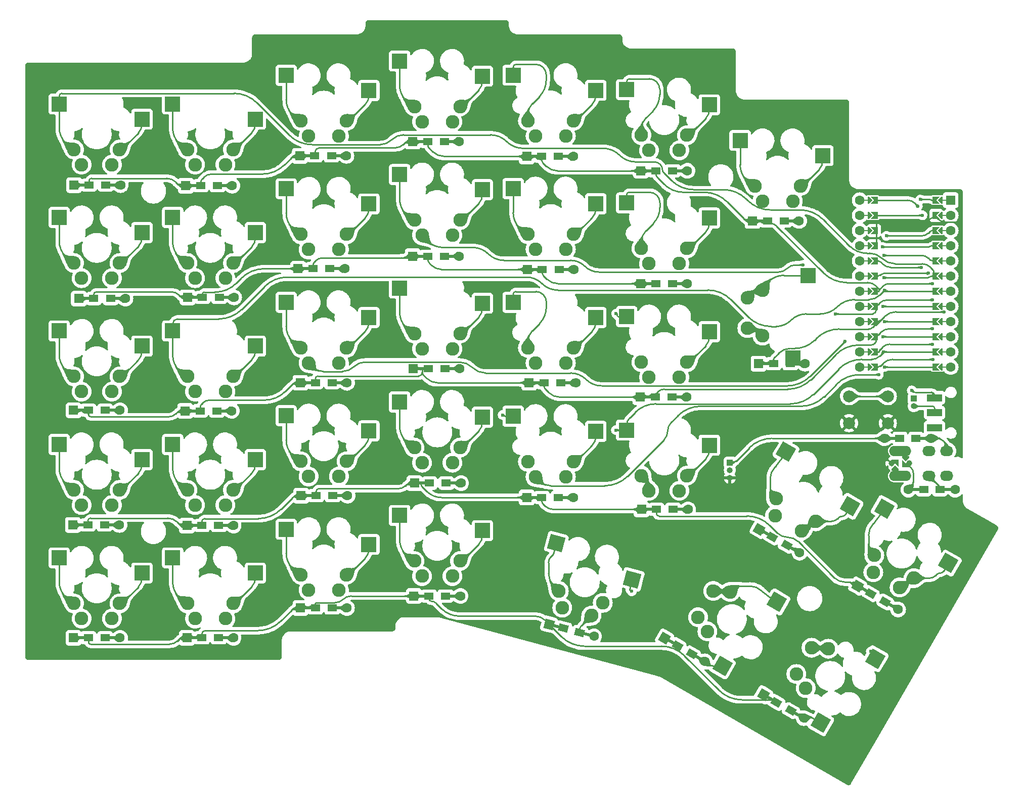
<source format=gtl>
G04 #@! TF.GenerationSoftware,KiCad,Pcbnew,(6.0.11)*
G04 #@! TF.CreationDate,2023-02-13T20:58:38+01:00*
G04 #@! TF.ProjectId,retrex_rounded,6e656f64-6f78-45f7-926f-756e6465642e,1.0*
G04 #@! TF.SameCoordinates,Original*
G04 #@! TF.FileFunction,Copper,L1,Top*
G04 #@! TF.FilePolarity,Positive*
%FSLAX46Y46*%
G04 Gerber Fmt 4.6, Leading zero omitted, Abs format (unit mm)*
G04 Created by KiCad (PCBNEW (6.0.11)) date 2023-02-13 20:58:38*
%MOMM*%
%LPD*%
G01*
G04 APERTURE LIST*
G04 Aperture macros list*
%AMRotRect*
0 Rectangle, with rotation*
0 The origin of the aperture is its center*
0 $1 length*
0 $2 width*
0 $3 Rotation angle, in degrees counterclockwise*
0 Add horizontal line*
21,1,$1,$2,0,0,$3*%
%AMFreePoly0*
4,1,5,0.125000,-0.500000,-0.125000,-0.500000,-0.125000,0.500000,0.125000,0.500000,0.125000,-0.500000,0.125000,-0.500000,$1*%
%AMFreePoly1*
4,1,6,0.600000,0.200000,0.000000,-0.400000,-0.600000,0.200000,-0.600000,0.400000,0.600000,0.400000,0.600000,0.200000,0.600000,0.200000,$1*%
%AMFreePoly2*
4,1,6,0.600000,-0.250000,-0.600000,-0.250000,-0.600000,1.000000,0.000000,0.400000,0.600000,1.000000,0.600000,-0.250000,0.600000,-0.250000,$1*%
%AMFreePoly3*
4,1,6,0.600000,0.200000,0.000000,-0.400000,-0.600000,0.200000,-0.600000,0.500000,0.600000,0.500000,0.600000,0.200000,0.600000,0.200000,$1*%
G04 Aperture macros list end*
G04 #@! TA.AperFunction,ComponentPad*
%ADD10C,2.286000*%
G04 #@! TD*
G04 #@! TA.AperFunction,SMDPad,CuDef*
%ADD11RotRect,2.550000X2.500000X330.000000*%
G04 #@! TD*
G04 #@! TA.AperFunction,SMDPad,CuDef*
%ADD12R,2.550000X2.500000*%
G04 #@! TD*
G04 #@! TA.AperFunction,SMDPad,CuDef*
%ADD13R,2.900000X0.500000*%
G04 #@! TD*
G04 #@! TA.AperFunction,SMDPad,CuDef*
%ADD14R,1.600000X1.200000*%
G04 #@! TD*
G04 #@! TA.AperFunction,ComponentPad*
%ADD15R,1.600000X1.600000*%
G04 #@! TD*
G04 #@! TA.AperFunction,ComponentPad*
%ADD16C,1.600000*%
G04 #@! TD*
G04 #@! TA.AperFunction,SMDPad,CuDef*
%ADD17RotRect,2.900000X0.500000X150.000000*%
G04 #@! TD*
G04 #@! TA.AperFunction,ComponentPad*
%ADD18RotRect,1.600000X1.600000X150.000000*%
G04 #@! TD*
G04 #@! TA.AperFunction,SMDPad,CuDef*
%ADD19RotRect,1.600000X1.200000X150.000000*%
G04 #@! TD*
G04 #@! TA.AperFunction,SMDPad,CuDef*
%ADD20FreePoly0,270.000000*%
G04 #@! TD*
G04 #@! TA.AperFunction,SMDPad,CuDef*
%ADD21FreePoly1,270.000000*%
G04 #@! TD*
G04 #@! TA.AperFunction,SMDPad,CuDef*
%ADD22FreePoly0,90.000000*%
G04 #@! TD*
G04 #@! TA.AperFunction,SMDPad,CuDef*
%ADD23FreePoly1,90.000000*%
G04 #@! TD*
G04 #@! TA.AperFunction,SMDPad,CuDef*
%ADD24FreePoly2,90.000000*%
G04 #@! TD*
G04 #@! TA.AperFunction,SMDPad,CuDef*
%ADD25FreePoly2,270.000000*%
G04 #@! TD*
G04 #@! TA.AperFunction,ComponentPad*
%ADD26R,2.500000X1.250000*%
G04 #@! TD*
G04 #@! TA.AperFunction,SMDPad,CuDef*
%ADD27R,2.500000X2.550000*%
G04 #@! TD*
G04 #@! TA.AperFunction,ComponentPad*
%ADD28R,1.000000X1.000000*%
G04 #@! TD*
G04 #@! TA.AperFunction,ComponentPad*
%ADD29O,1.000000X1.000000*%
G04 #@! TD*
G04 #@! TA.AperFunction,SMDPad,CuDef*
%ADD30RotRect,2.550000X2.500000X240.000000*%
G04 #@! TD*
G04 #@! TA.AperFunction,SMDPad,CuDef*
%ADD31RotRect,2.550000X2.500000X345.000000*%
G04 #@! TD*
G04 #@! TA.AperFunction,ComponentPad*
%ADD32C,2.000000*%
G04 #@! TD*
G04 #@! TA.AperFunction,SMDPad,CuDef*
%ADD33R,1.500000X1.200000*%
G04 #@! TD*
G04 #@! TA.AperFunction,SMDPad,CuDef*
%ADD34FreePoly0,0.000000*%
G04 #@! TD*
G04 #@! TA.AperFunction,SMDPad,CuDef*
%ADD35FreePoly3,0.000000*%
G04 #@! TD*
G04 #@! TA.AperFunction,ComponentPad*
%ADD36O,3.700000X1.700000*%
G04 #@! TD*
G04 #@! TA.AperFunction,SMDPad,CuDef*
%ADD37FreePoly3,180.000000*%
G04 #@! TD*
G04 #@! TA.AperFunction,SMDPad,CuDef*
%ADD38FreePoly2,0.000000*%
G04 #@! TD*
G04 #@! TA.AperFunction,ComponentPad*
%ADD39C,1.000000*%
G04 #@! TD*
G04 #@! TA.AperFunction,ComponentPad*
%ADD40O,2.200000X1.700000*%
G04 #@! TD*
G04 #@! TA.AperFunction,SMDPad,CuDef*
%ADD41FreePoly2,180.000000*%
G04 #@! TD*
G04 #@! TA.AperFunction,ComponentPad*
%ADD42RotRect,1.600000X1.600000X165.000000*%
G04 #@! TD*
G04 #@! TA.AperFunction,SMDPad,CuDef*
%ADD43RotRect,1.600000X1.200000X165.000000*%
G04 #@! TD*
G04 #@! TA.AperFunction,SMDPad,CuDef*
%ADD44RotRect,2.900000X0.500000X165.000000*%
G04 #@! TD*
G04 #@! TA.AperFunction,ViaPad*
%ADD45C,0.600000*%
G04 #@! TD*
G04 #@! TA.AperFunction,Conductor*
%ADD46C,0.250000*%
G04 #@! TD*
G04 APERTURE END LIST*
D10*
X169930443Y-103094705D03*
D11*
X171592700Y-95255591D03*
D10*
X169760295Y-105929409D03*
X176529557Y-106904705D03*
X174159705Y-108469409D03*
D11*
X182317152Y-104380295D03*
D10*
X109390000Y-56460000D03*
X110660000Y-59000000D03*
D12*
X106910000Y-48840000D03*
D10*
X115740000Y-59000000D03*
X117010000Y-56460000D03*
D12*
X120760000Y-51380000D03*
D13*
X129700000Y-64700000D03*
D14*
X130800000Y-64700000D03*
D15*
X128300000Y-64700000D03*
D13*
X134700000Y-64700000D03*
D14*
X133600000Y-64700000D03*
D16*
X136100000Y-64700000D03*
D17*
X168322536Y-108950000D03*
D18*
X167110101Y-108250000D03*
D19*
X169275164Y-109500000D03*
D17*
X172652664Y-111450000D03*
D16*
X173865099Y-112150000D03*
D19*
X171700036Y-110900000D03*
D18*
X167822501Y-135950000D03*
D17*
X169034936Y-136650000D03*
D19*
X169987564Y-137200000D03*
D17*
X173365064Y-139150000D03*
D19*
X172412436Y-138600000D03*
D16*
X174577499Y-139850000D03*
D13*
X110600000Y-81300000D03*
D14*
X111700000Y-81300000D03*
D15*
X109200000Y-81300000D03*
D14*
X114500000Y-81300000D03*
D13*
X115600000Y-81300000D03*
D16*
X117000000Y-81300000D03*
X183932500Y-58197500D03*
D20*
X197902500Y-63277500D03*
D21*
X197394500Y-65817500D03*
D20*
X197902500Y-81057500D03*
D16*
X183932500Y-60737500D03*
D20*
X197902500Y-75977500D03*
D16*
X183932500Y-78517500D03*
D22*
X185202500Y-70897500D03*
D23*
X185710500Y-73437500D03*
D22*
X185202500Y-75977500D03*
X185202500Y-78517500D03*
D16*
X183932500Y-73437500D03*
X183932500Y-65817500D03*
X183932500Y-63277500D03*
X183932500Y-55657500D03*
X183932500Y-75977500D03*
D21*
X197394500Y-53117500D03*
D20*
X197902500Y-58197500D03*
D23*
X185710500Y-70897500D03*
D21*
X197394500Y-63277500D03*
D22*
X185202500Y-81057500D03*
D16*
X183932500Y-81057500D03*
D22*
X185202500Y-73437500D03*
D16*
X199172500Y-58197500D03*
D23*
X185710500Y-63277500D03*
D21*
X197394500Y-55657500D03*
D22*
X185202500Y-58197500D03*
D20*
X197902500Y-78517500D03*
D16*
X199172500Y-81057500D03*
X199172500Y-68357500D03*
D23*
X185710500Y-55657500D03*
D21*
X197394500Y-73437500D03*
D22*
X185202500Y-55657500D03*
D23*
X185710500Y-53117500D03*
D16*
X199172500Y-75977500D03*
D23*
X185710500Y-60737500D03*
X185710500Y-81057500D03*
D22*
X185202500Y-63277500D03*
D16*
X183932500Y-68357500D03*
D20*
X197902500Y-53117500D03*
D23*
X185710500Y-58197500D03*
D20*
X197902500Y-70897500D03*
D23*
X185710500Y-78517500D03*
D20*
X197902500Y-65817500D03*
D22*
X185202500Y-65817500D03*
D16*
X199172500Y-73437500D03*
D20*
X197902500Y-55657500D03*
D21*
X197394500Y-75977500D03*
D23*
X185710500Y-75977500D03*
D16*
X199172500Y-65817500D03*
D20*
X197902500Y-60737500D03*
D16*
X183932500Y-70897500D03*
X183932500Y-53117500D03*
X199172500Y-70897500D03*
D21*
X197394500Y-68357500D03*
X197394500Y-60737500D03*
D22*
X185202500Y-60737500D03*
D21*
X197394500Y-78517500D03*
X197394500Y-58197500D03*
D16*
X199172500Y-63277500D03*
D23*
X185710500Y-65817500D03*
D15*
X199172500Y-53117500D03*
D16*
X199172500Y-60737500D03*
D21*
X197394500Y-70897500D03*
D20*
X197902500Y-68357500D03*
D22*
X185202500Y-53117500D03*
D16*
X199172500Y-78517500D03*
X199172500Y-55657500D03*
D22*
X185202500Y-68357500D03*
D20*
X197902500Y-73437500D03*
D21*
X197394500Y-81057500D03*
D23*
X185710500Y-68357500D03*
D16*
X199172500Y-53117500D03*
D24*
X186726500Y-53117500D03*
X186726500Y-55657500D03*
X186726500Y-58197500D03*
X186726500Y-60737500D03*
X186726500Y-63277500D03*
X186726500Y-65817500D03*
X186726500Y-68357500D03*
X186726500Y-70897500D03*
X186726500Y-73437500D03*
X186726500Y-75977500D03*
X186726500Y-78517500D03*
X186726500Y-81057500D03*
D25*
X196378500Y-81057500D03*
X196378500Y-78517500D03*
X196378500Y-75977500D03*
X196378500Y-73437500D03*
X196378500Y-70897500D03*
X196378500Y-68357500D03*
X196378500Y-65817500D03*
X196378500Y-63277500D03*
X196378500Y-60737500D03*
X196378500Y-58197500D03*
X196378500Y-55657500D03*
X196378500Y-53117500D03*
D13*
X110500000Y-43300000D03*
D14*
X111600000Y-43300000D03*
D15*
X109100000Y-43300000D03*
D16*
X116900000Y-43300000D03*
D14*
X114400000Y-43300000D03*
D13*
X115500000Y-43300000D03*
D10*
X91660000Y-99380000D03*
X90390000Y-96840000D03*
D12*
X87910000Y-89220000D03*
X101760000Y-91760000D03*
D10*
X96740000Y-99380000D03*
X98010000Y-96840000D03*
X71390000Y-63640000D03*
X72660000Y-66180000D03*
D12*
X68910000Y-56020000D03*
D10*
X77740000Y-66180000D03*
D12*
X82760000Y-58560000D03*
D10*
X79010000Y-63640000D03*
D15*
X128200000Y-102900000D03*
D13*
X129600000Y-102900000D03*
D14*
X130700000Y-102900000D03*
X133500000Y-102900000D03*
D13*
X134600000Y-102900000D03*
D16*
X136000000Y-102900000D03*
D15*
X52300000Y-88300000D03*
D13*
X53700000Y-88300000D03*
D14*
X54800000Y-88300000D03*
X57600000Y-88300000D03*
D13*
X58700000Y-88300000D03*
D16*
X60100000Y-88300000D03*
D10*
X128390000Y-77840000D03*
X129660000Y-80380000D03*
D12*
X125910000Y-70220000D03*
D10*
X136010000Y-77840000D03*
X134740000Y-80380000D03*
D12*
X139760000Y-72760000D03*
D26*
X196450000Y-91200000D03*
X196450000Y-88700000D03*
X196450000Y-86200000D03*
D27*
X175280000Y-65710000D03*
D10*
X165120000Y-69460000D03*
X167660000Y-68190000D03*
D27*
X172740000Y-79560000D03*
D10*
X167660000Y-75810000D03*
X165120000Y-74540000D03*
D11*
X188047200Y-104755591D03*
D10*
X186384943Y-112594705D03*
X186214795Y-115429409D03*
D11*
X198771652Y-113880295D03*
D10*
X192984057Y-116404705D03*
X190614205Y-117969409D03*
D13*
X148800000Y-104900000D03*
D14*
X149900000Y-104900000D03*
D15*
X147400000Y-104900000D03*
D14*
X152700000Y-104900000D03*
D13*
X153800000Y-104900000D03*
D16*
X155200000Y-104900000D03*
D12*
X144910000Y-91620000D03*
D10*
X147390000Y-99240000D03*
X148660000Y-101780000D03*
X153740000Y-101780000D03*
X155010000Y-99240000D03*
D12*
X158760000Y-94160000D03*
D14*
X73500000Y-88400000D03*
D15*
X71000000Y-88400000D03*
D13*
X72400000Y-88400000D03*
D14*
X76300000Y-88400000D03*
D13*
X77400000Y-88400000D03*
D16*
X78800000Y-88400000D03*
D14*
X73792900Y-126400000D03*
D15*
X71292900Y-126400000D03*
D13*
X72692900Y-126400000D03*
D14*
X76592900Y-126400000D03*
D16*
X79092900Y-126400000D03*
D13*
X77692900Y-126400000D03*
D19*
X153430164Y-127700000D03*
D17*
X152477536Y-127150000D03*
D18*
X151265101Y-126450000D03*
D19*
X155855036Y-129100000D03*
D17*
X156807664Y-129650000D03*
D16*
X158020099Y-130350000D03*
D10*
X52390000Y-44640000D03*
X53660000Y-47180000D03*
D12*
X49910000Y-37020000D03*
X63760000Y-39560000D03*
D10*
X60010000Y-44640000D03*
X58740000Y-47180000D03*
X128390000Y-58820000D03*
D12*
X125910000Y-51200000D03*
D10*
X129660000Y-61360000D03*
X134740000Y-61360000D03*
D12*
X139760000Y-53740000D03*
D10*
X136010000Y-58820000D03*
D15*
X109100000Y-62500000D03*
D13*
X110500000Y-62500000D03*
D14*
X111600000Y-62500000D03*
X114400000Y-62500000D03*
D13*
X115500000Y-62500000D03*
D16*
X116900000Y-62500000D03*
D14*
X73600000Y-50700000D03*
D15*
X71100000Y-50700000D03*
D13*
X72500000Y-50700000D03*
D16*
X78900000Y-50700000D03*
D14*
X76400000Y-50700000D03*
D13*
X77500000Y-50700000D03*
D10*
X167660000Y-53280000D03*
X166390000Y-50740000D03*
D12*
X163910000Y-43120000D03*
D10*
X172740000Y-53280000D03*
D12*
X177760000Y-45660000D03*
D10*
X174010000Y-50740000D03*
D12*
X49910000Y-75020000D03*
D10*
X52390000Y-82640000D03*
X53660000Y-85180000D03*
X60010000Y-82640000D03*
X58740000Y-85180000D03*
D12*
X63760000Y-77560000D03*
D15*
X167000000Y-80500000D03*
D14*
X169500000Y-80500000D03*
D13*
X168400000Y-80500000D03*
D16*
X174800000Y-80500000D03*
D14*
X172300000Y-80500000D03*
D13*
X173400000Y-80500000D03*
D14*
X73800000Y-107600000D03*
D15*
X71300000Y-107600000D03*
D13*
X72700000Y-107600000D03*
D14*
X76600000Y-107600000D03*
D13*
X77700000Y-107600000D03*
D16*
X79100000Y-107600000D03*
D28*
X193000000Y-86350000D03*
D29*
X193000000Y-87620000D03*
D12*
X125910000Y-89300000D03*
D10*
X128390000Y-96920000D03*
X129660000Y-99460000D03*
X136010000Y-96920000D03*
D12*
X139760000Y-91840000D03*
D10*
X134740000Y-99460000D03*
X159407491Y-118555295D03*
D30*
X170081309Y-120387700D03*
D10*
X162242195Y-118725443D03*
X156867491Y-122954705D03*
D30*
X160956605Y-131112152D03*
D10*
X158432195Y-125324557D03*
X110660000Y-39980000D03*
D12*
X106910000Y-29820000D03*
D10*
X109390000Y-37440000D03*
X115740000Y-39980000D03*
X117010000Y-37440000D03*
D12*
X120760000Y-32360000D03*
D28*
X162200000Y-97060000D03*
D29*
X162200000Y-98330000D03*
X162200000Y-99600000D03*
D17*
X184822536Y-118450000D03*
D18*
X183610101Y-117750000D03*
D19*
X185775164Y-119000000D03*
D17*
X189152664Y-120950000D03*
D19*
X188200036Y-120400000D03*
D16*
X190365099Y-121650000D03*
D13*
X91692900Y-121400000D03*
D14*
X92792900Y-121400000D03*
D15*
X90292900Y-121400000D03*
D14*
X95592900Y-121400000D03*
D16*
X98092900Y-121400000D03*
D13*
X96692900Y-121400000D03*
D14*
X131100000Y-83700000D03*
D13*
X130000000Y-83700000D03*
D15*
X128600000Y-83700000D03*
D13*
X135000000Y-83700000D03*
D14*
X133900000Y-83700000D03*
D16*
X136400000Y-83700000D03*
D13*
X72800000Y-69400000D03*
D14*
X73900000Y-69400000D03*
D15*
X71400000Y-69400000D03*
D14*
X76700000Y-69400000D03*
D16*
X79200000Y-69400000D03*
D13*
X77800000Y-69400000D03*
D10*
X71390000Y-101640000D03*
X72660000Y-104180000D03*
D12*
X68910000Y-94020000D03*
X82760000Y-96560000D03*
D10*
X79010000Y-101640000D03*
X77740000Y-104180000D03*
X90390000Y-115840000D03*
D12*
X87910000Y-108220000D03*
D10*
X91660000Y-118380000D03*
D12*
X101760000Y-110760000D03*
D10*
X98010000Y-115840000D03*
X96740000Y-118380000D03*
D13*
X54600000Y-69600000D03*
D14*
X55700000Y-69600000D03*
D15*
X53200000Y-69600000D03*
D16*
X61000000Y-69600000D03*
D13*
X59600000Y-69600000D03*
D14*
X58500000Y-69600000D03*
D10*
X72660000Y-47180000D03*
D12*
X68910000Y-37020000D03*
D10*
X71390000Y-44640000D03*
X77740000Y-47180000D03*
X79010000Y-44640000D03*
D12*
X82760000Y-39560000D03*
D15*
X147200000Y-86100000D03*
D14*
X149700000Y-86100000D03*
D13*
X148600000Y-86100000D03*
D16*
X155000000Y-86100000D03*
D14*
X152500000Y-86100000D03*
D13*
X153600000Y-86100000D03*
D10*
X147390000Y-80240000D03*
D12*
X144910000Y-72620000D03*
D10*
X148660000Y-82780000D03*
D12*
X158760000Y-75160000D03*
D10*
X153740000Y-82780000D03*
X155010000Y-80240000D03*
D15*
X109292900Y-119400000D03*
D13*
X110692900Y-119400000D03*
D14*
X111792900Y-119400000D03*
D16*
X117092900Y-119400000D03*
D14*
X114592900Y-119400000D03*
D13*
X115692900Y-119400000D03*
D31*
X133139127Y-110565125D03*
D10*
X134131748Y-121349503D03*
X133562422Y-118567351D03*
X140922777Y-120539552D03*
D31*
X145859800Y-116603220D03*
D10*
X139038651Y-122664304D03*
D12*
X49910000Y-94020000D03*
D10*
X52390000Y-101640000D03*
X53660000Y-104180000D03*
D12*
X63760000Y-96560000D03*
D10*
X60010000Y-101640000D03*
X58740000Y-104180000D03*
X91660000Y-80380000D03*
X90390000Y-77840000D03*
D12*
X87910000Y-70220000D03*
D10*
X98010000Y-77840000D03*
X96740000Y-80380000D03*
D12*
X101760000Y-72760000D03*
D10*
X128390000Y-39820000D03*
X129660000Y-42360000D03*
D12*
X125910000Y-32200000D03*
D10*
X134740000Y-42360000D03*
D12*
X139760000Y-34740000D03*
D10*
X136010000Y-39820000D03*
D32*
X188650000Y-85950000D03*
X182150000Y-85950000D03*
X188650000Y-90450000D03*
X182150000Y-90450000D03*
D15*
X52200000Y-107500000D03*
D14*
X54700000Y-107500000D03*
D13*
X53600000Y-107500000D03*
X58600000Y-107500000D03*
D16*
X60000000Y-107500000D03*
D14*
X57500000Y-107500000D03*
X54800000Y-126400000D03*
D15*
X52300000Y-126400000D03*
D13*
X53700000Y-126400000D03*
D16*
X60100000Y-126400000D03*
D14*
X57600000Y-126400000D03*
D13*
X58700000Y-126400000D03*
X148700000Y-67100000D03*
D15*
X147300000Y-67100000D03*
D14*
X149800000Y-67100000D03*
D16*
X155100000Y-67100000D03*
D14*
X152600000Y-67100000D03*
D13*
X153700000Y-67100000D03*
D10*
X147390000Y-42240000D03*
X148660000Y-44780000D03*
D12*
X144910000Y-34620000D03*
D10*
X153740000Y-44780000D03*
D12*
X158760000Y-37160000D03*
D10*
X155010000Y-42240000D03*
D15*
X166000000Y-56600000D03*
D14*
X168500000Y-56600000D03*
D13*
X167400000Y-56600000D03*
D16*
X173800000Y-56600000D03*
D13*
X172400000Y-56600000D03*
D14*
X171300000Y-56600000D03*
D16*
X199900000Y-101600000D03*
D13*
X198500000Y-101600000D03*
D33*
X197350000Y-101600000D03*
D16*
X192100000Y-101600000D03*
D33*
X194650000Y-101600000D03*
D13*
X193500000Y-101600000D03*
D10*
X110660000Y-97080000D03*
X109390000Y-94540000D03*
D12*
X106910000Y-86920000D03*
D10*
X117010000Y-94540000D03*
X115740000Y-97080000D03*
D12*
X120760000Y-89460000D03*
D15*
X109400000Y-100500000D03*
D13*
X110800000Y-100500000D03*
D14*
X111900000Y-100500000D03*
D16*
X117200000Y-100500000D03*
D14*
X114700000Y-100500000D03*
D13*
X115800000Y-100500000D03*
D10*
X90390000Y-39840000D03*
X91660000Y-42380000D03*
D12*
X87910000Y-32220000D03*
D10*
X98010000Y-39840000D03*
X96740000Y-42380000D03*
D12*
X101760000Y-34760000D03*
D10*
X52390000Y-63640000D03*
D12*
X49910000Y-56020000D03*
D10*
X53660000Y-66180000D03*
X60010000Y-63640000D03*
X58740000Y-66180000D03*
D12*
X63760000Y-58560000D03*
D34*
X191634000Y-96184000D03*
D35*
X191634000Y-96500000D03*
D36*
X190744000Y-95100000D03*
D37*
X189856000Y-97900000D03*
D36*
X190744000Y-99300000D03*
D34*
X189856000Y-98216000D03*
D38*
X191634000Y-97600000D03*
D39*
X192194000Y-97200000D03*
D40*
X195494000Y-95100000D03*
X195494000Y-99300000D03*
X198494000Y-95100000D03*
X198494000Y-99300000D03*
D39*
X189256000Y-97200000D03*
D41*
X189856000Y-96800000D03*
D10*
X148660000Y-63740000D03*
X147390000Y-61200000D03*
D12*
X144910000Y-53580000D03*
D10*
X155010000Y-61200000D03*
D12*
X158760000Y-56120000D03*
D10*
X153740000Y-63740000D03*
D15*
X90200000Y-45700000D03*
D13*
X91600000Y-45700000D03*
D14*
X92700000Y-45700000D03*
D16*
X98000000Y-45700000D03*
D13*
X96600000Y-45700000D03*
D14*
X95500000Y-45700000D03*
D42*
X131932889Y-124140606D03*
D43*
X134347704Y-124787653D03*
D44*
X133285185Y-124502952D03*
D16*
X139467111Y-126159394D03*
D43*
X137052296Y-125512347D03*
D44*
X138114815Y-125797048D03*
D10*
X71390000Y-82640000D03*
X72660000Y-85180000D03*
D12*
X68910000Y-75020000D03*
D10*
X77740000Y-85180000D03*
D12*
X82760000Y-77560000D03*
D10*
X79010000Y-82640000D03*
D13*
X129600000Y-45800000D03*
D15*
X128200000Y-45800000D03*
D14*
X130700000Y-45800000D03*
D13*
X134600000Y-45800000D03*
D16*
X136000000Y-45800000D03*
D14*
X133500000Y-45800000D03*
X92400000Y-64600000D03*
D15*
X89900000Y-64600000D03*
D13*
X91300000Y-64600000D03*
D16*
X97700000Y-64600000D03*
D14*
X95200000Y-64600000D03*
D13*
X96300000Y-64600000D03*
D14*
X92900000Y-102600000D03*
D15*
X90400000Y-102600000D03*
D13*
X91800000Y-102600000D03*
X96800000Y-102600000D03*
D16*
X98200000Y-102600000D03*
D14*
X95700000Y-102600000D03*
X149800000Y-48200000D03*
D15*
X147300000Y-48200000D03*
D13*
X148700000Y-48200000D03*
X153700000Y-48200000D03*
D16*
X155100000Y-48200000D03*
D14*
X152600000Y-48200000D03*
D12*
X106910000Y-105920000D03*
D10*
X109390000Y-113540000D03*
X110660000Y-116080000D03*
D12*
X120760000Y-108460000D03*
D10*
X117010000Y-113540000D03*
X115740000Y-116080000D03*
X109390000Y-75460000D03*
D12*
X106910000Y-67840000D03*
D10*
X110660000Y-78000000D03*
D12*
X120760000Y-70380000D03*
D10*
X115740000Y-78000000D03*
X117010000Y-75460000D03*
X90390000Y-58840000D03*
D12*
X87910000Y-51220000D03*
D10*
X91660000Y-61380000D03*
D12*
X101760000Y-53760000D03*
D10*
X96740000Y-61380000D03*
X98010000Y-58840000D03*
D15*
X90300000Y-83700000D03*
D13*
X91700000Y-83700000D03*
D14*
X92800000Y-83700000D03*
D16*
X98100000Y-83700000D03*
D14*
X95600000Y-83700000D03*
D13*
X96700000Y-83700000D03*
D12*
X68910000Y-113020000D03*
D10*
X71390000Y-120640000D03*
X72660000Y-123180000D03*
X77740000Y-123180000D03*
D12*
X82760000Y-115560000D03*
D10*
X79010000Y-120640000D03*
X178705295Y-128230443D03*
X175870591Y-128060295D03*
D30*
X186544409Y-129892700D03*
D10*
X173330591Y-132459705D03*
X174895295Y-134829557D03*
D30*
X177419705Y-140617152D03*
D16*
X195900000Y-93000000D03*
D33*
X193350000Y-93000000D03*
D13*
X194500000Y-93000000D03*
X189500000Y-93000000D03*
D16*
X188100000Y-93000000D03*
D33*
X190650000Y-93000000D03*
D10*
X53660000Y-123180000D03*
D12*
X49910000Y-113020000D03*
D10*
X52390000Y-120640000D03*
X60010000Y-120640000D03*
X58740000Y-123180000D03*
D12*
X63760000Y-115560000D03*
D13*
X53800000Y-50600000D03*
D15*
X52400000Y-50600000D03*
D14*
X54900000Y-50600000D03*
D13*
X58800000Y-50600000D03*
D16*
X60200000Y-50600000D03*
D14*
X57700000Y-50600000D03*
D45*
X196113800Y-67098700D03*
X198106600Y-71824500D03*
X196150400Y-74647200D03*
X196150400Y-77247500D03*
X145783400Y-118609400D03*
X196204400Y-79787500D03*
X188002600Y-66102800D03*
X188113500Y-68225700D03*
X187799700Y-70897500D03*
X181482200Y-76776000D03*
X188057100Y-73481200D03*
X174448300Y-63968000D03*
X187133500Y-82350200D03*
X187811100Y-75977500D03*
X124155500Y-89095600D03*
X187890000Y-78517500D03*
X143125300Y-91620000D03*
X143147600Y-72135000D03*
X185800000Y-128700000D03*
X188089500Y-81057500D03*
X187750800Y-60949700D03*
X194232400Y-64370600D03*
X195407300Y-65365200D03*
X196113800Y-69838200D03*
X179834800Y-72145800D03*
X186478300Y-56734500D03*
X126800000Y-109000000D03*
X65400000Y-44000000D03*
X140300000Y-78700000D03*
X161100000Y-80400000D03*
X162600000Y-38800000D03*
X123500000Y-76700000D03*
X200682500Y-56782500D03*
X141700000Y-61600000D03*
X176900000Y-61200000D03*
X194400000Y-57300000D03*
X84800000Y-43600000D03*
X196378500Y-59666000D03*
X103500000Y-75700000D03*
X84200000Y-80300000D03*
X180500000Y-55800000D03*
X162700000Y-61500000D03*
X187778000Y-95722000D03*
X141200000Y-97600000D03*
X103700000Y-59300000D03*
X188402500Y-59092500D03*
X194442500Y-55657500D03*
X193660500Y-54138600D03*
X188009300Y-62375300D03*
X192656500Y-84962000D03*
X194094200Y-53003600D03*
D46*
X196449996Y-87927108D02*
G75*
G03*
X196360050Y-87709950I-307096J8D01*
G01*
X196142891Y-87620004D02*
G75*
G02*
X196360050Y-87709950I9J-307096D01*
G01*
X193233331Y-85299887D02*
G75*
G02*
X192825450Y-85130950I-31J576787D01*
G01*
X195933939Y-53117483D02*
G75*
G02*
X195796450Y-53060550I-39J194383D01*
G01*
X195999950Y-85299900D02*
G75*
G02*
X196450000Y-85749950I50J-450000D01*
G01*
X195658960Y-53003617D02*
G75*
G02*
X195796450Y-53060550I40J-194383D01*
G01*
X194313248Y-62375281D02*
G75*
G02*
X195402299Y-62826401I-48J-1540219D01*
G01*
X196115950Y-63277521D02*
G75*
G02*
X195667749Y-63091849I50J633921D01*
G01*
X191917373Y-53117512D02*
G75*
G02*
X193149949Y-53628051I27J-1743088D01*
G01*
X195667735Y-58383136D02*
G75*
G02*
X196115950Y-58197500I448165J-448164D01*
G01*
X194325539Y-59092516D02*
G75*
G03*
X195405900Y-58645000I-39J1527916D01*
G01*
X194539945Y-56734519D02*
G75*
G03*
X195840000Y-56196000I-45J1838619D01*
G01*
X198298995Y-56782502D02*
G75*
G02*
X196941000Y-56220000I5J1920502D01*
G01*
X186726498Y-57158203D02*
G75*
G03*
X186602400Y-56858600I-423698J3D01*
G01*
X195840001Y-56196001D02*
G75*
G02*
X196916999Y-56196001I538499J-538496D01*
G01*
X188117000Y-96061000D02*
X188795000Y-96739000D01*
X186726500Y-57590100D02*
X186726500Y-58804900D01*
X187256139Y-70367839D02*
G75*
G02*
X188534838Y-69838200I1278661J-1278661D01*
G01*
X186089407Y-72145803D02*
G75*
G03*
X186539900Y-71959200I-7J637103D01*
G01*
X186539898Y-71959198D02*
G75*
G03*
X186726500Y-71508707I-450498J450498D01*
G01*
X186726524Y-71335050D02*
G75*
G02*
X187035895Y-70588106I1056276J50D01*
G01*
X197349986Y-101378000D02*
G75*
G03*
X197193021Y-100999023I-535986J0D01*
G01*
X187477743Y-65591343D02*
G75*
G02*
X188023724Y-65365200I545957J-545957D01*
G01*
X186989050Y-65817520D02*
G75*
G03*
X187437250Y-65631849I-50J633920D01*
G01*
X189117638Y-64370584D02*
G75*
G02*
X187798150Y-63824050I-38J1865984D01*
G01*
X196829741Y-92999983D02*
G75*
G02*
X198006550Y-93487450I-41J-1664317D01*
G01*
X186989050Y-63277521D02*
G75*
G02*
X187437249Y-63463151I50J-633779D01*
G01*
X198494039Y-94537450D02*
G75*
G03*
X198096216Y-93577118I-1358139J-50D01*
G01*
X195075000Y-93000000D02*
X193925000Y-93000000D01*
X196600000Y-93000000D02*
X195200000Y-93000000D01*
X162587550Y-97060042D02*
G75*
G03*
X163249138Y-96785959I-50J935642D01*
G01*
X195491151Y-60949721D02*
G75*
G03*
X195747300Y-60843600I-51J362321D01*
G01*
X195747286Y-60843586D02*
G75*
G02*
X196003448Y-60737500I256114J-256114D01*
G01*
X165441336Y-94593821D02*
G75*
G02*
X169289063Y-93000000I3847764J-3847679D01*
G01*
X192509506Y-101190506D02*
G75*
G03*
X192919000Y-100201879I-988606J988606D01*
G01*
X192918951Y-98829648D02*
G75*
G03*
X192556499Y-97954497I-1237651J48D01*
G01*
X191714000Y-97600010D02*
G75*
G03*
X191850568Y-97543431I0J193110D01*
G01*
X192332586Y-97730592D02*
G75*
G02*
X192194000Y-97395998I334614J334592D01*
G01*
X192055391Y-97338574D02*
G75*
G02*
X192194000Y-97395998I57409J-57426D01*
G01*
X190075000Y-93000000D02*
X188925000Y-93000000D01*
X188800000Y-93000000D02*
X187400000Y-93000000D01*
X168701558Y-66751558D02*
G75*
G02*
X171216074Y-65710000I2514542J-2514542D01*
G01*
X164945290Y-49704710D02*
G75*
G02*
X163910000Y-47205264I2499410J2499410D01*
G01*
X186390820Y-107122165D02*
G75*
G03*
X187562050Y-105595850I-5211820J5211865D01*
G01*
X167660035Y-67991550D02*
G75*
G02*
X167800325Y-67652774I479065J50D01*
G01*
X168950097Y-99790894D02*
G75*
G02*
X169786249Y-97772249I2854803J-6D01*
G01*
X167461550Y-68190000D02*
G75*
G03*
X167660000Y-67991550I-50J198500D01*
G01*
X185904350Y-112114150D02*
G75*
G02*
X185423800Y-110953999I1160150J1160150D01*
G01*
X185423808Y-109258118D02*
G75*
G02*
X186250350Y-107262650I2821992J18D01*
G01*
X178414921Y-128060292D02*
G75*
G02*
X178620249Y-128145351I-21J-290408D01*
G01*
X169936320Y-97622165D02*
G75*
G03*
X171107550Y-96095850I-5211820J5211865D01*
G01*
X169440257Y-102604543D02*
G75*
G02*
X168950100Y-101421223I1183343J1183343D01*
G01*
X166185300Y-50739996D02*
G75*
G02*
X165835856Y-50595254I0J494196D01*
G01*
X165940993Y-68639018D02*
G75*
G02*
X167025000Y-68190000I1084007J-1083982D01*
G01*
X150475611Y-53529972D02*
G75*
G03*
X149970250Y-52309950I-1725411J-28D01*
G01*
X187845744Y-78686803D02*
G75*
G03*
X187890000Y-78580050I-106744J106803D01*
G01*
X144909996Y-52231888D02*
G75*
G02*
X145035150Y-51929750I427304J-12D01*
G01*
X180443736Y-81381321D02*
G75*
G02*
X184291463Y-79787500I3847764J-3847679D01*
G01*
X172343436Y-87227610D02*
G75*
G03*
X176191192Y-85633807I-36J5441610D01*
G01*
X161951821Y-118555292D02*
G75*
G02*
X162157149Y-118640351I-21J-290408D01*
G01*
X162737248Y-118230348D02*
G75*
G02*
X163932406Y-117735300I1195152J-1195152D01*
G01*
X185935533Y-79787513D02*
G75*
G03*
X187317549Y-79215049I-33J1954513D01*
G01*
X144910047Y-90857450D02*
G75*
G02*
X145449204Y-89555695I1840953J50D01*
G01*
X150447810Y-34557375D02*
G75*
G03*
X149931700Y-33311400I-1762110J-25D01*
G01*
X143496250Y-72620000D02*
G75*
G02*
X143359900Y-72483650I-50J136300D01*
G01*
X148660007Y-101145000D02*
G75*
G03*
X148210987Y-100060987I-1533007J0D01*
G01*
X145059786Y-32945086D02*
G75*
G02*
X145421449Y-32795300I361614J-361614D01*
G01*
X147390028Y-60097850D02*
G75*
G02*
X148169338Y-58216363I2660772J50D01*
G01*
X148685724Y-32795290D02*
G75*
G02*
X149931700Y-33311400I-24J-1762110D01*
G01*
X145035153Y-51929753D02*
G75*
G02*
X145337288Y-51804600I302147J-302147D01*
G01*
X147390035Y-41177750D02*
G75*
G02*
X148141123Y-39364375I2564465J50D01*
G01*
X149381432Y-57004287D02*
G75*
G03*
X150475600Y-54362700I-2641632J2641587D01*
G01*
X146343654Y-88661254D02*
G75*
G02*
X149804787Y-87227600I3461146J-3461146D01*
G01*
X143359928Y-72483650D02*
G75*
G03*
X143263484Y-72250886I-329228J-50D01*
G01*
X144147450Y-91620000D02*
G75*
G03*
X144910000Y-90857450I-50J762600D01*
G01*
X165529275Y-117735311D02*
G75*
G02*
X167559749Y-118576351I25J-2871489D01*
G01*
X162327249Y-118640349D02*
G75*
G02*
X162157151Y-118640349I-85049J85052D01*
G01*
X169241055Y-119902541D02*
G75*
G02*
X167714727Y-118731327I3685445J6383041D01*
G01*
X144910021Y-33306749D02*
G75*
G02*
X145059800Y-32945100I511379J49D01*
G01*
X149305752Y-38199749D02*
G75*
G03*
X150447800Y-35442600I-2757152J2757149D01*
G01*
X148750227Y-51804589D02*
G75*
G02*
X149970250Y-52309950I-27J-1725411D01*
G01*
X141244936Y-100938010D02*
G75*
G03*
X145092692Y-99344207I-36J5441610D01*
G01*
X128390035Y-76777750D02*
G75*
G02*
X129141123Y-74964375I2564465J50D01*
G01*
X132636855Y-112439510D02*
G75*
G03*
X132636912Y-112439451I-55J110D01*
G01*
X131467212Y-70166169D02*
G75*
G03*
X130958599Y-68938301I-1736512J-31D01*
G01*
X180062815Y-83944001D02*
G75*
G02*
X183910563Y-82350200I3847785J-3847799D01*
G01*
X129730730Y-68429688D02*
G75*
G02*
X130958599Y-68938301I-30J-1736512D01*
G01*
X125910011Y-68882424D02*
G75*
G02*
X126042601Y-68562301I452689J24D01*
G01*
X131447810Y-32137375D02*
G75*
G03*
X130931700Y-30891400I-1762110J-25D01*
G01*
X126059786Y-30525086D02*
G75*
G02*
X126421449Y-30375300I361614J-361614D01*
G01*
X128390035Y-38757750D02*
G75*
G02*
X129141123Y-36944375I2564465J50D01*
G01*
X129685724Y-30375290D02*
G75*
G02*
X130931700Y-30891400I-24J-1762110D01*
G01*
X132700302Y-117705298D02*
G75*
G02*
X131838200Y-115624006I2081298J2081298D01*
G01*
X132636746Y-112439503D02*
G75*
G02*
X132636850Y-112439501I54J-97D01*
G01*
X174125036Y-87627810D02*
G75*
G03*
X177972792Y-86034007I-36J5441610D01*
G01*
X131838199Y-113802795D02*
G75*
G02*
X132237501Y-112838801I1363301J-5D01*
G01*
X124504432Y-89299986D02*
G75*
G02*
X124257700Y-89197800I-32J348886D01*
G01*
X151775046Y-91803250D02*
G75*
G02*
X152382158Y-90337443I2072954J50D01*
G01*
X132183103Y-100937998D02*
G75*
G02*
X130399000Y-100199000I-3J2523098D01*
G01*
X151167825Y-93269040D02*
G75*
G03*
X151775000Y-91803250I-1465825J1465840D01*
G01*
X126042593Y-68562293D02*
G75*
G02*
X126362724Y-68429700I320107J-320107D01*
G01*
X153498036Y-89221621D02*
G75*
G02*
X157345763Y-87627800I3847764J-3847679D01*
G01*
X125910021Y-30886749D02*
G75*
G02*
X126059800Y-30525100I511379J49D01*
G01*
X128211350Y-58819964D02*
G75*
G02*
X127906375Y-58693675I-50J431264D01*
G01*
X130305752Y-35779749D02*
G75*
G03*
X131447800Y-33022600I-2757152J2757149D01*
G01*
X126971357Y-57758643D02*
G75*
G02*
X125910000Y-55196324I2562343J2562343D01*
G01*
X130338878Y-73766639D02*
G75*
G03*
X131467200Y-71042600I-2724078J2724039D01*
G01*
X170327693Y-65164997D02*
G75*
G03*
X171772600Y-64566500I7J2043397D01*
G01*
X107961897Y-74408103D02*
G75*
G02*
X106910000Y-71868588I2539503J2539503D01*
G01*
X107945612Y-55424388D02*
G75*
G02*
X106910000Y-52924240I2500188J2500188D01*
G01*
X140282090Y-65165004D02*
G75*
G02*
X137902400Y-64179300I10J3365404D01*
G01*
X107961897Y-112488103D02*
G75*
G02*
X106910000Y-109948588I2539503J2539503D01*
G01*
X109185600Y-56459989D02*
G75*
G02*
X108836668Y-56315466I0J493489D01*
G01*
X109201900Y-94540003D02*
G75*
G02*
X108880794Y-94406992I0J454103D01*
G01*
X124344921Y-63193591D02*
G75*
G02*
X121749400Y-62118500I-21J3670591D01*
G01*
X188078950Y-73459350D02*
G75*
G02*
X188131700Y-73437500I52750J-52750D01*
G01*
X107946608Y-36403392D02*
G75*
G02*
X106910000Y-33900826I2502592J2502592D01*
G01*
X135522709Y-63193596D02*
G75*
G02*
X137902400Y-64179300I-9J-3365404D01*
G01*
X171772598Y-64566498D02*
G75*
G02*
X173217506Y-63968000I1444902J-1444902D01*
G01*
X114148301Y-61043399D02*
G75*
G02*
X111681700Y-60021700I-1J3488299D01*
G01*
X109201900Y-75460003D02*
G75*
G02*
X108880794Y-75326992I0J454103D01*
G01*
X119153878Y-61043409D02*
G75*
G02*
X121749400Y-62118500I22J-3670591D01*
G01*
X107961897Y-93488103D02*
G75*
G02*
X106910000Y-90948588I2539503J2539503D01*
G01*
X109201900Y-113540003D02*
G75*
G02*
X108880794Y-113406992I0J454103D01*
G01*
X109186600Y-37439985D02*
G75*
G02*
X108839374Y-37296174I0J491085D01*
G01*
X88972148Y-76777852D02*
G75*
G02*
X87910000Y-74213593I2564252J2564252D01*
G01*
X88972148Y-114777852D02*
G75*
G02*
X87910000Y-112213593I2564252J2564252D01*
G01*
X171787736Y-84216510D02*
G75*
G03*
X175635492Y-82622707I-36J5441610D01*
G01*
X97350208Y-81798103D02*
G75*
G03*
X99249350Y-81011450I-8J2685803D01*
G01*
X88949156Y-57800844D02*
G75*
G02*
X87910000Y-55292119I2508744J2508744D01*
G01*
X88949156Y-95800844D02*
G75*
G02*
X87910000Y-93292119I2508744J2508744D01*
G01*
X90189150Y-39840033D02*
G75*
G02*
X89846278Y-39697976I50J484933D01*
G01*
X90212150Y-115840025D02*
G75*
G02*
X89908542Y-115714240I50J429425D01*
G01*
X121313756Y-82067618D02*
G75*
G02*
X119089300Y-81146200I44J3145918D01*
G01*
X90212150Y-77840025D02*
G75*
G02*
X89908542Y-77714240I50J429425D01*
G01*
X88949156Y-38800844D02*
G75*
G02*
X87910000Y-36292119I2508744J2508744D01*
G01*
X140719101Y-84216499D02*
G75*
G02*
X138125150Y-83142050I-1J3668399D01*
G01*
X90189150Y-96840033D02*
G75*
G02*
X89846278Y-96697976I50J484933D01*
G01*
X90189150Y-58840033D02*
G75*
G02*
X89846278Y-58697976I50J484933D01*
G01*
X135531198Y-82067601D02*
G75*
G02*
X138125150Y-83142050I2J-3668399D01*
G01*
X99249353Y-81011453D02*
G75*
G02*
X101148491Y-80224800I1899147J-1899147D01*
G01*
X116864843Y-80224782D02*
G75*
G02*
X119089300Y-81146200I-43J-3145918D01*
G01*
X94080848Y-81798121D02*
G75*
G02*
X92369050Y-81089050I52J2420921D01*
G01*
X76623036Y-73010210D02*
G75*
G03*
X80470792Y-71416407I-36J5441610D01*
G01*
X84286736Y-67600521D02*
G75*
G02*
X88134463Y-66006700I3847764J-3847679D01*
G01*
X180195449Y-70971849D02*
G75*
G02*
X183082004Y-69776200I2886551J-2886551D01*
G01*
X71180900Y-63640003D02*
G75*
G02*
X70823943Y-63492143I0J504803D01*
G01*
X68910015Y-73837634D02*
G75*
G02*
X69152350Y-73252550I827385J34D01*
G01*
X69960462Y-119589538D02*
G75*
G02*
X68910000Y-117053539I2536038J2536038D01*
G01*
X172455713Y-73218313D02*
G75*
G02*
X174992555Y-72167500I2536887J-2536887D01*
G01*
X71195100Y-44640008D02*
G75*
G02*
X70862385Y-44502183I0J470508D01*
G01*
X133357361Y-68175216D02*
G75*
G02*
X130739750Y-67090950I39J3701916D01*
G01*
X71199700Y-82640007D02*
G75*
G02*
X70874837Y-82505437I0J459407D01*
G01*
X69955102Y-43594898D02*
G75*
G02*
X68910000Y-41071805I2523098J2523098D01*
G01*
X69152340Y-73252540D02*
G75*
G02*
X69737434Y-73010200I585060J-585060D01*
G01*
X169918844Y-74269118D02*
G75*
G03*
X172455700Y-73218300I-44J3587718D01*
G01*
X169108863Y-74269110D02*
G75*
G02*
X165261108Y-72675306I37J5441610D01*
G01*
X71205650Y-101640023D02*
G75*
G02*
X70890945Y-101509643I50J445123D01*
G01*
X177308895Y-72167498D02*
G75*
G03*
X180195450Y-70971850I5J4082198D01*
G01*
X128122138Y-66006684D02*
G75*
G02*
X130739750Y-67090950I-38J-3701916D01*
G01*
X188338496Y-68357501D02*
G75*
G02*
X188179400Y-68291600I4J225001D01*
G01*
X69940896Y-62609104D02*
G75*
G02*
X68910000Y-60120287I2488804J2488804D01*
G01*
X69965646Y-100584354D02*
G75*
G02*
X68910000Y-98035785I2548554J2548554D01*
G01*
X69959700Y-81590300D02*
G75*
G02*
X68910000Y-79056100I2534200J2534200D01*
G01*
X158507036Y-68175190D02*
G75*
G02*
X162354791Y-69768993I-36J-5441610D01*
G01*
X71200450Y-120640039D02*
G75*
G02*
X70876867Y-120505967I50J457639D01*
G01*
X185466630Y-69776212D02*
G75*
G03*
X187338249Y-69000949I-30J2646912D01*
G01*
X68910000Y-74257450D02*
X68910000Y-75782550D01*
X122108588Y-42184605D02*
G75*
G02*
X124828200Y-43311100I12J-3846095D01*
G01*
X50040748Y-35364148D02*
G75*
G02*
X50356408Y-35233400I315652J-315652D01*
G01*
X195710739Y-65960139D02*
G75*
G02*
X196055137Y-65817500I344361J-344361D01*
G01*
X150875226Y-47882750D02*
G75*
G03*
X150594088Y-47204090I-959826J-50D01*
G01*
X140955018Y-44437593D02*
G75*
G02*
X143708549Y-45578151I-18J-3894107D01*
G01*
X196378546Y-65379950D02*
G75*
G03*
X196069104Y-64633006I-1056346J-50D01*
G01*
X50975546Y-119574454D02*
G75*
G02*
X49910000Y-117001984I2572454J2572454D01*
G01*
X52215550Y-120640023D02*
G75*
G02*
X51917745Y-120516645I50J421223D01*
G01*
X194378453Y-63770820D02*
G75*
G02*
X195792699Y-64356601I47J-1999980D01*
G01*
X52228300Y-44639993D02*
G75*
G02*
X51952260Y-44525660I0J390393D01*
G01*
X52228300Y-82639993D02*
G75*
G02*
X51952260Y-82525660I0J390393D01*
G01*
X50988301Y-62561699D02*
G75*
G02*
X49910000Y-59958453I2603249J2603249D01*
G01*
X50988301Y-100561699D02*
G75*
G02*
X49910000Y-97958453I2603249J2603249D01*
G01*
X185581358Y-62007518D02*
G75*
G02*
X187709849Y-62889151I42J-3010082D01*
G01*
X195366362Y-66102784D02*
G75*
G03*
X195710750Y-65960150I38J486984D01*
G01*
X151156279Y-48561441D02*
G75*
G02*
X150875200Y-47882750I678721J678641D01*
G01*
X169007563Y-54754810D02*
G75*
G02*
X165159808Y-53161006I37J5441610D01*
G01*
X92260063Y-43822610D02*
G75*
G02*
X88412308Y-42228806I37J5441610D01*
G01*
X149566702Y-46718699D02*
G75*
G02*
X150491950Y-47101950I-2J-1308501D01*
G01*
X156130528Y-51358788D02*
G75*
G02*
X152414450Y-49819550I-28J5255288D01*
G01*
X189838341Y-63770782D02*
G75*
G02*
X187709851Y-62889149I-41J3010082D01*
G01*
X103624359Y-43822553D02*
G75*
G03*
X105601599Y-43003599I41J2796253D01*
G01*
X196115950Y-65817500D02*
G75*
G03*
X196378500Y-65554950I-50J262600D01*
G01*
X185140350Y-62007544D02*
G75*
G02*
X182259009Y-60814009I50J4074844D01*
G01*
X173945836Y-54754790D02*
G75*
G02*
X177793591Y-56348593I-36J-5441610D01*
G01*
X161103636Y-51358790D02*
G75*
G02*
X164951391Y-52952593I-36J-5441610D01*
G01*
X52228300Y-63639993D02*
G75*
G02*
X51952260Y-63525660I0J390393D01*
G01*
X79162936Y-35233390D02*
G75*
G02*
X83010691Y-36827193I-36J-5441610D01*
G01*
X127547811Y-44437595D02*
G75*
G02*
X124828200Y-43311100I-11J3846095D01*
G01*
X52228300Y-101639993D02*
G75*
G02*
X51952260Y-101525660I0J390393D01*
G01*
X146462081Y-46718707D02*
G75*
G02*
X143708551Y-45578149I19J3894107D01*
G01*
X105601588Y-43003588D02*
G75*
G02*
X107578840Y-42184600I1977212J-1977212D01*
G01*
X50988301Y-81561699D02*
G75*
G02*
X49910000Y-78958453I2603249J2603249D01*
G01*
X50988301Y-43561699D02*
G75*
G02*
X49910000Y-40958453I2603249J2603249D01*
G01*
X49910004Y-35679808D02*
G75*
G02*
X50040750Y-35364150I446396J8D01*
G01*
X49910000Y-36257450D02*
X49910000Y-37782550D01*
X63155152Y-117875499D02*
G75*
G03*
X63760000Y-116415350I-1460152J1460199D01*
G01*
X60200350Y-120640047D02*
G75*
G03*
X60525296Y-120505401I-50J459547D01*
G01*
X59250000Y-126400000D02*
X58150000Y-126400000D01*
X192201747Y-117187047D02*
G75*
G02*
X194090509Y-116404700I1888753J-1888753D01*
G01*
X191016800Y-117969388D02*
G75*
G03*
X191704081Y-117684718I0J971988D01*
G01*
X195650572Y-116404687D02*
G75*
G03*
X196669249Y-115982749I28J1440587D01*
G01*
X188951350Y-120950035D02*
G75*
G02*
X188607625Y-120807623I50J486135D01*
G01*
X189408900Y-120949994D02*
G75*
G02*
X189846260Y-121131160I0J-618506D01*
G01*
X196840104Y-115811891D02*
G75*
G02*
X197446300Y-115560800I606196J-606209D01*
G01*
X197446300Y-115560784D02*
G75*
G03*
X197978957Y-115253279I0J615084D01*
G01*
X189354050Y-120950000D02*
X188951350Y-120950000D01*
X158175661Y-96396996D02*
G75*
G03*
X158760000Y-94986350I-1410661J1410696D01*
G01*
X155171350Y-99240044D02*
G75*
G03*
X155446791Y-99125908I-50J389544D01*
G01*
X154350000Y-104900000D02*
X153250000Y-104900000D01*
X136198100Y-77840003D02*
G75*
G03*
X136519206Y-77706993I0J454103D01*
G01*
X139156775Y-75069440D02*
G75*
G03*
X139760000Y-73613100I-1456375J1456340D01*
G01*
X135550000Y-83700000D02*
X134450000Y-83700000D01*
X117198100Y-75460003D02*
G75*
G03*
X117519206Y-75326993I0J454103D01*
G01*
X120156775Y-72689440D02*
G75*
G03*
X120760000Y-71233100I-1456375J1456340D01*
G01*
X116150000Y-81300000D02*
X115050000Y-81300000D01*
X101151608Y-75089197D02*
G75*
G03*
X101760000Y-73620400I-1468808J1468797D01*
G01*
X98205400Y-77840010D02*
G75*
G03*
X98538968Y-77701831I0J471710D01*
G01*
X97250000Y-83700000D02*
X96150000Y-83700000D01*
X169289800Y-136911600D02*
G75*
G02*
X169283100Y-136904900I0J6700D01*
G01*
X169263000Y-136884800D02*
G75*
G02*
X169256300Y-136878100I0J6700D01*
G01*
X169209400Y-136831200D02*
G75*
G02*
X169216100Y-136837900I0J-6700D01*
G01*
X169182600Y-136804400D02*
G75*
G02*
X169189300Y-136811100I0J-6700D01*
G01*
X169779354Y-137200018D02*
G75*
G02*
X169447401Y-137062499I46J469518D01*
G01*
X150729017Y-127800003D02*
G75*
G02*
X154576773Y-129393792I-17J-5441597D01*
G01*
X73792900Y-125743650D02*
G75*
G02*
X73574150Y-125962400I-218800J50D01*
G01*
X73574150Y-125962400D02*
G75*
G02*
X73792900Y-126181150I-50J-218800D01*
G01*
X91911691Y-121181191D02*
G75*
G02*
X92439929Y-120962400I528209J-528209D01*
G01*
X169196000Y-136817800D02*
G75*
G02*
X169189300Y-136811100I0J6700D01*
G01*
X92792900Y-120743650D02*
G75*
G02*
X93011650Y-120524900I218700J50D01*
G01*
X169236200Y-136858000D02*
G75*
G02*
X169242900Y-136864700I0J-6700D01*
G01*
X169263000Y-136884800D02*
G75*
G02*
X169269700Y-136891500I0J-6700D01*
G01*
X169222800Y-136844600D02*
G75*
G02*
X169216100Y-136837900I0J6700D01*
G01*
X111355350Y-119400000D02*
G75*
G02*
X111792900Y-119837550I-50J-437600D01*
G01*
X187886592Y-80422492D02*
G75*
G02*
X189419625Y-79787500I1533008J-1533008D01*
G01*
X72383470Y-126399987D02*
G75*
G03*
X72911700Y-126181200I30J746987D01*
G01*
X54899994Y-127375106D02*
G75*
G02*
X54800000Y-127133678I241406J241406D01*
G01*
X96083675Y-120524889D02*
G75*
G03*
X97441549Y-119962449I25J1920289D01*
G01*
X169169200Y-136791000D02*
G75*
G02*
X169175900Y-136797700I0J-6700D01*
G01*
X70027738Y-126590079D02*
G75*
G02*
X70486600Y-126400000I458862J-458821D01*
G01*
X112230450Y-120275124D02*
G75*
G02*
X112977394Y-120584494I50J-1056276D01*
G01*
X186989050Y-81057520D02*
G75*
G03*
X187437250Y-80871849I-50J633920D01*
G01*
X83168836Y-125195009D02*
G75*
G03*
X87016592Y-123601206I-36J5441609D01*
G01*
X169249600Y-136871400D02*
G75*
G02*
X169242900Y-136864700I0J6700D01*
G01*
X169169200Y-136791000D02*
G75*
G02*
X169162500Y-136784300I0J6700D01*
G01*
X129589191Y-122767707D02*
G75*
G02*
X131246436Y-123454153I9J-2343693D01*
G01*
X169303200Y-136925008D02*
G75*
G02*
X169314636Y-136929738I0J-16192D01*
G01*
X169276400Y-136898200D02*
G75*
G02*
X169269700Y-136891500I0J6700D01*
G01*
X169289800Y-136911600D02*
G75*
G02*
X169296500Y-136918300I0J-6700D01*
G01*
X137846246Y-127799952D02*
G75*
G02*
X133998490Y-126206207I-46J5441552D01*
G01*
X169182600Y-136804400D02*
G75*
G02*
X169175900Y-136797700I0J6700D01*
G01*
X169196000Y-136817800D02*
G75*
G02*
X169202700Y-136824500I0J-6700D01*
G01*
X92792900Y-120743650D02*
G75*
G02*
X92574150Y-120962400I-218800J50D01*
G01*
X92574150Y-120962400D02*
G75*
G02*
X92792900Y-121181150I-50J-218800D01*
G01*
X169222800Y-136844600D02*
G75*
G02*
X169229500Y-136851300I0J-6700D01*
G01*
X91383470Y-121399987D02*
G75*
G03*
X91911700Y-121181200I30J746987D01*
G01*
X164214544Y-136777553D02*
G75*
G02*
X160366788Y-135183807I-44J5441553D01*
G01*
X55141421Y-127475091D02*
G75*
G02*
X54900000Y-127375100I-21J341391D01*
G01*
X169303200Y-136925000D02*
G75*
G02*
X169296500Y-136918300I0J6700D01*
G01*
X112230450Y-120275100D02*
G75*
G02*
X111792900Y-119837550I50J437600D01*
G01*
X169209400Y-136831200D02*
G75*
G02*
X169202700Y-136824500I0J6700D01*
G01*
X169236200Y-136858000D02*
G75*
G02*
X169229500Y-136851300I0J6700D01*
G01*
X169249600Y-136871400D02*
G75*
G02*
X169256300Y-136878100I0J-6700D01*
G01*
X73957857Y-125359957D02*
G75*
G02*
X74356074Y-125195000I398243J-398243D01*
G01*
X72911691Y-126181191D02*
G75*
G02*
X73439929Y-125962400I528209J-528209D01*
G01*
X169157792Y-136772832D02*
G75*
G02*
X169155800Y-136777600I-1992J-1968D01*
G01*
X169155800Y-136777600D02*
G75*
G02*
X169162500Y-136784300I0J-6700D01*
G01*
X169162492Y-136784300D02*
G75*
G03*
X169157761Y-136772863I-16192J0D01*
G01*
X116923134Y-122767685D02*
G75*
G02*
X113914301Y-121521399I-34J4255085D01*
G01*
X169276400Y-136898200D02*
G75*
G02*
X169283100Y-136904900I0J-6700D01*
G01*
X97441543Y-119962443D02*
G75*
G02*
X98799424Y-119400000I1357857J-1357857D01*
G01*
X73792932Y-125743650D02*
G75*
G02*
X73947579Y-125370220I528068J50D01*
G01*
X68382489Y-127475095D02*
G75*
G03*
X69680250Y-126937550I11J1835295D01*
G01*
X54362450Y-126400000D02*
G75*
G02*
X54800000Y-126837550I-50J-437600D01*
G01*
X88837661Y-121780072D02*
G75*
G02*
X89755350Y-121400000I917639J-917728D01*
G01*
X109992900Y-119400000D02*
X108592900Y-119400000D01*
X131246436Y-123454153D02*
X132619342Y-124827059D01*
X73792900Y-125743650D02*
X73792900Y-126181150D01*
X111242900Y-119400000D02*
X110142900Y-119400000D01*
X90830450Y-121400000D02*
X89755350Y-121400000D01*
X71024150Y-126400000D02*
X70486650Y-126400000D01*
X92792900Y-120743650D02*
X92792900Y-121181150D01*
X71561650Y-126400000D02*
X71024150Y-126400000D01*
X54250000Y-126400000D02*
X53150000Y-126400000D01*
X79221750Y-63640037D02*
G75*
G03*
X79583229Y-63490270I-50J511237D01*
G01*
X82140027Y-60933438D02*
G75*
G03*
X82760000Y-59436750I-1496727J1496738D01*
G01*
X78350000Y-69400000D02*
X77250000Y-69400000D01*
X63155152Y-60875499D02*
G75*
G03*
X63760000Y-59415350I-1460152J1460199D01*
G01*
X60200350Y-63640047D02*
G75*
G03*
X60525296Y-63505401I-50J459547D01*
G01*
X60150000Y-69600000D02*
X59050000Y-69600000D01*
X175056800Y-139850009D02*
G75*
G02*
X174238583Y-139511083I0J1157109D01*
G01*
X173621300Y-139149994D02*
G75*
G02*
X174058660Y-139331160I0J-618506D01*
G01*
X175637659Y-139748459D02*
G75*
G02*
X175863570Y-139718710I132341J-132341D01*
G01*
X175392486Y-139849994D02*
G75*
G03*
X175637650Y-139748450I14J346694D01*
G01*
X173163750Y-139150035D02*
G75*
G02*
X172820025Y-139007623I50J486135D01*
G01*
X173566450Y-139150000D02*
X173163750Y-139150000D01*
X157763900Y-130350006D02*
G75*
G02*
X157326539Y-130168839I0J618506D01*
G01*
X159321256Y-131112217D02*
G75*
G02*
X158401201Y-130731099I44J1301217D01*
G01*
X157763900Y-130349994D02*
G75*
G02*
X158201260Y-130531160I0J-618506D01*
G01*
X156056350Y-129099965D02*
G75*
G02*
X156400074Y-129242376I-50J-486135D01*
G01*
X156532700Y-129375000D02*
X157082700Y-129925000D01*
X145504550Y-118477599D02*
G75*
G02*
X145395631Y-118335656I50J112799D01*
G01*
X145558303Y-118477599D02*
G75*
G02*
X145717400Y-118543500I-3J-225001D01*
G01*
X145783333Y-118609434D02*
G75*
G02*
X145783264Y-118609364I67J134D01*
G01*
X137052285Y-125081503D02*
G75*
G02*
X137356949Y-124346007I1040115J3D01*
G01*
X120167674Y-110727590D02*
G75*
G03*
X120760000Y-109297650I-1429974J1429990D01*
G01*
X117182650Y-113540038D02*
G75*
G03*
X117477380Y-113417917I-50J416838D01*
G01*
X116242900Y-119400000D02*
X115142900Y-119400000D01*
X101157695Y-113065752D02*
G75*
G03*
X101760000Y-111611750I-1453995J1454052D01*
G01*
X98196750Y-115840021D02*
G75*
G03*
X98515552Y-115707947I-50J450921D01*
G01*
X97242900Y-121400000D02*
X96142900Y-121400000D01*
X149462450Y-104900000D02*
G75*
G02*
X149900000Y-105337550I-50J-437600D01*
G01*
X181747885Y-117068410D02*
G75*
G02*
X183019800Y-117409200I15J-2543890D01*
G01*
X150303389Y-106011404D02*
G75*
G02*
X150018150Y-105893250I11J403404D01*
G01*
X83226136Y-106444809D02*
G75*
G03*
X87073892Y-104851006I-36J5441609D01*
G01*
X88944761Y-102980072D02*
G75*
G02*
X89862450Y-102600000I917639J-917728D01*
G01*
X187251645Y-78386250D02*
G75*
G02*
X187344407Y-78162192I316855J50D01*
G01*
X110312650Y-100500000D02*
G75*
G02*
X110475100Y-100662450I50J-162400D01*
G01*
X110475100Y-100662450D02*
G75*
G02*
X110637550Y-100500000I162400J50D01*
G01*
X187755347Y-77751247D02*
G75*
G02*
X188971510Y-77247500I1216153J-1216153D01*
G01*
X132620324Y-104899989D02*
G75*
G02*
X131262451Y-104337549I-24J1920289D01*
G01*
X107944761Y-100880072D02*
G75*
G02*
X108862450Y-100500000I917639J-917728D01*
G01*
X54699990Y-106804575D02*
G75*
G02*
X54827050Y-106497850I433810J-25D01*
G01*
X70493700Y-107600011D02*
G75*
G02*
X70034830Y-107409928I0J648911D01*
G01*
X129290640Y-102899984D02*
G75*
G02*
X129818749Y-103118751I-40J-746916D01*
G01*
X92900014Y-101937032D02*
G75*
G02*
X93050001Y-101574901I512086J32D01*
G01*
X106745996Y-101424898D02*
G75*
G03*
X107862449Y-100962449I4J1578898D01*
G01*
X150018153Y-105893247D02*
G75*
G02*
X149900000Y-105608010I285247J285247D01*
G01*
X187120350Y-78517500D02*
G75*
G03*
X187251600Y-78386250I-50J131300D01*
G01*
X184797400Y-118431608D02*
G75*
G02*
X184808836Y-118436338I0J-16192D01*
G01*
X73799955Y-106922960D02*
G75*
G02*
X73940050Y-106584850I478145J-40D01*
G01*
X113883850Y-102900020D02*
G75*
G02*
X111473500Y-101901600I50J3408820D01*
G01*
X68126524Y-106370790D02*
G75*
G02*
X69610300Y-106985400I-24J-2098410D01*
G01*
X93049991Y-101574891D02*
G75*
G02*
X93412132Y-101424900I362109J-362109D01*
G01*
X165034236Y-106011390D02*
G75*
G02*
X168881991Y-107605193I-36J-5441610D01*
G01*
X54827057Y-106497857D02*
G75*
G02*
X55133775Y-106370800I306743J-306743D01*
G01*
X54262450Y-107500000D02*
G75*
G03*
X54700000Y-107062450I-50J437600D01*
G01*
X171878050Y-109565222D02*
G75*
G02*
X173646697Y-110297797I50J-2501178D01*
G01*
X110617653Y-101045751D02*
G75*
G02*
X110475100Y-100701600I344147J344151D01*
G01*
X130700000Y-103118750D02*
G75*
G02*
X130481250Y-103337500I-218800J50D01*
G01*
X130481250Y-103337500D02*
G75*
G02*
X130700000Y-103556250I-50J-218800D01*
G01*
X171878050Y-109565219D02*
G75*
G02*
X170109402Y-108832602I50J2501319D01*
G01*
X92462450Y-102600000D02*
G75*
G03*
X92900000Y-102162450I-50J437600D01*
G01*
X181423400Y-117068411D02*
G75*
G02*
X179705880Y-116356978I0J2428911D01*
G01*
X185573850Y-119000035D02*
G75*
G02*
X185230125Y-118857623I50J486135D01*
G01*
X130854720Y-103929808D02*
G75*
G02*
X130700000Y-103556300I373480J373508D01*
G01*
X130346859Y-103337516D02*
G75*
G02*
X129818751Y-103118749I41J746916D01*
G01*
X184797400Y-118431600D02*
G75*
G02*
X184784897Y-118428249I0J25000D01*
G01*
X73940082Y-106584882D02*
G75*
G02*
X74278160Y-106444800I338118J-338018D01*
G01*
X73362450Y-107600000D02*
G75*
G03*
X73800000Y-107162450I-50J437600D01*
G01*
X73250000Y-107600000D02*
X72150000Y-107600000D01*
X149350000Y-104900000D02*
X148250000Y-104900000D01*
X128900000Y-102900000D02*
X127500000Y-102900000D01*
X110312650Y-100500000D02*
X110637550Y-100500000D01*
X71031250Y-107600000D02*
X70493750Y-107600000D01*
X109937550Y-100500000D02*
X108862450Y-100500000D01*
X90937550Y-102600000D02*
X89862450Y-102600000D01*
X183019800Y-117409200D02*
X184200399Y-118090800D01*
X184813300Y-118440800D02*
X184831700Y-118459200D01*
X130700000Y-103118750D02*
X130700000Y-103556250D01*
X71568750Y-107600000D02*
X71031250Y-107600000D01*
X54150000Y-107500000D02*
X53050000Y-107500000D01*
X148100000Y-104900000D02*
X146700000Y-104900000D01*
X92350000Y-102600000D02*
X91250000Y-102600000D01*
X110962450Y-100500000D02*
X110637550Y-100500000D01*
X79174200Y-120640003D02*
G75*
G03*
X79454506Y-120523893I0J396403D01*
G01*
X82173675Y-117804740D02*
G75*
G03*
X82760000Y-116389200I-1415575J1415540D01*
G01*
X78242900Y-126400000D02*
X77142900Y-126400000D01*
X139156775Y-94149440D02*
G75*
G03*
X139760000Y-92693100I-1456375J1456340D01*
G01*
X136198100Y-96920003D02*
G75*
G03*
X136519206Y-96786993I0J454103D01*
G01*
X135150000Y-102900000D02*
X134050000Y-102900000D01*
X117198100Y-94540003D02*
G75*
G03*
X117519206Y-94406993I0J454103D01*
G01*
X120156775Y-91769440D02*
G75*
G03*
X120760000Y-90313100I-1456375J1456340D01*
G01*
X116350000Y-100500000D02*
X115250000Y-100500000D01*
X98202500Y-96840009D02*
G75*
G03*
X98531117Y-96703880I0J464709D01*
G01*
X101153658Y-94081347D02*
G75*
G03*
X101760000Y-92617500I-1463858J1463847D01*
G01*
X97350000Y-102600000D02*
X96250000Y-102600000D01*
X82174167Y-98802843D02*
G75*
G03*
X82760000Y-97388500I-1414367J1414343D01*
G01*
X79173500Y-101640006D02*
G75*
G03*
X79452611Y-101524388I0J394706D01*
G01*
X78250000Y-107600000D02*
X77150000Y-107600000D01*
X63155152Y-98875499D02*
G75*
G03*
X63760000Y-97415350I-1460152J1460199D01*
G01*
X60200350Y-101640047D02*
G75*
G03*
X60525296Y-101505401I-50J459547D01*
G01*
X59150000Y-107500000D02*
X58050000Y-107500000D01*
X172451350Y-111450035D02*
G75*
G02*
X172107625Y-111307623I50J486135D01*
G01*
X172908900Y-111449994D02*
G75*
G02*
X173346260Y-111631160I0J-618506D01*
G01*
X179196072Y-106904687D02*
G75*
G03*
X180214749Y-106482749I28J1440587D01*
G01*
X175747247Y-107687047D02*
G75*
G02*
X177636009Y-106904700I1888753J-1888753D01*
G01*
X174562300Y-108469388D02*
G75*
G03*
X175249581Y-108184718I0J971988D01*
G01*
X180991800Y-106060784D02*
G75*
G03*
X181524457Y-105753279I0J615084D01*
G01*
X180385604Y-106311891D02*
G75*
G02*
X180991800Y-106060800I606196J-606209D01*
G01*
X172854050Y-111450000D02*
X172451350Y-111450000D01*
X69544761Y-88780072D02*
G75*
G02*
X70462450Y-88400000I917639J-917728D01*
G01*
X185831805Y-77376702D02*
G75*
G03*
X186464450Y-77114650I-5J894702D01*
G01*
X110530844Y-81299982D02*
G75*
G02*
X110648900Y-81348900I-44J-167018D01*
G01*
X92800022Y-82997151D02*
G75*
G02*
X92921801Y-82703101I415778J51D01*
G01*
X113236609Y-83699996D02*
G75*
G02*
X111441400Y-82956400I-9J2538796D01*
G01*
X53390640Y-88299984D02*
G75*
G02*
X53918749Y-88518751I-40J-746916D01*
G01*
X168297400Y-108931608D02*
G75*
G02*
X168308836Y-108936338I0J-16192D01*
G01*
X68213866Y-89402286D02*
G75*
G03*
X69423750Y-88901150I34J1710986D01*
G01*
X186464448Y-77114648D02*
G75*
G03*
X186726500Y-76482005I-632648J632648D01*
G01*
X187391660Y-75312360D02*
G75*
G02*
X188997464Y-74647200I1605840J-1605840D01*
G01*
X73500024Y-87962450D02*
G75*
G02*
X73809395Y-87215506I1056276J50D01*
G01*
X129690640Y-83699984D02*
G75*
G02*
X130218749Y-83918751I-40J-746916D01*
G01*
X110648887Y-81348913D02*
G75*
G02*
X110697800Y-81466955I-118087J-118087D01*
G01*
X110697800Y-81466955D02*
G75*
G02*
X110766955Y-81397800I69200J-45D01*
G01*
X110766955Y-81397818D02*
G75*
G02*
X110648900Y-81348900I45J167018D01*
G01*
X92362450Y-83700000D02*
G75*
G03*
X92800000Y-83262450I-50J437600D01*
G01*
X148818791Y-85881191D02*
G75*
G02*
X149347029Y-85662400I528209J-528209D01*
G01*
X54800000Y-88518750D02*
G75*
G02*
X54581250Y-88737500I-218800J50D01*
G01*
X54581250Y-88737500D02*
G75*
G02*
X54800000Y-88956250I-50J-218800D01*
G01*
X171913936Y-84775210D02*
G75*
G03*
X175761692Y-83181407I-36J5441610D01*
G01*
X150143587Y-85218787D02*
G75*
G02*
X151214545Y-84775200I1070913J-1070913D01*
G01*
X92921785Y-82703085D02*
G75*
G02*
X93215851Y-82581300I294015J-294015D01*
G01*
X73960047Y-87064847D02*
G75*
G02*
X75070708Y-86604800I1110653J-1110653D01*
G01*
X110697812Y-81952231D02*
G75*
G02*
X110513549Y-82397049I-629112J31D01*
G01*
X110513550Y-82397050D02*
G75*
G02*
X110882050Y-82397050I184250J-184249D01*
G01*
X110882059Y-82397041D02*
G75*
G02*
X110697800Y-81952231I444841J444841D01*
G01*
X179972636Y-78970521D02*
G75*
G02*
X183820363Y-77376700I3847764J-3847679D01*
G01*
X54913613Y-89288687D02*
G75*
G02*
X54800000Y-89014445I274287J274287D01*
G01*
X169073850Y-109500035D02*
G75*
G02*
X168730125Y-109357623I50J486135D01*
G01*
X133703167Y-86100013D02*
G75*
G02*
X131862450Y-85337550I33J2603213D01*
G01*
X54446859Y-88737516D02*
G75*
G02*
X53918751Y-88518749I41J746916D01*
G01*
X111651100Y-81397800D02*
G75*
G03*
X111700000Y-81348900I0J48900D01*
G01*
X130746859Y-84137516D02*
G75*
G02*
X130218751Y-83918749I41J746916D01*
G01*
X131100000Y-83918750D02*
G75*
G02*
X130881250Y-84137500I-218800J50D01*
G01*
X130881250Y-84137500D02*
G75*
G02*
X131100000Y-84356250I-50J-218800D01*
G01*
X110068731Y-82581312D02*
G75*
G03*
X110513549Y-82397049I-31J629112D01*
G01*
X131254720Y-84729808D02*
G75*
G02*
X131100000Y-84356300I373480J373508D01*
G01*
X168297400Y-108931600D02*
G75*
G02*
X168284897Y-108928249I0J25000D01*
G01*
X84266096Y-86604797D02*
G75*
G03*
X87772499Y-85152399I4J4958797D01*
G01*
X55187854Y-89402318D02*
G75*
G02*
X54913601Y-89288699I46J387918D01*
G01*
X149854708Y-85507679D02*
G75*
G02*
X149481200Y-85662400I-373508J373479D01*
G01*
X149481200Y-85662400D02*
G75*
G02*
X149700000Y-85881200I0J-218800D01*
G01*
X149699991Y-85881200D02*
G75*
G02*
X149854714Y-85507685I528209J0D01*
G01*
X88844761Y-84080072D02*
G75*
G02*
X89762450Y-83700000I917639J-917728D01*
G01*
X186726524Y-76415050D02*
G75*
G02*
X187035895Y-75668106I1056276J50D01*
G01*
X73062450Y-88400000D02*
G75*
G03*
X73500000Y-87962450I-50J437600D01*
G01*
X148290570Y-86099987D02*
G75*
G03*
X148818800Y-85881200I30J746987D01*
G01*
X129300000Y-83700000D02*
X127900000Y-83700000D01*
X90837550Y-83700000D02*
X89762450Y-83700000D01*
X168313300Y-108940800D02*
X168331700Y-108959200D01*
X54800000Y-88518750D02*
X54800000Y-88956250D01*
X71537550Y-88400000D02*
X70462450Y-88400000D01*
X92250000Y-83700000D02*
X91150000Y-83700000D01*
X147900000Y-86100000D02*
X146500000Y-86100000D01*
X131100000Y-83918750D02*
X131100000Y-84356250D01*
X72950000Y-88400000D02*
X71850000Y-88400000D01*
X155207050Y-80240040D02*
G75*
G03*
X155543434Y-80100663I-50J475740D01*
G01*
X158150419Y-77493642D02*
G75*
G03*
X158760000Y-76022050I-1471619J1471642D01*
G01*
X154150000Y-86100000D02*
X153050000Y-86100000D01*
X82174167Y-79802843D02*
G75*
G03*
X82760000Y-78388500I-1414367J1414343D01*
G01*
X79173500Y-82640006D02*
G75*
G03*
X79452611Y-82524388I0J394706D01*
G01*
X77950000Y-88400000D02*
X76850000Y-88400000D01*
X60219050Y-82640032D02*
G75*
G03*
X60575920Y-82492179I-50J504732D01*
G01*
X63141940Y-79926133D02*
G75*
G03*
X63760000Y-78434050I-1492140J1492133D01*
G01*
X59250000Y-88300000D02*
X58150000Y-88300000D01*
X172629208Y-79624903D02*
G75*
G03*
X172707550Y-79592450I-8J110803D01*
G01*
X165755000Y-74539993D02*
G75*
G02*
X166839012Y-74989012I0J-1533007D01*
G01*
X172737550Y-80500000D02*
G75*
G02*
X172300000Y-80062450I50J437600D01*
G01*
X172300000Y-79812450D02*
G75*
G02*
X172487550Y-79624900I187500J50D01*
G01*
X173950000Y-80500000D02*
X172850000Y-80500000D01*
X155220900Y-61199986D02*
G75*
G03*
X155580927Y-61050870I0J509186D01*
G01*
X158140643Y-58491152D02*
G75*
G03*
X158760000Y-56995900I-1495243J1495252D01*
G01*
X154250000Y-67100000D02*
X153150000Y-67100000D01*
X139156775Y-56049440D02*
G75*
G03*
X139760000Y-54593100I-1456375J1456340D01*
G01*
X136198100Y-58820003D02*
G75*
G03*
X136519206Y-58686993I0J454103D01*
G01*
X135250000Y-64700000D02*
X134150000Y-64700000D01*
X117191800Y-56459999D02*
G75*
G03*
X117502150Y-56331446I0J438899D01*
G01*
X120161231Y-53672388D02*
G75*
G03*
X120760000Y-52226800I-1445631J1445588D01*
G01*
X116050000Y-62500000D02*
X114950000Y-62500000D01*
X130954720Y-65729808D02*
G75*
G02*
X130800000Y-65356300I373480J373508D01*
G01*
X130446859Y-65137516D02*
G75*
G02*
X129918751Y-64918749I41J746916D01*
G01*
X92400024Y-64162450D02*
G75*
G02*
X92709395Y-63415506I1056276J50D01*
G01*
X72968736Y-69231236D02*
G75*
G02*
X73376148Y-69062500I407364J-407364D01*
G01*
X72561351Y-69400021D02*
G75*
G03*
X72968750Y-69231250I-51J576221D01*
G01*
X92860047Y-63264847D02*
G75*
G02*
X93970708Y-62804800I1110653J-1110653D01*
G01*
X80410215Y-66193801D02*
G75*
G02*
X84257963Y-64600000I3847785J-3847799D01*
G01*
X186385593Y-74162366D02*
G75*
G02*
X186506050Y-74112500I120407J-120434D01*
G01*
X68786967Y-68499114D02*
G75*
G02*
X69874450Y-68949550I33J-1537886D01*
G01*
X70593700Y-69400011D02*
G75*
G02*
X70134830Y-69209928I0J648911D01*
G01*
X168618791Y-80281191D02*
G75*
G02*
X169147029Y-80062400I528209J-528209D01*
G01*
X169500032Y-79843650D02*
G75*
G02*
X169654679Y-79470220I528068J50D01*
G01*
X55699986Y-68884564D02*
G75*
G02*
X55812900Y-68612000I385514J-36D01*
G01*
X73900000Y-68893750D02*
G75*
G02*
X73731250Y-69062500I-168800J50D01*
G01*
X73731250Y-69062500D02*
G75*
G02*
X73900000Y-69231250I50J-168700D01*
G01*
X111162450Y-62500000D02*
G75*
G02*
X111600000Y-62937550I-50J-437600D01*
G01*
X188058111Y-72631011D02*
G75*
G02*
X190005163Y-71824500I1947089J-1947089D01*
G01*
X187437235Y-73251834D02*
G75*
G02*
X186989050Y-73437500I-448235J448234D01*
G01*
X186989050Y-73437620D02*
G75*
G02*
X187065947Y-73623149I50J-108680D01*
G01*
X185419771Y-74707488D02*
G75*
G03*
X186138000Y-74410000I29J1015688D01*
G01*
X55812910Y-68612010D02*
G75*
G02*
X56085464Y-68499100I272590J-272590D01*
G01*
X91962450Y-64600000D02*
G75*
G03*
X92400000Y-64162450I-50J437600D01*
G01*
X75989550Y-68524940D02*
G75*
G03*
X79556634Y-67047365I-50J5044640D01*
G01*
X113861745Y-64699951D02*
G75*
G02*
X112262451Y-64037549I-45J2261751D01*
G01*
X73900000Y-68793700D02*
G75*
G02*
X74168800Y-68524900I268800J0D01*
G01*
X129390640Y-64699984D02*
G75*
G02*
X129918749Y-64918751I-40J-746916D01*
G01*
X186506050Y-74112541D02*
G75*
G03*
X186626486Y-74062613I-50J170341D01*
G01*
X169500000Y-79843650D02*
G75*
G02*
X169281250Y-80062400I-218800J50D01*
G01*
X169281250Y-80062400D02*
G75*
G02*
X169500000Y-80281150I-50J-218800D01*
G01*
X107872492Y-62652392D02*
G75*
G02*
X108240426Y-62500000I367908J-367908D01*
G01*
X55262450Y-69600000D02*
G75*
G03*
X55700000Y-69162450I-50J437600D01*
G01*
X133403167Y-67100013D02*
G75*
G02*
X131562450Y-66337550I33J2603213D01*
G01*
X176663115Y-76301301D02*
G75*
G02*
X180510863Y-74707500I3847785J-3847799D01*
G01*
X173105650Y-77939030D02*
G75*
G03*
X176382868Y-76581531I-50J4634730D01*
G01*
X170342947Y-78781947D02*
G75*
G02*
X172378011Y-77939000I2035053J-2035053D01*
G01*
X130800000Y-64918750D02*
G75*
G02*
X130581250Y-65137500I-218800J50D01*
G01*
X130581250Y-65137500D02*
G75*
G02*
X130800000Y-65356250I-50J-218800D01*
G01*
X107504573Y-62804789D02*
G75*
G03*
X107872500Y-62652400I27J520289D01*
G01*
X168090570Y-80499987D02*
G75*
G03*
X168618800Y-80281200I30J746987D01*
G01*
X111909377Y-63684511D02*
G75*
G02*
X111600000Y-62937550I746923J746911D01*
G01*
X109368750Y-62500000D02*
X108831250Y-62500000D01*
X129000000Y-64700000D02*
X127600000Y-64700000D01*
X90600000Y-64600000D02*
X89200000Y-64600000D01*
X71131250Y-69400000D02*
X70593750Y-69400000D01*
X111050000Y-62500000D02*
X109950000Y-62500000D01*
X73900000Y-68893750D02*
X73900000Y-69231250D01*
X187437250Y-73251849D02*
X187065948Y-73623150D01*
X91850000Y-64600000D02*
X90750000Y-64600000D01*
X169500000Y-79843650D02*
X169500000Y-80281150D01*
X148000000Y-67100000D02*
X146600000Y-67100000D01*
X71668750Y-69400000D02*
X71131250Y-69400000D01*
X108831250Y-62500000D02*
X108293750Y-62500000D01*
X55150000Y-69600000D02*
X54050000Y-69600000D01*
X130800000Y-64918750D02*
X130800000Y-65356250D01*
X149250000Y-67100000D02*
X148150000Y-67100000D01*
X101151608Y-56089197D02*
G75*
G03*
X101760000Y-54620400I-1468808J1468797D01*
G01*
X98205400Y-58840010D02*
G75*
G03*
X98538968Y-58701831I0J471710D01*
G01*
X96850000Y-64600000D02*
X95750000Y-64600000D01*
X158172689Y-39408534D02*
G75*
G03*
X158760000Y-37990600I-1417989J1417934D01*
G01*
X155175600Y-42239997D02*
G75*
G03*
X155458296Y-42122903I0J399797D01*
G01*
X154250000Y-48200000D02*
X153150000Y-48200000D01*
X136198100Y-39820003D02*
G75*
G03*
X136519206Y-39686993I0J454103D01*
G01*
X139156775Y-37049440D02*
G75*
G03*
X139760000Y-35593100I-1456375J1456340D01*
G01*
X135150000Y-45800000D02*
X134050000Y-45800000D01*
X117198100Y-37440003D02*
G75*
G03*
X117519206Y-37306993I0J454103D01*
G01*
X120156775Y-34669440D02*
G75*
G03*
X120760000Y-33213100I-1456375J1456340D01*
G01*
X116050000Y-43300000D02*
X114950000Y-43300000D01*
X101151115Y-37091094D02*
G75*
G03*
X101760000Y-35621100I-1470015J1469994D01*
G01*
X98206100Y-39840007D02*
G75*
G03*
X98540863Y-39701336I0J473407D01*
G01*
X97150000Y-45700000D02*
X96050000Y-45700000D01*
X79173500Y-44640006D02*
G75*
G03*
X79452611Y-44524388I0J394706D01*
G01*
X82174167Y-41802842D02*
G75*
G03*
X82760000Y-40388500I-1414367J1414342D01*
G01*
X78050000Y-50700000D02*
X76950000Y-50700000D01*
X63155789Y-41873234D02*
G75*
G03*
X63760000Y-40414500I-1458789J1458734D01*
G01*
X60199500Y-44639997D02*
G75*
G03*
X60522996Y-44506003I0J457497D01*
G01*
X59350000Y-50600000D02*
X58250000Y-50600000D01*
X168500000Y-56818750D02*
G75*
G02*
X168281250Y-57037500I-218800J50D01*
G01*
X168718750Y-57037500D02*
G75*
G02*
X168500000Y-56818750I50J218800D01*
G01*
X111856736Y-44431794D02*
G75*
G02*
X111600000Y-43812050I619764J619794D01*
G01*
X154459889Y-51804804D02*
G75*
G02*
X151164850Y-50439950I11J4659904D01*
G01*
X169052300Y-57037509D02*
G75*
G02*
X169995135Y-57428035I0J-1333391D01*
G01*
X157875736Y-51804790D02*
G75*
G02*
X161723491Y-53398593I-36J-5441610D01*
G01*
X92262450Y-45700000D02*
G75*
G03*
X92700000Y-45262450I-50J437600D01*
G01*
X110666955Y-43397818D02*
G75*
G02*
X110548900Y-43348900I45J167018D01*
G01*
X149362450Y-48200000D02*
G75*
G02*
X149800000Y-48637550I-50J-437600D01*
G01*
X129290640Y-45799984D02*
G75*
G02*
X129818749Y-46018751I-40J-746916D01*
G01*
X111600000Y-43372200D02*
G75*
G02*
X111574400Y-43397800I-25600J0D01*
G01*
X111574400Y-43397800D02*
G75*
G02*
X111600000Y-43423400I0J-25600D01*
G01*
X168146859Y-57037516D02*
G75*
G02*
X167618751Y-56818749I41J746916D01*
G01*
X114373877Y-45800009D02*
G75*
G02*
X112412450Y-44987550I23J2773909D01*
G01*
X88744761Y-46080072D02*
G75*
G02*
X89662450Y-45700000I917639J-917728D01*
G01*
X73162450Y-50700000D02*
G75*
G03*
X73600000Y-50262450I-50J437600D01*
G01*
X54900006Y-49902313D02*
G75*
G02*
X55025450Y-49599450I428294J13D01*
G01*
X185259747Y-66908451D02*
G75*
G02*
X186668200Y-67491900I-47J-1991849D01*
G01*
X70293700Y-50700011D02*
G75*
G02*
X69834830Y-50509928I0J648911D01*
G01*
X110430844Y-43299982D02*
G75*
G02*
X110548900Y-43348900I-44J-167018D01*
G01*
X67931987Y-49474006D02*
G75*
G02*
X69411900Y-50087000I13J-2092894D01*
G01*
X187110500Y-68357500D02*
G75*
G03*
X187251600Y-68216400I0J141100D01*
G01*
X130700000Y-46018750D02*
G75*
G02*
X130481250Y-46237500I-218800J50D01*
G01*
X130481250Y-46237500D02*
G75*
G02*
X130700000Y-46456250I-50J-218800D01*
G01*
X181729563Y-66908510D02*
G75*
G02*
X177881808Y-65314706I37J5441610D01*
G01*
X150109377Y-49384511D02*
G75*
G02*
X149800000Y-48637550I746923J746911D01*
G01*
X55025446Y-49599446D02*
G75*
G02*
X55328313Y-49474000I302854J-302854D01*
G01*
X74135057Y-49289857D02*
G75*
G02*
X75426774Y-48754800I1291743J-1291743D01*
G01*
X133303167Y-48200013D02*
G75*
G02*
X131462450Y-47437550I33J2603213D01*
G01*
X130854720Y-46829808D02*
G75*
G02*
X130700000Y-46456300I373480J373508D01*
G01*
X92699989Y-45169473D02*
G75*
G02*
X92943650Y-44581250I831911J-27D01*
G01*
X54462450Y-50600000D02*
G75*
G03*
X54900000Y-50162450I-50J437600D01*
G01*
X83910030Y-48754812D02*
G75*
G03*
X87597500Y-47227400I-30J5214912D01*
G01*
X130346859Y-46237516D02*
G75*
G02*
X129818751Y-46018749I41J746916D01*
G01*
X167090640Y-56599984D02*
G75*
G02*
X167618749Y-56818751I-40J-746916D01*
G01*
X187739912Y-67587012D02*
G75*
G02*
X188918760Y-67098700I1178888J-1178888D01*
G01*
X73600024Y-50262450D02*
G75*
G02*
X73909395Y-49515506I1056276J50D01*
G01*
X106253606Y-44337601D02*
G75*
G03*
X107506099Y-43818799I-6J1771301D01*
G01*
X107834838Y-43490079D02*
G75*
G02*
X108293700Y-43300000I458862J-458821D01*
G01*
X187151838Y-67975516D02*
G75*
G02*
X187251600Y-68216400I-240938J-240884D01*
G01*
X187251586Y-68216400D02*
G75*
G02*
X187351372Y-67975527I340614J0D01*
G01*
X187351372Y-67975527D02*
G75*
G02*
X187151827Y-67975527I-99772J99773D01*
G01*
X92943658Y-44581258D02*
G75*
G02*
X93531873Y-44337600I588242J-588242D01*
G01*
X165462450Y-56600023D02*
G75*
G02*
X164544795Y-56219893I50J1297823D01*
G01*
X71368750Y-50700000D02*
X70831250Y-50700000D01*
X168718750Y-57037500D02*
X168281250Y-57037500D01*
X149250000Y-48200000D02*
X148150000Y-48200000D01*
X111600000Y-43372200D02*
X111600000Y-43423400D01*
X73050000Y-50700000D02*
X71950000Y-50700000D01*
X92150000Y-45700000D02*
X91050000Y-45700000D01*
X109368750Y-43300000D02*
X108831250Y-43300000D01*
X111600000Y-43423400D02*
X111600000Y-43474600D01*
X130700000Y-46018750D02*
X130700000Y-46456250D01*
X70831250Y-50700000D02*
X70293750Y-50700000D01*
X166537550Y-56600000D02*
X165462450Y-56600000D01*
X54350000Y-50600000D02*
X53250000Y-50600000D01*
X90737550Y-45700000D02*
X89662450Y-45700000D01*
X148000000Y-48200000D02*
X146600000Y-48200000D01*
X108831250Y-43300000D02*
X108293750Y-43300000D01*
X128900000Y-45800000D02*
X127500000Y-45800000D01*
X174190700Y-50739984D02*
G75*
G03*
X174499174Y-50612225I0J436284D01*
G01*
X177161999Y-47949400D02*
G75*
G03*
X177760000Y-46505700I-1443699J1443700D01*
G01*
X172950000Y-56600000D02*
X171850000Y-56600000D01*
X177760000Y-46505700D02*
X177760000Y-45660000D01*
X174499174Y-50612225D02*
X177161999Y-47949400D01*
X172950000Y-56600000D02*
X173800000Y-56600000D01*
X171850000Y-56600000D02*
X171300000Y-56600000D01*
X174190700Y-50740000D02*
X174010000Y-50740000D01*
X74135049Y-49289849D02*
X73909394Y-49515505D01*
X73050000Y-50700000D02*
X73162450Y-50700000D01*
X108293700Y-43300000D02*
X108293750Y-43300000D01*
X168281250Y-57037500D02*
X168146859Y-57037500D01*
X149250000Y-48200000D02*
X149362450Y-48200000D01*
X92700000Y-45262450D02*
X92700000Y-45169473D01*
X70293700Y-50700000D02*
X70293750Y-50700000D01*
X106253606Y-44337600D02*
X93531873Y-44337600D01*
X166537550Y-56600000D02*
X167090640Y-56600000D01*
X91050000Y-45700000D02*
X90737550Y-45700000D01*
X186668200Y-67491900D02*
X187151827Y-67975527D01*
X151164850Y-50439950D02*
X150109394Y-49384494D01*
X129290640Y-45800000D02*
X128900000Y-45800000D01*
X148150000Y-48200000D02*
X148000000Y-48200000D01*
X187739899Y-67586999D02*
X187351372Y-67975527D01*
X107506099Y-43818799D02*
X107834829Y-43490070D01*
X53250000Y-50600000D02*
X52400000Y-50600000D01*
X168500000Y-56818750D02*
X168500000Y-56600000D01*
X71368750Y-50700000D02*
X71950000Y-50700000D01*
X187110500Y-68357500D02*
X186726500Y-68357500D01*
X111856715Y-44431815D02*
X112412450Y-44987550D01*
X185259747Y-66908500D02*
X181729563Y-66908500D01*
X130700000Y-46018750D02*
X130700000Y-45800000D01*
X67931987Y-49474000D02*
X55328313Y-49474000D01*
X168718750Y-57037500D02*
X169052300Y-57037500D01*
X54900000Y-49902313D02*
X54900000Y-50162450D01*
X196113800Y-67098700D02*
X188918760Y-67098700D01*
X111600000Y-43812050D02*
X111600000Y-43474600D01*
X114373877Y-45800000D02*
X127500000Y-45800000D01*
X109368750Y-43300000D02*
X110430844Y-43300000D01*
X110666955Y-43397800D02*
X111574400Y-43397800D01*
X75426774Y-48754800D02*
X83910030Y-48754800D01*
X54462450Y-50600000D02*
X54350000Y-50600000D01*
X92262450Y-45700000D02*
X92150000Y-45700000D01*
X69834829Y-50509929D02*
X69411900Y-50087000D01*
X88744794Y-46080105D02*
X87597500Y-47227400D01*
X130481250Y-46237500D02*
X130346859Y-46237500D01*
X111600000Y-43372200D02*
X111600000Y-43300000D01*
X133303167Y-48200000D02*
X146600000Y-48200000D01*
X161723492Y-53398592D02*
X164544794Y-56219894D01*
X169995135Y-57428035D02*
X177881807Y-65314707D01*
X154459889Y-51804800D02*
X157875736Y-51804800D01*
X130700000Y-46456250D02*
X130700000Y-46456300D01*
X131462450Y-47437550D02*
X130854714Y-46829814D01*
X63760000Y-40414500D02*
X63760000Y-39560000D01*
X60199500Y-44640000D02*
X60010000Y-44640000D01*
X63155777Y-41873222D02*
X60522996Y-44506003D01*
X58250000Y-50600000D02*
X57700000Y-50600000D01*
X59350000Y-50600000D02*
X60200000Y-50600000D01*
X76950000Y-50700000D02*
X76400000Y-50700000D01*
X78050000Y-50700000D02*
X78900000Y-50700000D01*
X79452611Y-44524388D02*
X82174162Y-41802837D01*
X79173500Y-44640000D02*
X79010000Y-44640000D01*
X82760000Y-40388500D02*
X82760000Y-39560000D01*
X96050000Y-45700000D02*
X95500000Y-45700000D01*
X101760000Y-35621100D02*
X101760000Y-34760000D01*
X98206100Y-39840000D02*
X98010000Y-39840000D01*
X101151110Y-37091089D02*
X98540863Y-39701336D01*
X97150000Y-45700000D02*
X98000000Y-45700000D01*
X116050000Y-43300000D02*
X116900000Y-43300000D01*
X117198100Y-37440000D02*
X117010000Y-37440000D01*
X117519206Y-37306993D02*
X120156767Y-34669432D01*
X114950000Y-43300000D02*
X114400000Y-43300000D01*
X120760000Y-33213100D02*
X120760000Y-32360000D01*
X134050000Y-45800000D02*
X133500000Y-45800000D01*
X136519206Y-39686993D02*
X139156767Y-37049432D01*
X139760000Y-35593100D02*
X139760000Y-34740000D01*
X136198100Y-39820000D02*
X136010000Y-39820000D01*
X135150000Y-45800000D02*
X136000000Y-45800000D01*
X154250000Y-48200000D02*
X155100000Y-48200000D01*
X155175600Y-42240000D02*
X155010000Y-42240000D01*
X158172677Y-39408522D02*
X155458296Y-42122903D01*
X153150000Y-48200000D02*
X152600000Y-48200000D01*
X158760000Y-37990600D02*
X158760000Y-37160000D01*
X101760000Y-54620400D02*
X101760000Y-53760000D01*
X98205400Y-58840000D02*
X98010000Y-58840000D01*
X95750000Y-64600000D02*
X95200000Y-64600000D01*
X101151605Y-56089194D02*
X98538968Y-58701831D01*
X96850000Y-64600000D02*
X97700000Y-64600000D01*
X68786967Y-68499100D02*
X56085464Y-68499100D01*
X130800000Y-65356300D02*
X130800000Y-65356250D01*
X70593700Y-69400000D02*
X70593750Y-69400000D01*
X185419771Y-74707500D02*
X180510863Y-74707500D01*
X92709394Y-63415505D02*
X92860050Y-63264850D01*
X130800000Y-64918750D02*
X130800000Y-64700000D01*
X54050000Y-69600000D02*
X53200000Y-69600000D01*
X186385613Y-74162386D02*
X186138000Y-74410000D01*
X188058099Y-72630999D02*
X187437250Y-73251849D01*
X173105650Y-77939000D02*
X172378011Y-77939000D01*
X169654679Y-79470220D02*
X170342950Y-78781950D01*
X73900000Y-69231250D02*
X73900000Y-69400000D01*
X169147029Y-80062400D02*
X169281250Y-80062400D01*
X176663106Y-76301292D02*
X176382868Y-76581531D01*
X91962450Y-64600000D02*
X91850000Y-64600000D01*
X148000000Y-67100000D02*
X148150000Y-67100000D01*
X108240426Y-62500000D02*
X108293750Y-62500000D01*
X130446859Y-65137500D02*
X130581250Y-65137500D01*
X84257963Y-64600000D02*
X89200000Y-64600000D01*
X149250000Y-67100000D02*
X149800000Y-67100000D01*
X169500000Y-80281150D02*
X169500000Y-80500000D01*
X69874450Y-68949550D02*
X70134829Y-69209929D01*
X55700000Y-68884564D02*
X55700000Y-69162450D01*
X112262450Y-64037550D02*
X111909394Y-63684494D01*
X130954714Y-65729814D02*
X131562450Y-66337550D01*
X146600000Y-67100000D02*
X133403167Y-67100000D01*
X72561351Y-69400000D02*
X71668750Y-69400000D01*
X73376148Y-69062500D02*
X73731250Y-69062500D01*
X93970708Y-62804800D02*
X107504573Y-62804800D01*
X111050000Y-62500000D02*
X111162450Y-62500000D01*
X127600000Y-64700000D02*
X113861745Y-64700000D01*
X109368750Y-62500000D02*
X109950000Y-62500000D01*
X73900000Y-68893750D02*
X73900000Y-68793700D01*
X75989550Y-68524900D02*
X74168800Y-68524900D01*
X55262450Y-69600000D02*
X55150000Y-69600000D01*
X80410206Y-66193792D02*
X79556634Y-67047365D01*
X187065948Y-73623150D02*
X186626486Y-74062613D01*
X190005163Y-71824500D02*
X198106600Y-71824500D01*
X168090570Y-80500000D02*
X167000000Y-80500000D01*
X186989050Y-73437500D02*
X186726500Y-73437500D01*
X129000000Y-64700000D02*
X129390640Y-64700000D01*
X90600000Y-64600000D02*
X90750000Y-64600000D01*
X114950000Y-62500000D02*
X114400000Y-62500000D01*
X117191800Y-56460000D02*
X117010000Y-56460000D01*
X116050000Y-62500000D02*
X116900000Y-62500000D01*
X120760000Y-52226800D02*
X120760000Y-51380000D01*
X117502151Y-56331447D02*
X120161221Y-53672378D01*
X136198100Y-58820000D02*
X136010000Y-58820000D01*
X135250000Y-64700000D02*
X136100000Y-64700000D01*
X134150000Y-64700000D02*
X133600000Y-64700000D01*
X139156767Y-56049432D02*
X136519206Y-58686993D01*
X139760000Y-54593100D02*
X139760000Y-53740000D01*
X155580928Y-61050871D02*
X158140645Y-58491154D01*
X155220900Y-61200000D02*
X155010000Y-61200000D01*
X153150000Y-67100000D02*
X152600000Y-67100000D01*
X158760000Y-56995900D02*
X158760000Y-56120000D01*
X154250000Y-67100000D02*
X155100000Y-67100000D01*
X172707550Y-79592450D02*
X172740000Y-79560000D01*
X166839012Y-74989012D02*
X167660000Y-75810000D01*
X172300000Y-80062450D02*
X172300000Y-79812450D01*
X173950000Y-80500000D02*
X174800000Y-80500000D01*
X172629208Y-79624900D02*
X172487550Y-79624900D01*
X165755000Y-74540000D02*
X165120000Y-74540000D01*
X172850000Y-80500000D02*
X172737550Y-80500000D01*
X60219050Y-82640000D02*
X60010000Y-82640000D01*
X59250000Y-88300000D02*
X60100000Y-88300000D01*
X58150000Y-88300000D02*
X57600000Y-88300000D01*
X60575920Y-82492179D02*
X63141953Y-79926146D01*
X63760000Y-78434050D02*
X63760000Y-77560000D01*
X76850000Y-88400000D02*
X76300000Y-88400000D01*
X82760000Y-78388500D02*
X82760000Y-77560000D01*
X82174161Y-79802837D02*
X79452611Y-82524388D01*
X79173500Y-82640000D02*
X79010000Y-82640000D01*
X77950000Y-88400000D02*
X78800000Y-88400000D01*
X154150000Y-86100000D02*
X155000000Y-86100000D01*
X155543435Y-80100664D02*
X158150438Y-77493661D01*
X155207050Y-80240000D02*
X155010000Y-80240000D01*
X158760000Y-76022050D02*
X158760000Y-75160000D01*
X153050000Y-86100000D02*
X152500000Y-86100000D01*
X131862450Y-85337550D02*
X131254714Y-84729814D01*
X73809394Y-87215505D02*
X73960050Y-87064850D01*
X92800000Y-82997151D02*
X92800000Y-83262450D01*
X54581250Y-88737500D02*
X54446859Y-88737500D01*
X150143599Y-85218799D02*
X149854714Y-85507685D01*
X129300000Y-83700000D02*
X129690640Y-83700000D01*
X168308837Y-108936337D02*
X168313300Y-108940800D01*
X131100000Y-84356250D02*
X131100000Y-84356300D01*
X186726500Y-76482005D02*
X186726500Y-76415050D01*
X147900000Y-86100000D02*
X148290570Y-86100000D01*
X149700000Y-85881200D02*
X149700000Y-86100000D01*
X169073850Y-109500000D02*
X169275200Y-109500000D01*
X111700000Y-81348900D02*
X111700000Y-81300000D01*
X75070708Y-86604800D02*
X84266096Y-86604800D01*
X90837550Y-83700000D02*
X91150000Y-83700000D01*
X133703167Y-86100000D02*
X146500000Y-86100000D01*
X54800000Y-88956250D02*
X54800000Y-89014445D01*
X175761692Y-83181407D02*
X179972607Y-78970492D01*
X188997464Y-74647200D02*
X196150400Y-74647200D01*
X110697800Y-81466955D02*
X110697800Y-81952231D01*
X130746859Y-84137500D02*
X130881250Y-84137500D01*
X69544794Y-88780105D02*
X69423750Y-88901150D01*
X131100000Y-83918750D02*
X131100000Y-83700000D01*
X93215851Y-82581300D02*
X110068731Y-82581300D01*
X110766955Y-81397800D02*
X111651100Y-81397800D01*
X168284897Y-108928250D02*
X167110100Y-108250000D01*
X54800000Y-88518750D02*
X54800000Y-88300000D01*
X71537550Y-88400000D02*
X71850000Y-88400000D01*
X110530844Y-81300000D02*
X109200000Y-81300000D01*
X127900000Y-83700000D02*
X113236609Y-83700000D01*
X53390640Y-88300000D02*
X52300000Y-88300000D01*
X111441400Y-82956400D02*
X110882050Y-82397050D01*
X68213866Y-89402300D02*
X55187854Y-89402300D01*
X72950000Y-88400000D02*
X73062450Y-88400000D01*
X187391649Y-75312349D02*
X187035894Y-75668105D01*
X149347029Y-85662400D02*
X149481200Y-85662400D01*
X185831805Y-77376700D02*
X183820363Y-77376700D01*
X92362450Y-83700000D02*
X92250000Y-83700000D01*
X87772499Y-85152399D02*
X88844794Y-84080105D01*
X168331700Y-108959200D02*
X168730124Y-109357624D01*
X171913936Y-84775200D02*
X151214545Y-84775200D01*
X175747249Y-107687049D02*
X175249581Y-108184718D01*
X180214749Y-106482749D02*
X180385606Y-106311893D01*
X172107624Y-111307624D02*
X171700000Y-110900000D01*
X172908900Y-111450000D02*
X172854050Y-111450000D01*
X174562300Y-108469400D02*
X174159700Y-108469400D01*
X179196072Y-106904700D02*
X177636009Y-106904700D01*
X173346260Y-111631160D02*
X173865100Y-112150000D01*
X181524458Y-105753279D02*
X182317200Y-104380300D01*
X59150000Y-107500000D02*
X60000000Y-107500000D01*
X58050000Y-107500000D02*
X57500000Y-107500000D01*
X63760000Y-97415350D02*
X63760000Y-96560000D01*
X60200350Y-101640000D02*
X60010000Y-101640000D01*
X63155176Y-98875523D02*
X60525297Y-101505402D01*
X82760000Y-97388500D02*
X82760000Y-96560000D01*
X77150000Y-107600000D02*
X76600000Y-107600000D01*
X82174161Y-98802837D02*
X79452611Y-101524388D01*
X78250000Y-107600000D02*
X79100000Y-107600000D01*
X79173500Y-101640000D02*
X79010000Y-101640000D01*
X98531118Y-96703881D02*
X101153655Y-94081344D01*
X98202500Y-96840000D02*
X98010000Y-96840000D01*
X101760000Y-92617500D02*
X101760000Y-91760000D01*
X97350000Y-102600000D02*
X98200000Y-102600000D01*
X96250000Y-102600000D02*
X95700000Y-102600000D01*
X116350000Y-100500000D02*
X117200000Y-100500000D01*
X117519206Y-94406993D02*
X120156767Y-91769432D01*
X115250000Y-100500000D02*
X114700000Y-100500000D01*
X117198100Y-94540000D02*
X117010000Y-94540000D01*
X120760000Y-90313100D02*
X120760000Y-89460000D01*
X134050000Y-102900000D02*
X133500000Y-102900000D01*
X139760000Y-92693100D02*
X139760000Y-91840000D01*
X135150000Y-102900000D02*
X136000000Y-102900000D01*
X139156767Y-94149432D02*
X136519206Y-96786993D01*
X136198100Y-96920000D02*
X136010000Y-96920000D01*
X82760000Y-116389200D02*
X82760000Y-115560000D01*
X78242900Y-126400000D02*
X79092900Y-126400000D01*
X79174200Y-120640000D02*
X79010000Y-120640000D01*
X79454506Y-120523893D02*
X82173667Y-117804732D01*
X77142900Y-126400000D02*
X76592900Y-126400000D01*
X168881992Y-107605192D02*
X170109402Y-108832602D01*
X70493750Y-107600000D02*
X70493700Y-107600000D01*
X132620324Y-104900000D02*
X146700000Y-104900000D01*
X149462450Y-104900000D02*
X149350000Y-104900000D01*
X73250000Y-107600000D02*
X73362450Y-107600000D01*
X111473500Y-101901600D02*
X110617652Y-101045752D01*
X150303389Y-106011400D02*
X165034236Y-106011400D01*
X130700000Y-103556250D02*
X130700000Y-103556300D01*
X54262450Y-107500000D02*
X54150000Y-107500000D01*
X53050000Y-107500000D02*
X52200000Y-107500000D01*
X173646697Y-110297797D02*
X179705879Y-116356979D01*
X184200399Y-118090800D02*
X184784897Y-118428250D01*
X107944794Y-100880105D02*
X107862450Y-100962450D01*
X90937550Y-102600000D02*
X91250000Y-102600000D01*
X187344407Y-78162192D02*
X187755350Y-77751250D01*
X87073892Y-104851006D02*
X88944794Y-102980105D01*
X92900000Y-101937032D02*
X92900000Y-102162450D01*
X110312650Y-100500000D02*
X109937550Y-100500000D01*
X72150000Y-107600000D02*
X71568750Y-107600000D01*
X110962450Y-100500000D02*
X111900000Y-100500000D01*
X184808837Y-118436337D02*
X184813300Y-118440800D01*
X68126524Y-106370800D02*
X55133775Y-106370800D01*
X148250000Y-104900000D02*
X148100000Y-104900000D01*
X130481250Y-103337500D02*
X130346859Y-103337500D01*
X185573850Y-119000000D02*
X185775200Y-119000000D01*
X70034829Y-107409929D02*
X69610300Y-106985400D01*
X188971510Y-77247500D02*
X196150400Y-77247500D01*
X131262450Y-104337550D02*
X130854714Y-103929814D01*
X149900000Y-105337550D02*
X149900000Y-105608010D01*
X106745996Y-101424900D02*
X93412132Y-101424900D01*
X110475100Y-100662450D02*
X110475100Y-100701600D01*
X54700000Y-106804575D02*
X54700000Y-107062450D01*
X92462450Y-102600000D02*
X92350000Y-102600000D01*
X184831700Y-118459200D02*
X185230124Y-118857624D01*
X187120350Y-78517500D02*
X186726500Y-78517500D01*
X181747885Y-117068400D02*
X181423400Y-117068400D01*
X130700000Y-103118750D02*
X130700000Y-102900000D01*
X128900000Y-102900000D02*
X129290640Y-102900000D01*
X73800000Y-106922960D02*
X73800000Y-107162450D01*
X83226136Y-106444800D02*
X74278160Y-106444800D01*
X127500000Y-102900000D02*
X113883850Y-102900000D01*
X101760000Y-111611750D02*
X101760000Y-110760000D01*
X97242900Y-121400000D02*
X98092900Y-121400000D01*
X101157721Y-113065778D02*
X98515552Y-115707947D01*
X96142900Y-121400000D02*
X95592900Y-121400000D01*
X98196750Y-115840000D02*
X98010000Y-115840000D01*
X116242900Y-119400000D02*
X117092900Y-119400000D01*
X117182650Y-113540000D02*
X117010000Y-113540000D01*
X120167691Y-110727607D02*
X117477381Y-113417918D01*
X115142900Y-119400000D02*
X114592900Y-119400000D01*
X120760000Y-109297650D02*
X120760000Y-108460000D01*
X145395630Y-118335656D02*
X145859800Y-116603200D01*
X145783350Y-118609400D02*
X145783400Y-118609400D01*
X137052296Y-125081503D02*
X137052296Y-125512347D01*
X137356948Y-124346006D02*
X139038651Y-122664304D01*
X145717400Y-118543500D02*
X145783264Y-118609364D01*
X145504550Y-118477600D02*
X145558303Y-118477600D01*
X156056350Y-129100000D02*
X155855000Y-129100000D01*
X158401200Y-130731100D02*
X158201260Y-130531160D01*
X156532700Y-129375000D02*
X156400075Y-129242375D01*
X157326539Y-130168839D02*
X157082700Y-129925000D01*
X159321256Y-131112200D02*
X160956600Y-131112200D01*
X173566450Y-139150000D02*
X173621300Y-139150000D01*
X175863570Y-139718710D02*
X177419700Y-140617200D01*
X175056800Y-139850000D02*
X175392486Y-139850000D01*
X174238583Y-139511083D02*
X174058660Y-139331160D01*
X172820024Y-139007624D02*
X172412400Y-138600000D01*
X63760000Y-59415350D02*
X63760000Y-58560000D01*
X59050000Y-69600000D02*
X58500000Y-69600000D01*
X60200350Y-63640000D02*
X60010000Y-63640000D01*
X60150000Y-69600000D02*
X61000000Y-69600000D01*
X63155176Y-60875523D02*
X60525297Y-63505402D01*
X77250000Y-69400000D02*
X76700000Y-69400000D01*
X79583229Y-63490270D02*
X82140044Y-60933455D01*
X82760000Y-59436750D02*
X82760000Y-58560000D01*
X79221750Y-63640000D02*
X79010000Y-63640000D01*
X78350000Y-69400000D02*
X79200000Y-69400000D01*
X186989050Y-81057500D02*
X186726500Y-81057500D01*
X73574150Y-125962400D02*
X73439929Y-125962400D01*
X70027729Y-126590070D02*
X69680250Y-126937550D01*
X90830450Y-121400000D02*
X91383470Y-121400000D01*
X169157762Y-136772862D02*
X169034900Y-136650000D01*
X55141421Y-127475100D02*
X68382489Y-127475100D01*
X54362450Y-126400000D02*
X54250000Y-126400000D01*
X92439929Y-120962400D02*
X92574150Y-120962400D01*
X87016592Y-123601206D02*
X88837694Y-121780105D01*
X169779354Y-137200000D02*
X169987600Y-137200000D01*
X164214544Y-136777600D02*
X169155800Y-136777600D01*
X73792900Y-126181150D02*
X73792900Y-126400000D01*
X154576773Y-129393792D02*
X160366788Y-135183807D01*
X112977394Y-120584494D02*
X113914300Y-121521400D01*
X169447400Y-137062500D02*
X169314637Y-136929737D01*
X108592900Y-119400000D02*
X98799424Y-119400000D01*
X129589191Y-122767700D02*
X116923134Y-122767700D01*
X72383470Y-126400000D02*
X71561650Y-126400000D01*
X187886599Y-80422499D02*
X187437250Y-80871849D01*
X92792900Y-121181150D02*
X92792900Y-121400000D01*
X70486600Y-126400000D02*
X70486650Y-126400000D01*
X73957849Y-125359949D02*
X73947579Y-125370220D01*
X54800000Y-127133678D02*
X54800000Y-126837550D01*
X196204400Y-79787500D02*
X189419625Y-79787500D01*
X53150000Y-126400000D02*
X52300000Y-126400000D01*
X150729017Y-127800000D02*
X137846246Y-127800000D01*
X109992900Y-119400000D02*
X110142900Y-119400000D01*
X93011650Y-120524900D02*
X96083675Y-120524900D01*
X111242900Y-119400000D02*
X111355350Y-119400000D01*
X83168836Y-125195000D02*
X74356074Y-125195000D01*
X132619342Y-124827059D02*
X133998490Y-126206207D01*
X98205400Y-77840000D02*
X98010000Y-77840000D01*
X96150000Y-83700000D02*
X95600000Y-83700000D01*
X101151605Y-75089194D02*
X98538968Y-77701831D01*
X97250000Y-83700000D02*
X98100000Y-83700000D01*
X101760000Y-73620400D02*
X101760000Y-72760000D01*
X117198100Y-75460000D02*
X117010000Y-75460000D01*
X117519206Y-75326993D02*
X120156767Y-72689432D01*
X120760000Y-71233100D02*
X120760000Y-70380000D01*
X115050000Y-81300000D02*
X114500000Y-81300000D01*
X116150000Y-81300000D02*
X117000000Y-81300000D01*
X139760000Y-73613100D02*
X139760000Y-72760000D01*
X136519206Y-77706993D02*
X139156767Y-75069432D01*
X134450000Y-83700000D02*
X133900000Y-83700000D01*
X136198100Y-77840000D02*
X136010000Y-77840000D01*
X135550000Y-83700000D02*
X136400000Y-83700000D01*
X158760000Y-94986350D02*
X158760000Y-94160000D01*
X158175682Y-96397017D02*
X155446791Y-99125908D01*
X154350000Y-104900000D02*
X155200000Y-104900000D01*
X155171350Y-99240000D02*
X155010000Y-99240000D01*
X153250000Y-104900000D02*
X152700000Y-104900000D01*
X191016800Y-117969400D02*
X190614200Y-117969400D01*
X189846260Y-121131160D02*
X190365100Y-121650000D01*
X189408900Y-120950000D02*
X189354050Y-120950000D01*
X192201749Y-117187049D02*
X191704081Y-117684718D01*
X194090509Y-116404700D02*
X195650572Y-116404700D01*
X188607624Y-120807624D02*
X188200000Y-120400000D01*
X196669249Y-115982749D02*
X196840106Y-115811893D01*
X197978958Y-115253279D02*
X198771700Y-113880300D01*
X58150000Y-126400000D02*
X57600000Y-126400000D01*
X60200350Y-120640000D02*
X60010000Y-120640000D01*
X63155176Y-117875523D02*
X60525297Y-120505402D01*
X63760000Y-116415350D02*
X63760000Y-115560000D01*
X59250000Y-126400000D02*
X60100000Y-126400000D01*
X196069105Y-64633005D02*
X195792700Y-64356600D01*
X52228300Y-101640000D02*
X52390000Y-101640000D01*
X50988300Y-62561700D02*
X51952260Y-63525660D01*
X51952260Y-44525660D02*
X50988300Y-43561700D01*
X196378500Y-65379950D02*
X196378500Y-65554950D01*
X196055137Y-65817500D02*
X196115950Y-65817500D01*
X149566702Y-46718700D02*
X146462081Y-46718700D01*
X156130528Y-51358800D02*
X161103636Y-51358800D01*
X49910000Y-37782550D02*
X49910000Y-40958453D01*
X122108588Y-42184600D02*
X107578840Y-42184600D01*
X52228300Y-63640000D02*
X52390000Y-63640000D01*
X194378453Y-63770800D02*
X189838341Y-63770800D01*
X140955018Y-44437600D02*
X127547811Y-44437600D01*
X195366362Y-66102800D02*
X188002600Y-66102800D01*
X49910000Y-117001984D02*
X49910000Y-113020000D01*
X151156310Y-48561410D02*
X152414450Y-49819550D01*
X88412307Y-42228807D02*
X83010692Y-36827192D01*
X92260063Y-43822600D02*
X103624359Y-43822600D01*
X150594089Y-47204089D02*
X150491950Y-47101950D01*
X50356408Y-35233400D02*
X79162936Y-35233400D01*
X165159807Y-53161007D02*
X164951392Y-52952592D01*
X185581358Y-62007500D02*
X185140350Y-62007500D01*
X49910000Y-78958453D02*
X49910000Y-75020000D01*
X52215550Y-120640000D02*
X52390000Y-120640000D01*
X52228300Y-82640000D02*
X52390000Y-82640000D01*
X52228300Y-44640000D02*
X52390000Y-44640000D01*
X49910000Y-59958453D02*
X49910000Y-56020000D01*
X51952260Y-82525660D02*
X50988300Y-81561700D01*
X182259009Y-60814009D02*
X177793592Y-56348592D01*
X49910000Y-36257450D02*
X49910000Y-35679808D01*
X169007563Y-54754800D02*
X173945836Y-54754800D01*
X50975550Y-119574450D02*
X51917745Y-120516645D01*
X50988300Y-100561700D02*
X51952260Y-101525660D01*
X49910000Y-97958453D02*
X49910000Y-94020000D01*
X76623036Y-73010200D02*
X69737434Y-73010200D01*
X68910000Y-60120287D02*
X68910000Y-56020000D01*
X188179400Y-68291600D02*
X188113500Y-68225700D01*
X71205650Y-101640000D02*
X71390000Y-101640000D01*
X70823943Y-63492143D02*
X69940900Y-62609100D01*
X188338496Y-68357500D02*
X196378500Y-68357500D01*
X68910000Y-117053539D02*
X68910000Y-113020000D01*
X71195100Y-44640000D02*
X71390000Y-44640000D01*
X88134463Y-66006700D02*
X128122138Y-66006700D01*
X165261107Y-72675307D02*
X162354792Y-69768992D01*
X188113500Y-68225700D02*
X187338250Y-69000950D01*
X71180900Y-63640000D02*
X71390000Y-63640000D01*
X68910000Y-75782550D02*
X68910000Y-79056100D01*
X70874837Y-82505437D02*
X69959700Y-81590300D01*
X169918844Y-74269100D02*
X169108863Y-74269100D01*
X183082004Y-69776200D02*
X185466630Y-69776200D01*
X68910000Y-41071805D02*
X68910000Y-37020000D01*
X71199700Y-82640000D02*
X71390000Y-82640000D01*
X71200450Y-120640000D02*
X71390000Y-120640000D01*
X80470792Y-71416407D02*
X84286707Y-67600492D01*
X69960450Y-119589550D02*
X70876867Y-120505967D01*
X68910000Y-98035785D02*
X68910000Y-94020000D01*
X174992555Y-72167500D02*
X177308895Y-72167500D01*
X133357361Y-68175200D02*
X158507036Y-68175200D01*
X70890944Y-101509644D02*
X69965650Y-100584350D01*
X68910000Y-73837634D02*
X68910000Y-74257450D01*
X70862384Y-44502184D02*
X69955100Y-43594900D01*
X87910000Y-93292119D02*
X87910000Y-89220000D01*
X101148491Y-80224800D02*
X116864843Y-80224800D01*
X171787736Y-84216500D02*
X140719101Y-84216500D01*
X87910000Y-74213593D02*
X87910000Y-70220000D01*
X88972150Y-76777850D02*
X89908541Y-77714241D01*
X90189150Y-58840000D02*
X90390000Y-58840000D01*
X121313756Y-82067600D02*
X135531198Y-82067600D01*
X92369050Y-81089050D02*
X91660000Y-80380000D01*
X90212150Y-115840000D02*
X90390000Y-115840000D01*
X90189150Y-96840000D02*
X90390000Y-96840000D01*
X97350208Y-81798100D02*
X94080848Y-81798100D01*
X87910000Y-36292119D02*
X87910000Y-32220000D01*
X88949150Y-95800850D02*
X89846277Y-96697977D01*
X89846277Y-39697977D02*
X88949150Y-38800850D01*
X187799700Y-70897500D02*
X196378500Y-70897500D01*
X88972150Y-114777850D02*
X89908541Y-115714241D01*
X88949150Y-57800850D02*
X89846277Y-58697977D01*
X90189150Y-39840000D02*
X90390000Y-39840000D01*
X90212150Y-77840000D02*
X90390000Y-77840000D01*
X87910000Y-112213593D02*
X87910000Y-108220000D01*
X87910000Y-55292119D02*
X87910000Y-51220000D01*
X175635492Y-82622707D02*
X181482200Y-76776000D01*
X107961900Y-74408100D02*
X108880793Y-75326993D01*
X188131700Y-73437500D02*
X196378500Y-73437500D01*
X108880793Y-94406993D02*
X107961900Y-93488100D01*
X109201900Y-94540000D02*
X109390000Y-94540000D01*
X107945600Y-55424400D02*
X108836667Y-56315467D01*
X114148301Y-61043400D02*
X119153878Y-61043400D01*
X188078950Y-73459350D02*
X188057100Y-73481200D01*
X106910000Y-71868588D02*
X106910000Y-67840000D01*
X170327693Y-65165000D02*
X140282090Y-65165000D01*
X107946600Y-36403400D02*
X108839374Y-37296174D01*
X106910000Y-52924240D02*
X106910000Y-48840000D01*
X106910000Y-109948588D02*
X106910000Y-105920000D01*
X106910000Y-90948588D02*
X106910000Y-86920000D01*
X124344921Y-63193600D02*
X135522709Y-63193600D01*
X109201900Y-75460000D02*
X109390000Y-75460000D01*
X107961900Y-112488100D02*
X108880793Y-113406993D01*
X106910000Y-33900826D02*
X106910000Y-29820000D01*
X111681700Y-60021700D02*
X110660000Y-59000000D01*
X109185600Y-56460000D02*
X109390000Y-56460000D01*
X109201900Y-113540000D02*
X109390000Y-113540000D01*
X173217506Y-63968000D02*
X174448300Y-63968000D01*
X109186600Y-37440000D02*
X109390000Y-37440000D01*
X130399000Y-100199000D02*
X129660000Y-99460000D01*
X125910000Y-55196324D02*
X125910000Y-51200000D01*
X174125036Y-87627800D02*
X157345763Y-87627800D01*
X132636912Y-112439451D02*
X133139100Y-110565100D01*
X131447800Y-32137375D02*
X131447800Y-33022600D01*
X124504432Y-89300000D02*
X125910000Y-89300000D01*
X145092692Y-99344207D02*
X151167842Y-93269057D01*
X125910000Y-68882424D02*
X125910000Y-70220000D01*
X187811100Y-75977500D02*
X196378500Y-75977500D01*
X132636764Y-112439535D02*
X132237500Y-112838800D01*
X128390000Y-76777750D02*
X128390000Y-77840000D01*
X124257700Y-89197800D02*
X124155500Y-89095600D01*
X131467200Y-70166169D02*
X131467200Y-71042600D01*
X180062806Y-83943992D02*
X177972792Y-86034007D01*
X152382157Y-90337442D02*
X153498007Y-89221592D01*
X129141123Y-36944375D02*
X130305751Y-35779748D01*
X183910563Y-82350200D02*
X187133500Y-82350200D01*
X129141123Y-74964375D02*
X130338869Y-73766630D01*
X125910000Y-30886749D02*
X125910000Y-32200000D01*
X129730730Y-68429700D02*
X126362724Y-68429700D01*
X127906375Y-58693675D02*
X126971350Y-57758650D01*
X141244936Y-100938000D02*
X132183103Y-100938000D01*
X128211350Y-58820000D02*
X128390000Y-58820000D01*
X128390000Y-38757750D02*
X128390000Y-39820000D01*
X131838200Y-115624006D02*
X131838200Y-113802795D01*
X126421449Y-30375300D02*
X129685724Y-30375300D01*
X132700300Y-117705300D02*
X133562400Y-118567400D01*
X180443707Y-81381292D02*
X176191192Y-85633807D01*
X172343436Y-87227600D02*
X149804787Y-87227600D01*
X187845770Y-78686829D02*
X187317550Y-79215050D01*
X169241050Y-119902550D02*
X170081300Y-120387700D01*
X145449204Y-89555695D02*
X146343650Y-88661250D01*
X147390000Y-60097850D02*
X147390000Y-61200000D01*
X148141123Y-39364375D02*
X149305751Y-38199748D01*
X144910000Y-52231888D02*
X144910000Y-53580000D01*
X150475600Y-53529972D02*
X150475600Y-54362700D01*
X163932406Y-117735300D02*
X165529275Y-117735300D01*
X143496250Y-72620000D02*
X144910000Y-72620000D01*
X148169337Y-58216362D02*
X149381422Y-57004277D01*
X148210987Y-100060987D02*
X147390000Y-99240000D01*
X148660000Y-101145000D02*
X148660000Y-101780000D01*
X162737250Y-118230350D02*
X162327250Y-118640350D01*
X161951821Y-118555300D02*
X159407500Y-118555300D01*
X187890000Y-78580050D02*
X187890000Y-78517500D01*
X145421449Y-32795300D02*
X148685724Y-32795300D01*
X150447800Y-34557375D02*
X150447800Y-35442600D01*
X167559750Y-118576350D02*
X167714727Y-118731327D01*
X145337288Y-51804600D02*
X148750227Y-51804600D01*
X143147600Y-72135000D02*
X143263485Y-72250885D01*
X147390000Y-41177750D02*
X147390000Y-42240000D01*
X187890000Y-78517500D02*
X196378500Y-78517500D01*
X184291463Y-79787500D02*
X185935533Y-79787500D01*
X144910000Y-33306749D02*
X144910000Y-34620000D01*
X143125300Y-91620000D02*
X144147450Y-91620000D01*
X166185300Y-50740000D02*
X166390000Y-50740000D01*
X178414921Y-128060300D02*
X175870600Y-128060300D01*
X164945300Y-49704700D02*
X165835855Y-50595255D01*
X178620250Y-128145350D02*
X178705300Y-128230400D01*
X171216074Y-65710000D02*
X175280000Y-65710000D01*
X186390827Y-107122172D02*
X186250350Y-107262650D01*
X168950100Y-99790894D02*
X168950100Y-101421223D01*
X171107550Y-96095850D02*
X171592700Y-95255600D01*
X168701549Y-66751549D02*
X167800325Y-67652774D01*
X187562050Y-105595850D02*
X188047200Y-104755600D01*
X188089500Y-81057500D02*
X196378500Y-81057500D01*
X169440250Y-102604550D02*
X169930400Y-103094700D01*
X167461550Y-68190000D02*
X167025000Y-68190000D01*
X185904350Y-112114150D02*
X186384900Y-112594700D01*
X165940987Y-68639012D02*
X165120000Y-69460000D01*
X163910000Y-47205264D02*
X163910000Y-43120000D01*
X169786249Y-97772249D02*
X169936327Y-97622172D01*
X185423800Y-110953999D02*
X185423800Y-109258118D01*
X192919000Y-100201879D02*
X192919000Y-98829648D01*
X195491151Y-60949700D02*
X187750800Y-60949700D01*
X191714000Y-97600000D02*
X191634000Y-97600000D01*
X192509500Y-101190500D02*
X192100000Y-101600000D01*
X163249139Y-96785960D02*
X165441307Y-94593792D01*
X162587550Y-97060000D02*
X162200000Y-97060000D01*
X192556500Y-97954496D02*
X192332591Y-97730587D01*
X190075000Y-93000000D02*
X190650000Y-93000000D01*
X188925000Y-93000000D02*
X188800000Y-93000000D01*
X169289063Y-93000000D02*
X187400000Y-93000000D01*
X196003448Y-60737500D02*
X196378500Y-60737500D01*
X191850568Y-97543431D02*
X192055408Y-97338591D01*
X187798150Y-63824050D02*
X187437250Y-63463150D01*
X196829741Y-93000000D02*
X196600000Y-93000000D01*
X198006550Y-93487450D02*
X198096217Y-93577117D01*
X194232400Y-64370600D02*
X189117638Y-64370600D01*
X193925000Y-93000000D02*
X193350000Y-93000000D01*
X198494000Y-94537450D02*
X198494000Y-95100000D01*
X186989050Y-63277500D02*
X186726500Y-63277500D01*
X195075000Y-93000000D02*
X195200000Y-93000000D01*
X187477749Y-65591349D02*
X187437250Y-65631849D01*
X186989050Y-65817500D02*
X186726500Y-65817500D01*
X195407300Y-65365200D02*
X188023724Y-65365200D01*
X197193022Y-100999022D02*
X195494000Y-99300000D01*
X197350000Y-101378000D02*
X197350000Y-101600000D01*
X196113800Y-69838200D02*
X188534838Y-69838200D01*
X186089407Y-72145800D02*
X179834800Y-72145800D01*
X187256149Y-70367849D02*
X187035894Y-70588105D01*
X186726500Y-71508707D02*
X186726500Y-71335050D01*
X186602400Y-56858600D02*
X186478300Y-56734500D01*
X194539945Y-56734500D02*
X186478300Y-56734500D01*
X186726500Y-58804900D02*
X186726500Y-60737500D01*
X188117000Y-96061000D02*
X187778000Y-95722000D01*
X196941000Y-56220000D02*
X196917000Y-56196000D01*
X188795000Y-96739000D02*
X189256000Y-97200000D01*
X198298995Y-56782500D02*
X200682500Y-56782500D01*
X186726500Y-57158203D02*
X186726500Y-57590100D01*
X194325539Y-59092500D02*
X188402500Y-59092500D01*
X195667749Y-58383150D02*
X195405900Y-58645000D01*
X196115950Y-58197500D02*
X196378500Y-58197500D01*
X188650000Y-85950000D02*
X182150000Y-85950000D01*
X194442500Y-55657500D02*
X186726500Y-55657500D01*
X193149950Y-53628050D02*
X193660500Y-54138600D01*
X191917373Y-53117500D02*
X186726500Y-53117500D01*
X188009300Y-62375300D02*
X194313248Y-62375300D01*
X195402300Y-62826400D02*
X195667749Y-63091849D01*
X196115950Y-63277500D02*
X196378500Y-63277500D01*
X194094200Y-53003600D02*
X195658960Y-53003600D01*
X193233331Y-85299900D02*
X195999950Y-85299900D01*
X196450000Y-85749950D02*
X196450000Y-86200000D01*
X192825450Y-85130950D02*
X192656500Y-84962000D01*
X195933939Y-53117500D02*
X196378500Y-53117500D01*
X196142891Y-87620000D02*
X193000000Y-87620000D01*
X196450000Y-87927108D02*
X196450000Y-88700000D01*
G04 #@! TA.AperFunction,Conductor*
G36*
X137754319Y-76392281D02*
G01*
X137874644Y-76512606D01*
X137878071Y-76520879D01*
X137875054Y-76528720D01*
X137687145Y-76736760D01*
X137686950Y-76737035D01*
X137686944Y-76737043D01*
X137546927Y-76934930D01*
X137546705Y-76935244D01*
X137449294Y-77120701D01*
X137383016Y-77297909D01*
X137335977Y-77471649D01*
X137335948Y-77471778D01*
X137335944Y-77471793D01*
X137296310Y-77646575D01*
X137296266Y-77646764D01*
X137252130Y-77827462D01*
X137251920Y-77828212D01*
X137191523Y-78019301D01*
X137191120Y-78020385D01*
X137102580Y-78226908D01*
X137102006Y-78228067D01*
X136977313Y-78448095D01*
X136970253Y-78453603D01*
X136964640Y-78453757D01*
X136548986Y-78363062D01*
X135534974Y-78141806D01*
X135527622Y-78136694D01*
X135526144Y-78127436D01*
X135603996Y-77827462D01*
X135696680Y-77470334D01*
X135893748Y-76710999D01*
X135899143Y-76703852D01*
X135904451Y-76702255D01*
X136044881Y-76694776D01*
X136126488Y-76690430D01*
X136127447Y-76690418D01*
X136260376Y-76694391D01*
X136334101Y-76696594D01*
X136334728Y-76696630D01*
X136522804Y-76712393D01*
X136522930Y-76712404D01*
X136696981Y-76728879D01*
X136696994Y-76728880D01*
X136697111Y-76728891D01*
X136697243Y-76728898D01*
X136697248Y-76728898D01*
X136746261Y-76731362D01*
X136861764Y-76737170D01*
X136862071Y-76737153D01*
X136862076Y-76737153D01*
X137021073Y-76728358D01*
X137021074Y-76728358D01*
X137021542Y-76728332D01*
X137181135Y-76693470D01*
X137181632Y-76693259D01*
X137181634Y-76693258D01*
X137344756Y-76623884D01*
X137345236Y-76623680D01*
X137345672Y-76623394D01*
X137345676Y-76623392D01*
X137455212Y-76551574D01*
X137518537Y-76510055D01*
X137598538Y-76438956D01*
X137603134Y-76436440D01*
X137704672Y-76407803D01*
X137704671Y-76407803D01*
X137705190Y-76407657D01*
X137740871Y-76390061D01*
X137749807Y-76389475D01*
X137754319Y-76392281D01*
G37*
G04 #@! TD.AperFunction*
G04 #@! TA.AperFunction,Conductor*
G36*
X136057457Y-82985931D02*
G01*
X136681586Y-83586127D01*
X136791231Y-83691567D01*
X136794819Y-83699771D01*
X136791231Y-83708433D01*
X136306907Y-84174185D01*
X136057458Y-84414068D01*
X136049119Y-84417333D01*
X136043767Y-84415918D01*
X136040359Y-84414068D01*
X136000100Y-84392220D01*
X135901860Y-84338904D01*
X135900975Y-84338372D01*
X135776944Y-84256124D01*
X135776305Y-84255669D01*
X135669691Y-84174185D01*
X135669418Y-84173969D01*
X135573001Y-84095629D01*
X135572926Y-84095568D01*
X135479334Y-84022681D01*
X135479149Y-84022559D01*
X135479143Y-84022554D01*
X135381757Y-83957984D01*
X135381751Y-83957980D01*
X135381447Y-83957779D01*
X135381122Y-83957617D01*
X135381115Y-83957613D01*
X135272304Y-83903404D01*
X135271917Y-83903211D01*
X135271512Y-83903079D01*
X135271507Y-83903077D01*
X135143800Y-83861457D01*
X135143796Y-83861456D01*
X135143397Y-83861326D01*
X134988541Y-83834473D01*
X134988192Y-83834455D01*
X134988188Y-83834455D01*
X134811113Y-83825558D01*
X134803022Y-83821721D01*
X134800000Y-83813873D01*
X134800000Y-83586127D01*
X134803427Y-83577854D01*
X134811113Y-83574442D01*
X134988188Y-83565544D01*
X134988192Y-83565544D01*
X134988541Y-83565526D01*
X135143397Y-83538673D01*
X135143796Y-83538543D01*
X135143800Y-83538542D01*
X135271507Y-83496922D01*
X135271512Y-83496920D01*
X135271917Y-83496788D01*
X135299199Y-83483196D01*
X135381115Y-83442386D01*
X135381122Y-83442382D01*
X135381447Y-83442220D01*
X135381751Y-83442019D01*
X135381757Y-83442015D01*
X135479143Y-83377445D01*
X135479149Y-83377440D01*
X135479334Y-83377318D01*
X135572926Y-83304431D01*
X135583558Y-83295792D01*
X135669418Y-83226030D01*
X135669691Y-83225814D01*
X135776305Y-83144330D01*
X135776944Y-83143875D01*
X135900975Y-83061627D01*
X135901860Y-83061095D01*
X136043767Y-82984082D01*
X136052673Y-82983147D01*
X136057457Y-82985931D01*
G37*
G04 #@! TD.AperFunction*
G04 #@! TA.AperFunction,Conductor*
G36*
X116657457Y-80585931D02*
G01*
X117281586Y-81186127D01*
X117391231Y-81291567D01*
X117394819Y-81299771D01*
X117391231Y-81308433D01*
X116906907Y-81774185D01*
X116657458Y-82014068D01*
X116649119Y-82017333D01*
X116643767Y-82015918D01*
X116640359Y-82014068D01*
X116600100Y-81992220D01*
X116501860Y-81938904D01*
X116500975Y-81938372D01*
X116376944Y-81856124D01*
X116376305Y-81855669D01*
X116269691Y-81774185D01*
X116269418Y-81773969D01*
X116173001Y-81695629D01*
X116172926Y-81695568D01*
X116079334Y-81622681D01*
X116079149Y-81622559D01*
X116079143Y-81622554D01*
X115981757Y-81557984D01*
X115981751Y-81557980D01*
X115981447Y-81557779D01*
X115981122Y-81557617D01*
X115981115Y-81557613D01*
X115872304Y-81503404D01*
X115871917Y-81503211D01*
X115871512Y-81503079D01*
X115871507Y-81503077D01*
X115743800Y-81461457D01*
X115743796Y-81461456D01*
X115743397Y-81461326D01*
X115588541Y-81434473D01*
X115588192Y-81434455D01*
X115588188Y-81434455D01*
X115411113Y-81425558D01*
X115403022Y-81421721D01*
X115400000Y-81413873D01*
X115400000Y-81186127D01*
X115403427Y-81177854D01*
X115411113Y-81174442D01*
X115588188Y-81165544D01*
X115588192Y-81165544D01*
X115588541Y-81165526D01*
X115743397Y-81138673D01*
X115743796Y-81138543D01*
X115743800Y-81138542D01*
X115871507Y-81096922D01*
X115871512Y-81096920D01*
X115871917Y-81096788D01*
X115899199Y-81083196D01*
X115981115Y-81042386D01*
X115981122Y-81042382D01*
X115981447Y-81042220D01*
X115981751Y-81042019D01*
X115981757Y-81042015D01*
X116079143Y-80977445D01*
X116079149Y-80977440D01*
X116079334Y-80977318D01*
X116172926Y-80904431D01*
X116183558Y-80895792D01*
X116269418Y-80826030D01*
X116269691Y-80825814D01*
X116376305Y-80744330D01*
X116376944Y-80743875D01*
X116500975Y-80661627D01*
X116501860Y-80661095D01*
X116643767Y-80584082D01*
X116652673Y-80583147D01*
X116657457Y-80585931D01*
G37*
G04 #@! TD.AperFunction*
G04 #@! TA.AperFunction,Conductor*
G36*
X156768924Y-97785078D02*
G01*
X156858799Y-97874953D01*
X156862226Y-97883226D01*
X156859210Y-97891067D01*
X156673563Y-98096678D01*
X156672537Y-98097814D01*
X156533359Y-98295078D01*
X156437426Y-98479498D01*
X156373040Y-98655962D01*
X156328502Y-98829359D01*
X156328473Y-98829499D01*
X156292120Y-99004533D01*
X156292092Y-99004663D01*
X156252245Y-99186166D01*
X156252068Y-99186866D01*
X156197129Y-99379508D01*
X156196774Y-99380561D01*
X156115064Y-99589478D01*
X156114540Y-99590630D01*
X155998028Y-99813835D01*
X155991162Y-99819583D01*
X155985564Y-99819932D01*
X155229912Y-99682594D01*
X154545841Y-99558265D01*
X154538315Y-99553414D01*
X154536513Y-99544214D01*
X154814374Y-98295078D01*
X154854259Y-98115770D01*
X154859401Y-98108439D01*
X154864655Y-98106656D01*
X155089673Y-98086873D01*
X155090669Y-98086828D01*
X155299818Y-98086303D01*
X155300483Y-98086320D01*
X155397230Y-98091583D01*
X155490853Y-98096677D01*
X155490955Y-98096684D01*
X155562682Y-98101619D01*
X155666997Y-98108797D01*
X155667008Y-98108798D01*
X155667131Y-98108806D01*
X155667248Y-98108809D01*
X155667262Y-98108810D01*
X155833431Y-98113529D01*
X155833440Y-98113529D01*
X155833728Y-98113537D01*
X155834014Y-98113516D01*
X155834020Y-98113516D01*
X155995006Y-98101758D01*
X155995011Y-98101757D01*
X155995466Y-98101724D01*
X156157149Y-98064216D01*
X156157639Y-98064003D01*
X156157642Y-98064002D01*
X156246159Y-98025521D01*
X156323578Y-97991865D01*
X156499555Y-97875522D01*
X156500968Y-97874264D01*
X156513765Y-97862869D01*
X156518370Y-97860346D01*
X156704672Y-97807803D01*
X156704671Y-97807803D01*
X156705190Y-97807657D01*
X156755477Y-97782858D01*
X156764412Y-97782272D01*
X156768924Y-97785078D01*
G37*
G04 #@! TD.AperFunction*
G04 #@! TA.AperFunction,Conductor*
G36*
X154857457Y-104185931D02*
G01*
X155481586Y-104786127D01*
X155591231Y-104891567D01*
X155594819Y-104899771D01*
X155591231Y-104908433D01*
X155106907Y-105374185D01*
X154857458Y-105614068D01*
X154849119Y-105617333D01*
X154843767Y-105615918D01*
X154840359Y-105614068D01*
X154800100Y-105592220D01*
X154701860Y-105538904D01*
X154700975Y-105538372D01*
X154576944Y-105456124D01*
X154576305Y-105455669D01*
X154469691Y-105374185D01*
X154469418Y-105373969D01*
X154373001Y-105295629D01*
X154372926Y-105295568D01*
X154279334Y-105222681D01*
X154279149Y-105222559D01*
X154279143Y-105222554D01*
X154181757Y-105157984D01*
X154181751Y-105157980D01*
X154181447Y-105157779D01*
X154181122Y-105157617D01*
X154181115Y-105157613D01*
X154072304Y-105103404D01*
X154071917Y-105103211D01*
X154071512Y-105103079D01*
X154071507Y-105103077D01*
X153943800Y-105061457D01*
X153943796Y-105061456D01*
X153943397Y-105061326D01*
X153788541Y-105034473D01*
X153788192Y-105034455D01*
X153788188Y-105034455D01*
X153611113Y-105025558D01*
X153603022Y-105021721D01*
X153600000Y-105013873D01*
X153600000Y-104786127D01*
X153603427Y-104777854D01*
X153611113Y-104774442D01*
X153788188Y-104765544D01*
X153788192Y-104765544D01*
X153788541Y-104765526D01*
X153943397Y-104738673D01*
X153943796Y-104738543D01*
X153943800Y-104738542D01*
X154071507Y-104696922D01*
X154071512Y-104696920D01*
X154071917Y-104696788D01*
X154099199Y-104683196D01*
X154181115Y-104642386D01*
X154181122Y-104642382D01*
X154181447Y-104642220D01*
X154181751Y-104642019D01*
X154181757Y-104642015D01*
X154279143Y-104577445D01*
X154279149Y-104577440D01*
X154279334Y-104577318D01*
X154372926Y-104504431D01*
X154383558Y-104495792D01*
X154469418Y-104426030D01*
X154469691Y-104425814D01*
X154576305Y-104344330D01*
X154576944Y-104343875D01*
X154700975Y-104261627D01*
X154701860Y-104261095D01*
X154843767Y-104184082D01*
X154852673Y-104183147D01*
X154857457Y-104185931D01*
G37*
G04 #@! TD.AperFunction*
G04 #@! TA.AperFunction,Conductor*
G36*
X192891473Y-116865253D02*
G01*
X192553296Y-117453977D01*
X192546205Y-117459443D01*
X192540336Y-117459504D01*
X192318522Y-117404497D01*
X192317546Y-117404255D01*
X192316548Y-117404355D01*
X192316547Y-117404355D01*
X192271064Y-117408920D01*
X192116755Y-117424406D01*
X191938098Y-117502374D01*
X191773146Y-117618453D01*
X191613468Y-117752939D01*
X191450635Y-117886126D01*
X191276217Y-117998308D01*
X191081785Y-118069781D01*
X190858909Y-118080839D01*
X190599160Y-118011776D01*
X190694338Y-117780604D01*
X190958973Y-117854123D01*
X191168295Y-117839751D01*
X191331077Y-117749728D01*
X191456091Y-117596296D01*
X191552111Y-117391696D01*
X191627910Y-117148169D01*
X191683732Y-116913765D01*
X191683733Y-116913765D01*
X191692260Y-116877957D01*
X191692711Y-116875879D01*
X191753909Y-116593420D01*
X191753957Y-116593207D01*
X191821632Y-116306766D01*
X191821808Y-116306109D01*
X191901909Y-116037809D01*
X191907559Y-116030862D01*
X191912891Y-116029458D01*
X192205812Y-116023725D01*
X193388159Y-116000585D01*
X192891473Y-116865253D01*
G37*
G04 #@! TD.AperFunction*
G04 #@! TA.AperFunction,Conductor*
G36*
X193199570Y-116690663D02*
G01*
X192852647Y-116848373D01*
X192592062Y-117024053D01*
X192399050Y-117215667D01*
X192254848Y-117421181D01*
X192140692Y-117638559D01*
X192140625Y-117638707D01*
X192140624Y-117638709D01*
X192037848Y-117865706D01*
X192037780Y-117865853D01*
X191927659Y-118100362D01*
X191927249Y-118101154D01*
X191913961Y-118124576D01*
X191791228Y-118340904D01*
X191790444Y-118342108D01*
X191609776Y-118585338D01*
X191608671Y-118586621D01*
X191370099Y-118825978D01*
X191361831Y-118829418D01*
X191356187Y-118827977D01*
X190073225Y-118124576D01*
X190067618Y-118117594D01*
X190068818Y-118108296D01*
X190073336Y-118100770D01*
X190822251Y-116853091D01*
X190829447Y-116847761D01*
X190834194Y-116847569D01*
X191106772Y-116892725D01*
X191348145Y-116918027D01*
X191348376Y-116918032D01*
X191348385Y-116918033D01*
X191464966Y-116920751D01*
X191560789Y-116922986D01*
X191683733Y-116913765D01*
X191683733Y-116913764D01*
X191755027Y-116908417D01*
X191941183Y-116875133D01*
X192129583Y-116823948D01*
X192330549Y-116755676D01*
X192554407Y-116671129D01*
X192811479Y-116571122D01*
X193112092Y-116456469D01*
X193199570Y-116690663D01*
G37*
G04 #@! TD.AperFunction*
G04 #@! TA.AperFunction,Conductor*
G36*
X90649148Y-120684131D02*
G01*
X90795646Y-120764424D01*
X90796343Y-120764838D01*
X90945594Y-120860642D01*
X90945858Y-120860817D01*
X91090337Y-120959182D01*
X91090370Y-120959204D01*
X91229586Y-121050973D01*
X91362983Y-121126931D01*
X91490181Y-121177979D01*
X91610800Y-121195020D01*
X91611842Y-121194781D01*
X91611844Y-121194781D01*
X91723288Y-121169225D01*
X91724461Y-121168956D01*
X91830782Y-121090690D01*
X91923370Y-120959639D01*
X91930943Y-120954859D01*
X91938534Y-120956122D01*
X92137409Y-121064733D01*
X92143027Y-121071705D01*
X92142069Y-121080609D01*
X92141438Y-121081636D01*
X92046043Y-121220189D01*
X92044211Y-121222270D01*
X91932552Y-121322265D01*
X91930276Y-121323860D01*
X91811368Y-121387617D01*
X91809358Y-121388464D01*
X91685360Y-121427565D01*
X91684173Y-121427872D01*
X91557588Y-121453620D01*
X91557423Y-121453653D01*
X91527683Y-121459259D01*
X91431304Y-121477426D01*
X91431101Y-121477481D01*
X91431089Y-121477484D01*
X91348227Y-121500050D01*
X91309141Y-121510694D01*
X91193813Y-121565051D01*
X91088158Y-121652101D01*
X91087710Y-121652733D01*
X91087708Y-121652735D01*
X91000101Y-121776276D01*
X90992520Y-121781042D01*
X90986712Y-121780558D01*
X90974405Y-121776276D01*
X89892900Y-121400000D01*
X90208892Y-121096125D01*
X90213962Y-121091250D01*
X90350821Y-120959639D01*
X90359675Y-120951125D01*
X90635416Y-120685958D01*
X90643754Y-120682693D01*
X90649148Y-120684131D01*
G37*
G04 #@! TD.AperFunction*
G04 #@! TA.AperFunction,Conductor*
G36*
X108950357Y-118685931D02*
G01*
X109692900Y-119400000D01*
X109292900Y-119784661D01*
X109114828Y-119955905D01*
X108950358Y-120114068D01*
X108942019Y-120117333D01*
X108936667Y-120115918D01*
X108933259Y-120114068D01*
X108893000Y-120092220D01*
X108794760Y-120038904D01*
X108793875Y-120038372D01*
X108669844Y-119956124D01*
X108669205Y-119955669D01*
X108562591Y-119874185D01*
X108562318Y-119873969D01*
X108476458Y-119804207D01*
X108465826Y-119795568D01*
X108372234Y-119722681D01*
X108372049Y-119722559D01*
X108372043Y-119722554D01*
X108274657Y-119657984D01*
X108274651Y-119657980D01*
X108274347Y-119657779D01*
X108274022Y-119657617D01*
X108274015Y-119657613D01*
X108165204Y-119603404D01*
X108164817Y-119603211D01*
X108164412Y-119603079D01*
X108164407Y-119603077D01*
X108036700Y-119561457D01*
X108036696Y-119561456D01*
X108036297Y-119561326D01*
X107881441Y-119534473D01*
X107881092Y-119534455D01*
X107881088Y-119534455D01*
X107704013Y-119525558D01*
X107695922Y-119521721D01*
X107692900Y-119513873D01*
X107692900Y-119286127D01*
X107696327Y-119277854D01*
X107704013Y-119274442D01*
X107881088Y-119265544D01*
X107881092Y-119265544D01*
X107881441Y-119265526D01*
X108036297Y-119238673D01*
X108036696Y-119238543D01*
X108036700Y-119238542D01*
X108164407Y-119196922D01*
X108164412Y-119196920D01*
X108164817Y-119196788D01*
X108192099Y-119183196D01*
X108274015Y-119142386D01*
X108274022Y-119142382D01*
X108274347Y-119142220D01*
X108274651Y-119142019D01*
X108274657Y-119142015D01*
X108372043Y-119077445D01*
X108372049Y-119077440D01*
X108372234Y-119077318D01*
X108465826Y-119004431D01*
X108476458Y-118995792D01*
X108562318Y-118926030D01*
X108562591Y-118925814D01*
X108669205Y-118844330D01*
X108669844Y-118843875D01*
X108793875Y-118761627D01*
X108794760Y-118761095D01*
X108936667Y-118684082D01*
X108945573Y-118683147D01*
X108950357Y-118685931D01*
G37*
G04 #@! TD.AperFunction*
G04 #@! TA.AperFunction,Conductor*
G36*
X71649148Y-125684131D02*
G01*
X71795646Y-125764424D01*
X71796343Y-125764838D01*
X71945594Y-125860642D01*
X71945858Y-125860817D01*
X72090337Y-125959182D01*
X72090370Y-125959204D01*
X72229586Y-126050973D01*
X72362983Y-126126931D01*
X72490181Y-126177979D01*
X72610800Y-126195020D01*
X72611842Y-126194781D01*
X72611844Y-126194781D01*
X72723288Y-126169225D01*
X72724461Y-126168956D01*
X72830782Y-126090690D01*
X72923370Y-125959639D01*
X72930943Y-125954859D01*
X72938534Y-125956122D01*
X73137409Y-126064733D01*
X73143027Y-126071705D01*
X73142069Y-126080609D01*
X73141438Y-126081636D01*
X73046043Y-126220189D01*
X73044211Y-126222270D01*
X72932552Y-126322265D01*
X72930276Y-126323860D01*
X72811368Y-126387617D01*
X72809358Y-126388464D01*
X72685360Y-126427565D01*
X72684173Y-126427872D01*
X72557588Y-126453620D01*
X72557423Y-126453653D01*
X72527683Y-126459259D01*
X72431304Y-126477426D01*
X72431101Y-126477481D01*
X72431089Y-126477484D01*
X72348227Y-126500050D01*
X72309141Y-126510694D01*
X72193813Y-126565051D01*
X72193255Y-126565511D01*
X72193253Y-126565512D01*
X72137893Y-126611124D01*
X72088158Y-126652101D01*
X72087710Y-126652733D01*
X72087708Y-126652735D01*
X72000101Y-126776276D01*
X71992520Y-126781042D01*
X71986712Y-126780558D01*
X71974405Y-126776276D01*
X70892900Y-126400000D01*
X71195741Y-126108772D01*
X71359675Y-125951125D01*
X71635416Y-125685958D01*
X71643754Y-125682693D01*
X71649148Y-125684131D01*
G37*
G04 #@! TD.AperFunction*
G04 #@! TA.AperFunction,Conductor*
G36*
X196079608Y-79523245D02*
G01*
X196099887Y-79542746D01*
X196236274Y-79673903D01*
X196345631Y-79779067D01*
X196349219Y-79787271D01*
X196345631Y-79795933D01*
X196165776Y-79968891D01*
X196079608Y-80051755D01*
X196071269Y-80055020D01*
X196066233Y-80053770D01*
X196023788Y-80032380D01*
X196023542Y-80032253D01*
X195980038Y-80009025D01*
X195979992Y-80009000D01*
X195940792Y-79987844D01*
X195940784Y-79987840D01*
X195940762Y-79987828D01*
X195903760Y-79968891D01*
X195866978Y-79952388D01*
X195866783Y-79952318D01*
X195866776Y-79952315D01*
X195828601Y-79938581D01*
X195828593Y-79938578D01*
X195828358Y-79938494D01*
X195828119Y-79938431D01*
X195828114Y-79938430D01*
X195786100Y-79927449D01*
X195786092Y-79927447D01*
X195785846Y-79927383D01*
X195785587Y-79927339D01*
X195785585Y-79927339D01*
X195737606Y-79919268D01*
X195737386Y-79919231D01*
X195737164Y-79919211D01*
X195737162Y-79919211D01*
X195728474Y-79918439D01*
X195680922Y-79914211D01*
X195680739Y-79914206D01*
X195680734Y-79914206D01*
X195625799Y-79912793D01*
X195617617Y-79909155D01*
X195614400Y-79901097D01*
X195614400Y-79673903D01*
X195617827Y-79665630D01*
X195625799Y-79662207D01*
X195680734Y-79660793D01*
X195680739Y-79660793D01*
X195680922Y-79660788D01*
X195728474Y-79656560D01*
X195737162Y-79655788D01*
X195737164Y-79655788D01*
X195737386Y-79655768D01*
X195737606Y-79655731D01*
X195785585Y-79647660D01*
X195785587Y-79647660D01*
X195785846Y-79647616D01*
X195786092Y-79647552D01*
X195786100Y-79647550D01*
X195828114Y-79636569D01*
X195828119Y-79636568D01*
X195828358Y-79636505D01*
X195828593Y-79636421D01*
X195828601Y-79636418D01*
X195866776Y-79622684D01*
X195866783Y-79622681D01*
X195866978Y-79622611D01*
X195903760Y-79606108D01*
X195940762Y-79587171D01*
X195980038Y-79565974D01*
X196023542Y-79542746D01*
X196023788Y-79542619D01*
X196066233Y-79521230D01*
X196075163Y-79520567D01*
X196079608Y-79523245D01*
G37*
G04 #@! TD.AperFunction*
G04 #@! TA.AperFunction,Conductor*
G36*
X52656233Y-125684082D02*
G01*
X52798139Y-125761095D01*
X52799024Y-125761627D01*
X52923055Y-125843875D01*
X52923694Y-125844330D01*
X53030308Y-125925814D01*
X53030581Y-125926030D01*
X53116441Y-125995792D01*
X53127073Y-126004431D01*
X53220665Y-126077318D01*
X53220850Y-126077440D01*
X53220856Y-126077445D01*
X53318242Y-126142015D01*
X53318248Y-126142019D01*
X53318552Y-126142220D01*
X53318877Y-126142382D01*
X53318884Y-126142386D01*
X53400800Y-126183196D01*
X53428082Y-126196788D01*
X53428487Y-126196920D01*
X53428492Y-126196922D01*
X53556199Y-126238542D01*
X53556203Y-126238543D01*
X53556602Y-126238673D01*
X53711458Y-126265526D01*
X53711807Y-126265544D01*
X53711811Y-126265544D01*
X53888887Y-126274442D01*
X53896978Y-126278279D01*
X53900000Y-126286127D01*
X53900000Y-126513873D01*
X53896573Y-126522146D01*
X53888887Y-126525558D01*
X53711811Y-126534455D01*
X53711807Y-126534455D01*
X53711458Y-126534473D01*
X53556602Y-126561326D01*
X53556203Y-126561456D01*
X53556199Y-126561457D01*
X53428492Y-126603077D01*
X53428487Y-126603079D01*
X53428082Y-126603211D01*
X53427695Y-126603404D01*
X53318884Y-126657613D01*
X53318877Y-126657617D01*
X53318552Y-126657779D01*
X53318248Y-126657980D01*
X53318242Y-126657984D01*
X53220856Y-126722554D01*
X53220850Y-126722559D01*
X53220665Y-126722681D01*
X53127073Y-126795568D01*
X53126998Y-126795629D01*
X53030581Y-126873969D01*
X53030308Y-126874185D01*
X52923694Y-126955669D01*
X52923055Y-126956124D01*
X52799024Y-127038372D01*
X52798139Y-127038904D01*
X52703560Y-127090233D01*
X52659642Y-127114068D01*
X52656233Y-127115918D01*
X52647327Y-127116853D01*
X52642542Y-127114068D01*
X52393094Y-126874185D01*
X51908769Y-126408433D01*
X51905181Y-126400229D01*
X51908769Y-126391567D01*
X52018414Y-126286127D01*
X52642543Y-125685932D01*
X52650881Y-125682667D01*
X52656233Y-125684082D01*
G37*
G04 #@! TD.AperFunction*
G04 #@! TA.AperFunction,Conductor*
G36*
X109649133Y-118684082D02*
G01*
X109791039Y-118761095D01*
X109791924Y-118761627D01*
X109915955Y-118843875D01*
X109916594Y-118844330D01*
X110023208Y-118925814D01*
X110023481Y-118926030D01*
X110109341Y-118995792D01*
X110119973Y-119004431D01*
X110213565Y-119077318D01*
X110213750Y-119077440D01*
X110213756Y-119077445D01*
X110311142Y-119142015D01*
X110311148Y-119142019D01*
X110311452Y-119142220D01*
X110311777Y-119142382D01*
X110311784Y-119142386D01*
X110393700Y-119183196D01*
X110420982Y-119196788D01*
X110421387Y-119196920D01*
X110421392Y-119196922D01*
X110549099Y-119238542D01*
X110549103Y-119238543D01*
X110549502Y-119238673D01*
X110704358Y-119265526D01*
X110704707Y-119265544D01*
X110704711Y-119265544D01*
X110881787Y-119274442D01*
X110889878Y-119278279D01*
X110892900Y-119286127D01*
X110892900Y-119513873D01*
X110889473Y-119522146D01*
X110881787Y-119525558D01*
X110704711Y-119534455D01*
X110704707Y-119534455D01*
X110704358Y-119534473D01*
X110549502Y-119561326D01*
X110549103Y-119561456D01*
X110549099Y-119561457D01*
X110421392Y-119603077D01*
X110421387Y-119603079D01*
X110420982Y-119603211D01*
X110420595Y-119603404D01*
X110311784Y-119657613D01*
X110311777Y-119657617D01*
X110311452Y-119657779D01*
X110311148Y-119657980D01*
X110311142Y-119657984D01*
X110213756Y-119722554D01*
X110213750Y-119722559D01*
X110213565Y-119722681D01*
X110119973Y-119795568D01*
X110109341Y-119804207D01*
X110023481Y-119873969D01*
X110023208Y-119874185D01*
X109916594Y-119955669D01*
X109915955Y-119956124D01*
X109791924Y-120038372D01*
X109791039Y-120038904D01*
X109696460Y-120090233D01*
X109652542Y-120114068D01*
X109649133Y-120115918D01*
X109640227Y-120116853D01*
X109635442Y-120114068D01*
X109470727Y-119955669D01*
X109292900Y-119784661D01*
X108892900Y-119400000D01*
X109292900Y-119015339D01*
X109635443Y-118685932D01*
X109643781Y-118682667D01*
X109649133Y-118684082D01*
G37*
G04 #@! TD.AperFunction*
G04 #@! TA.AperFunction,Conductor*
G36*
X193489814Y-115380144D02*
G01*
X193589677Y-115434987D01*
X193699592Y-115495351D01*
X193700578Y-115495958D01*
X193879644Y-115618782D01*
X193880369Y-115619321D01*
X194032863Y-115742245D01*
X194033205Y-115742532D01*
X194170054Y-115861737D01*
X194170144Y-115861815D01*
X194302100Y-115973276D01*
X194302260Y-115973411D01*
X194302422Y-115973529D01*
X194302432Y-115973536D01*
X194440147Y-116073165D01*
X194440457Y-116073389D01*
X194517592Y-116115364D01*
X194595289Y-116157644D01*
X194595292Y-116157645D01*
X194595692Y-116157863D01*
X194596123Y-116158016D01*
X194778524Y-116222826D01*
X194778529Y-116222827D01*
X194778953Y-116222978D01*
X195001229Y-116264876D01*
X195086887Y-116269540D01*
X195262445Y-116279098D01*
X195270520Y-116282970D01*
X195273509Y-116290781D01*
X195273509Y-116518619D01*
X195270082Y-116526892D01*
X195262445Y-116530302D01*
X195092884Y-116539533D01*
X195001230Y-116544523D01*
X194778955Y-116586420D01*
X194778531Y-116586571D01*
X194778526Y-116586572D01*
X194641334Y-116635319D01*
X194595694Y-116651536D01*
X194595294Y-116651754D01*
X194595291Y-116651755D01*
X194517594Y-116694035D01*
X194440459Y-116736010D01*
X194302264Y-116835988D01*
X194302106Y-116836121D01*
X194302104Y-116836123D01*
X194170148Y-116947584D01*
X194170058Y-116947662D01*
X194033210Y-117066868D01*
X194032868Y-117067155D01*
X193880375Y-117190080D01*
X193879650Y-117190619D01*
X193700585Y-117313444D01*
X193699599Y-117314051D01*
X193604565Y-117366244D01*
X193489823Y-117429261D01*
X193480923Y-117430240D01*
X193476082Y-117427439D01*
X192893152Y-116866867D01*
X192893151Y-116866867D01*
X192412558Y-116404707D01*
X193476073Y-115381966D01*
X193484412Y-115378701D01*
X193489814Y-115380144D01*
G37*
G04 #@! TD.AperFunction*
G04 #@! TA.AperFunction,Conductor*
G36*
X99752068Y-76393390D02*
G01*
X99880263Y-76521585D01*
X99883690Y-76529858D01*
X99880671Y-76537701D01*
X99733279Y-76700836D01*
X99695025Y-76743176D01*
X99692268Y-76746227D01*
X99551316Y-76945147D01*
X99453330Y-77130967D01*
X99386368Y-77308442D01*
X99338486Y-77482331D01*
X99338455Y-77482464D01*
X99338452Y-77482476D01*
X99297770Y-77657281D01*
X99297721Y-77657484D01*
X99252296Y-77837992D01*
X99252077Y-77838753D01*
X99190090Y-78029495D01*
X99189675Y-78030584D01*
X99099191Y-78236577D01*
X99098612Y-78237719D01*
X99039715Y-78339448D01*
X98971648Y-78457014D01*
X98964538Y-78462457D01*
X98958923Y-78462559D01*
X97532204Y-78137400D01*
X97524899Y-78132221D01*
X97523507Y-78122949D01*
X97904194Y-76709970D01*
X97909655Y-76702873D01*
X97914974Y-76701325D01*
X98136406Y-76691531D01*
X98137369Y-76691529D01*
X98343459Y-76699393D01*
X98344075Y-76699432D01*
X98455299Y-76709571D01*
X98531808Y-76716545D01*
X98648523Y-76728325D01*
X98705479Y-76734074D01*
X98705485Y-76734074D01*
X98705619Y-76734088D01*
X98705762Y-76734096D01*
X98705763Y-76734096D01*
X98869572Y-76743176D01*
X98869576Y-76743176D01*
X98869883Y-76743193D01*
X99029266Y-76735018D01*
X99114962Y-76716552D01*
X99187897Y-76700836D01*
X99187901Y-76700835D01*
X99188438Y-76700719D01*
X99352064Y-76631457D01*
X99495304Y-76537702D01*
X99524452Y-76518624D01*
X99524455Y-76518621D01*
X99524812Y-76518388D01*
X99525132Y-76518104D01*
X99621524Y-76432472D01*
X99626119Y-76429958D01*
X99704672Y-76407803D01*
X99704671Y-76407803D01*
X99705190Y-76407657D01*
X99738622Y-76391170D01*
X99747556Y-76390584D01*
X99752068Y-76393390D01*
G37*
G04 #@! TD.AperFunction*
G04 #@! TA.AperFunction,Conductor*
G36*
X97757457Y-82985931D02*
G01*
X98381586Y-83586127D01*
X98491231Y-83691567D01*
X98494819Y-83699771D01*
X98491231Y-83708433D01*
X98006907Y-84174185D01*
X97757458Y-84414068D01*
X97749119Y-84417333D01*
X97743767Y-84415918D01*
X97740359Y-84414068D01*
X97700100Y-84392220D01*
X97601860Y-84338904D01*
X97600975Y-84338372D01*
X97476944Y-84256124D01*
X97476305Y-84255669D01*
X97369691Y-84174185D01*
X97369418Y-84173969D01*
X97273001Y-84095629D01*
X97272926Y-84095568D01*
X97179334Y-84022681D01*
X97179149Y-84022559D01*
X97179143Y-84022554D01*
X97081757Y-83957984D01*
X97081751Y-83957980D01*
X97081447Y-83957779D01*
X97081122Y-83957617D01*
X97081115Y-83957613D01*
X96972304Y-83903404D01*
X96971917Y-83903211D01*
X96971512Y-83903079D01*
X96971507Y-83903077D01*
X96843800Y-83861457D01*
X96843796Y-83861456D01*
X96843397Y-83861326D01*
X96688541Y-83834473D01*
X96688192Y-83834455D01*
X96688188Y-83834455D01*
X96511113Y-83825558D01*
X96503022Y-83821721D01*
X96500000Y-83813873D01*
X96500000Y-83586127D01*
X96503427Y-83577854D01*
X96511113Y-83574442D01*
X96688188Y-83565544D01*
X96688192Y-83565544D01*
X96688541Y-83565526D01*
X96843397Y-83538673D01*
X96843796Y-83538543D01*
X96843800Y-83538542D01*
X96971507Y-83496922D01*
X96971512Y-83496920D01*
X96971917Y-83496788D01*
X96999199Y-83483196D01*
X97081115Y-83442386D01*
X97081122Y-83442382D01*
X97081447Y-83442220D01*
X97081751Y-83442019D01*
X97081757Y-83442015D01*
X97179143Y-83377445D01*
X97179149Y-83377440D01*
X97179334Y-83377318D01*
X97272926Y-83304431D01*
X97283558Y-83295792D01*
X97369418Y-83226030D01*
X97369691Y-83225814D01*
X97476305Y-83144330D01*
X97476944Y-83143875D01*
X97600975Y-83061627D01*
X97601860Y-83061095D01*
X97743767Y-82984082D01*
X97752673Y-82983147D01*
X97757457Y-82985931D01*
G37*
G04 #@! TD.AperFunction*
G04 #@! TA.AperFunction,Conductor*
G36*
X118754319Y-74012281D02*
G01*
X118874644Y-74132606D01*
X118878071Y-74140879D01*
X118875054Y-74148720D01*
X118687145Y-74356760D01*
X118686950Y-74357035D01*
X118686944Y-74357043D01*
X118546927Y-74554930D01*
X118546705Y-74555244D01*
X118449294Y-74740701D01*
X118383016Y-74917909D01*
X118335977Y-75091649D01*
X118335948Y-75091778D01*
X118335944Y-75091793D01*
X118296310Y-75266575D01*
X118296266Y-75266764D01*
X118252130Y-75447462D01*
X118251920Y-75448212D01*
X118191523Y-75639301D01*
X118191120Y-75640385D01*
X118102580Y-75846908D01*
X118102006Y-75848067D01*
X117977313Y-76068095D01*
X117970253Y-76073603D01*
X117964640Y-76073757D01*
X117548986Y-75983062D01*
X116534974Y-75761806D01*
X116527622Y-75756694D01*
X116526144Y-75747436D01*
X116603996Y-75447462D01*
X116696680Y-75090334D01*
X116893748Y-74330999D01*
X116899143Y-74323852D01*
X116904451Y-74322255D01*
X117044881Y-74314776D01*
X117126488Y-74310430D01*
X117127447Y-74310418D01*
X117260376Y-74314391D01*
X117334101Y-74316594D01*
X117334728Y-74316630D01*
X117522804Y-74332393D01*
X117522930Y-74332404D01*
X117696981Y-74348879D01*
X117696994Y-74348880D01*
X117697111Y-74348891D01*
X117697243Y-74348898D01*
X117697248Y-74348898D01*
X117746261Y-74351362D01*
X117861764Y-74357170D01*
X117862071Y-74357153D01*
X117862076Y-74357153D01*
X118021073Y-74348358D01*
X118021074Y-74348358D01*
X118021542Y-74348332D01*
X118181135Y-74313470D01*
X118181632Y-74313259D01*
X118181634Y-74313258D01*
X118344756Y-74243884D01*
X118345236Y-74243680D01*
X118345672Y-74243394D01*
X118345676Y-74243392D01*
X118455212Y-74171574D01*
X118518537Y-74130055D01*
X118598538Y-74058956D01*
X118603134Y-74056440D01*
X118704672Y-74027803D01*
X118704671Y-74027803D01*
X118705190Y-74027657D01*
X118740871Y-74010061D01*
X118749807Y-74009475D01*
X118754319Y-74012281D01*
G37*
G04 #@! TD.AperFunction*
G04 #@! TA.AperFunction,Conductor*
G36*
X188349297Y-68041958D02*
G01*
X188353195Y-68045129D01*
X188376932Y-68075000D01*
X188403547Y-68107618D01*
X188429221Y-68136553D01*
X188429367Y-68136695D01*
X188429376Y-68136704D01*
X188450244Y-68156941D01*
X188455215Y-68161762D01*
X188482789Y-68183206D01*
X188513206Y-68200842D01*
X188513599Y-68200999D01*
X188513601Y-68201000D01*
X188547352Y-68214483D01*
X188547360Y-68214486D01*
X188547724Y-68214631D01*
X188548107Y-68214726D01*
X188548113Y-68214728D01*
X188581677Y-68223060D01*
X188587604Y-68224531D01*
X188634108Y-68230500D01*
X188634378Y-68230510D01*
X188634379Y-68230510D01*
X188677226Y-68232086D01*
X188685368Y-68235815D01*
X188688496Y-68243778D01*
X188688496Y-68470972D01*
X188685069Y-68479245D01*
X188676970Y-68482671D01*
X188609023Y-68483682D01*
X188608956Y-68483683D01*
X188608902Y-68483686D01*
X188608887Y-68483686D01*
X188575094Y-68485290D01*
X188541232Y-68486898D01*
X188541177Y-68486902D01*
X188541168Y-68486903D01*
X188500955Y-68490167D01*
X188482740Y-68491646D01*
X188430896Y-68497424D01*
X188430798Y-68497437D01*
X188383115Y-68503732D01*
X188336847Y-68510065D01*
X188336697Y-68510084D01*
X188306340Y-68513841D01*
X188289574Y-68515916D01*
X188289292Y-68515947D01*
X188238487Y-68520814D01*
X188238112Y-68520842D01*
X188181158Y-68524238D01*
X188180742Y-68524255D01*
X188166799Y-68524559D01*
X188165779Y-68524581D01*
X188164909Y-68524600D01*
X188164907Y-68524601D01*
X188114727Y-68525697D01*
X187978234Y-68160870D01*
X188095791Y-68122054D01*
X188095792Y-68122054D01*
X188315355Y-68049557D01*
X188340367Y-68041298D01*
X188349297Y-68041958D01*
G37*
G04 #@! TD.AperFunction*
G04 #@! TA.AperFunction,Conductor*
G36*
X69295638Y-61951898D02*
G01*
X69303294Y-61960628D01*
X69473807Y-62095050D01*
X69665961Y-62196147D01*
X69666469Y-62196305D01*
X69666472Y-62196306D01*
X69872808Y-62260375D01*
X69872811Y-62260376D01*
X69873321Y-62260534D01*
X69892588Y-62262814D01*
X69896977Y-62264253D01*
X70051446Y-62351879D01*
X70145914Y-62383640D01*
X70243892Y-62416581D01*
X70243895Y-62416582D01*
X70244312Y-62416722D01*
X70452114Y-62453404D01*
X70452392Y-62453426D01*
X70452394Y-62453426D01*
X70676710Y-62470986D01*
X70676716Y-62470986D01*
X70676878Y-62470999D01*
X70920628Y-62478585D01*
X71185247Y-62485233D01*
X71185487Y-62485242D01*
X71424257Y-62497517D01*
X71464859Y-62499604D01*
X71472945Y-62503452D01*
X71475499Y-62508044D01*
X71881136Y-63913003D01*
X71880138Y-63921902D01*
X71873140Y-63927489D01*
X71871589Y-63927825D01*
X70374541Y-64146873D01*
X70365859Y-64144680D01*
X70362369Y-64140502D01*
X70219650Y-63853270D01*
X70094766Y-63602604D01*
X69985586Y-63384047D01*
X69886203Y-63185544D01*
X69790711Y-62995037D01*
X69693205Y-62800472D01*
X69693202Y-62800465D01*
X69587779Y-62589791D01*
X69587774Y-62589781D01*
X69468526Y-62350939D01*
X69468521Y-62350929D01*
X69329541Y-62071858D01*
X69329536Y-62071848D01*
X69276363Y-61964818D01*
X69275751Y-61955884D01*
X69281635Y-61949134D01*
X69290569Y-61948522D01*
X69295638Y-61951898D01*
G37*
G04 #@! TD.AperFunction*
G04 #@! TA.AperFunction,Conductor*
G36*
X188211952Y-68509085D02*
G01*
X188164911Y-68524600D01*
X188164909Y-68524600D01*
X188164082Y-68524873D01*
X188164081Y-68524873D01*
X188158933Y-68526571D01*
X188158670Y-68526655D01*
X188111493Y-68540990D01*
X188111442Y-68541005D01*
X188068802Y-68553752D01*
X188068782Y-68553758D01*
X188068733Y-68553773D01*
X188029178Y-68566546D01*
X188019322Y-68570297D01*
X187991714Y-68580804D01*
X187991702Y-68580809D01*
X187991500Y-68580886D01*
X187954367Y-68598370D01*
X187954142Y-68598502D01*
X187954134Y-68598506D01*
X187916688Y-68620435D01*
X187916451Y-68620574D01*
X187876420Y-68649076D01*
X187832945Y-68685452D01*
X187832812Y-68685578D01*
X187832809Y-68685581D01*
X187792965Y-68723427D01*
X187784606Y-68726640D01*
X187776634Y-68723217D01*
X187615982Y-68562565D01*
X187612555Y-68554292D01*
X187615771Y-68546237D01*
X187653747Y-68506254D01*
X187690123Y-68462779D01*
X187718625Y-68422748D01*
X187740829Y-68384832D01*
X187758313Y-68347699D01*
X187758390Y-68347497D01*
X187758395Y-68347485D01*
X187772598Y-68310165D01*
X187772653Y-68310021D01*
X187785426Y-68270466D01*
X187798209Y-68227706D01*
X187812548Y-68180516D01*
X187812632Y-68180253D01*
X187827519Y-68135119D01*
X187833365Y-68128336D01*
X187838401Y-68127086D01*
X188095792Y-68122054D01*
X188219566Y-68119634D01*
X188211952Y-68509085D01*
G37*
G04 #@! TD.AperFunction*
G04 #@! TA.AperFunction,Conductor*
G36*
X69338412Y-80988313D02*
G01*
X69473807Y-81095050D01*
X69665961Y-81196147D01*
X69666469Y-81196305D01*
X69666472Y-81196306D01*
X69872808Y-81260375D01*
X69872811Y-81260376D01*
X69873321Y-81260534D01*
X69955514Y-81270262D01*
X69959889Y-81271691D01*
X70074434Y-81336329D01*
X70268110Y-81401509D01*
X70476613Y-81439138D01*
X70476873Y-81439161D01*
X70476877Y-81439161D01*
X70702032Y-81458627D01*
X70702036Y-81458627D01*
X70702114Y-81458634D01*
X70702187Y-81458637D01*
X70702199Y-81458638D01*
X70946786Y-81469419D01*
X71212621Y-81480904D01*
X71212946Y-81480923D01*
X71493995Y-81501912D01*
X71501989Y-81505945D01*
X71504442Y-81510620D01*
X71832076Y-82765010D01*
X71874065Y-82925769D01*
X71872840Y-82934640D01*
X71865702Y-82940046D01*
X71864401Y-82940308D01*
X70377465Y-83152857D01*
X70368791Y-83150636D01*
X70365346Y-83146509D01*
X70221079Y-82858066D01*
X70221048Y-82858004D01*
X70096639Y-82605548D01*
X70096609Y-82605485D01*
X69989412Y-82384662D01*
X69989387Y-82384611D01*
X69892909Y-82183372D01*
X69892896Y-82183345D01*
X69800795Y-81989948D01*
X69706632Y-81792455D01*
X69604009Y-81579010D01*
X69486513Y-81337731D01*
X69347732Y-81056732D01*
X69320706Y-81002738D01*
X69320068Y-80993806D01*
X69325932Y-80987038D01*
X69334864Y-80986400D01*
X69338412Y-80988313D01*
G37*
G04 #@! TD.AperFunction*
G04 #@! TA.AperFunction,Conductor*
G36*
X69340126Y-118989664D02*
G01*
X69473807Y-119095050D01*
X69665961Y-119196147D01*
X69666469Y-119196305D01*
X69666472Y-119196306D01*
X69872808Y-119260375D01*
X69872811Y-119260376D01*
X69873321Y-119260534D01*
X69924523Y-119266594D01*
X69957870Y-119270541D01*
X69962247Y-119271972D01*
X70075168Y-119335730D01*
X70268816Y-119400978D01*
X70269222Y-119401051D01*
X70269228Y-119401053D01*
X70424783Y-119429192D01*
X70477284Y-119438689D01*
X70477551Y-119438712D01*
X70477557Y-119438713D01*
X70613319Y-119450513D01*
X70702750Y-119458287D01*
X70947393Y-119469189D01*
X71213240Y-119480811D01*
X71213561Y-119480831D01*
X71494594Y-119501966D01*
X71502587Y-119506004D01*
X71505039Y-119510682D01*
X71856252Y-120858256D01*
X71873916Y-120926032D01*
X71872686Y-120934902D01*
X71865545Y-120940305D01*
X71864250Y-120940565D01*
X71480826Y-120995378D01*
X70377584Y-121153093D01*
X70368910Y-121150872D01*
X70365465Y-121146746D01*
X70221136Y-120858256D01*
X70221104Y-120858191D01*
X70096715Y-120605663D01*
X70096683Y-120605598D01*
X69989541Y-120384630D01*
X69989515Y-120384576D01*
X69893181Y-120183280D01*
X69893186Y-120183278D01*
X69893167Y-120183251D01*
X69801204Y-119989739D01*
X69707176Y-119792128D01*
X69707161Y-119792097D01*
X69707144Y-119792061D01*
X69604666Y-119578572D01*
X69487242Y-119337194D01*
X69487231Y-119337172D01*
X69487201Y-119337110D01*
X69348470Y-119056118D01*
X69322421Y-119004090D01*
X69321781Y-118995158D01*
X69327645Y-118988390D01*
X69336577Y-118987750D01*
X69340126Y-118989664D01*
G37*
G04 #@! TD.AperFunction*
G04 #@! TA.AperFunction,Conductor*
G36*
X69351827Y-99998889D02*
G01*
X69473383Y-100094716D01*
X69473807Y-100095050D01*
X69665961Y-100196147D01*
X69666469Y-100196305D01*
X69666472Y-100196306D01*
X69872808Y-100260375D01*
X69872811Y-100260376D01*
X69873321Y-100260534D01*
X69924523Y-100266594D01*
X69974725Y-100272536D01*
X69979106Y-100273969D01*
X70080530Y-100331276D01*
X70080535Y-100331278D01*
X70081009Y-100331546D01*
X70205213Y-100373535D01*
X70274319Y-100396898D01*
X70274322Y-100396899D01*
X70274725Y-100397035D01*
X70275149Y-100397112D01*
X70275151Y-100397113D01*
X70482957Y-100435087D01*
X70482962Y-100435088D01*
X70483221Y-100435135D01*
X70483483Y-100435158D01*
X70483487Y-100435159D01*
X70708593Y-100455317D01*
X70708611Y-100455318D01*
X70708720Y-100455328D01*
X70953442Y-100467092D01*
X71219440Y-100479901D01*
X71219817Y-100479926D01*
X71305852Y-100486857D01*
X71501105Y-100502586D01*
X71509076Y-100506666D01*
X71511503Y-100511361D01*
X71582393Y-100789884D01*
X71872287Y-101928864D01*
X71871006Y-101937727D01*
X71863834Y-101943089D01*
X71862605Y-101943332D01*
X70378379Y-102154696D01*
X70369706Y-102152470D01*
X70366270Y-102148355D01*
X70221525Y-101859535D01*
X70221483Y-101859450D01*
X70097273Y-101606518D01*
X70097231Y-101606433D01*
X69990590Y-101384747D01*
X69990557Y-101384676D01*
X69895050Y-101182685D01*
X69895032Y-101182648D01*
X69803985Y-100988307D01*
X69710879Y-100789894D01*
X69710874Y-100789884D01*
X69710852Y-100789837D01*
X69609143Y-100575580D01*
X69492205Y-100333537D01*
X69353496Y-100051933D01*
X69334126Y-100013323D01*
X69333479Y-100004392D01*
X69339338Y-99997619D01*
X69348269Y-99996972D01*
X69351827Y-99998889D01*
G37*
G04 #@! TD.AperFunction*
G04 #@! TA.AperFunction,Conductor*
G36*
X69328089Y-42980175D02*
G01*
X69473807Y-43095050D01*
X69665961Y-43196147D01*
X69666469Y-43196305D01*
X69666472Y-43196306D01*
X69872808Y-43260375D01*
X69872811Y-43260376D01*
X69873321Y-43260534D01*
X69924523Y-43266594D01*
X69939672Y-43268387D01*
X69944060Y-43269824D01*
X70068366Y-43340175D01*
X70261710Y-43405379D01*
X70262125Y-43405454D01*
X70262130Y-43405455D01*
X70396353Y-43429620D01*
X70469904Y-43442862D01*
X70470175Y-43442885D01*
X70470183Y-43442886D01*
X70632357Y-43456620D01*
X70695088Y-43461933D01*
X70695213Y-43461938D01*
X70695227Y-43461939D01*
X70939327Y-43471895D01*
X70939401Y-43471898D01*
X71204793Y-43482057D01*
X71205140Y-43482075D01*
X71485639Y-43501172D01*
X71493660Y-43505153D01*
X71496142Y-43509805D01*
X71515474Y-43581656D01*
X71858585Y-44856915D01*
X71876130Y-44922126D01*
X71874971Y-44931006D01*
X71867872Y-44936464D01*
X71866501Y-44936746D01*
X70376760Y-45151412D01*
X70368082Y-45149201D01*
X70364624Y-45145059D01*
X70220732Y-44856915D01*
X70220710Y-44856871D01*
X70096182Y-44604849D01*
X70096160Y-44604805D01*
X69988457Y-44384492D01*
X69988439Y-44384455D01*
X69891269Y-44183920D01*
X69891272Y-44183918D01*
X69891259Y-44183900D01*
X69798329Y-43991207D01*
X69703349Y-43794427D01*
X69600040Y-43581656D01*
X69599991Y-43581555D01*
X69482113Y-43340968D01*
X69343280Y-43060438D01*
X69310382Y-42994593D01*
X69309750Y-42985661D01*
X69315619Y-42978898D01*
X69324551Y-42978266D01*
X69328089Y-42980175D01*
G37*
G04 #@! TD.AperFunction*
G04 #@! TA.AperFunction,Conductor*
G36*
X188140767Y-65836530D02*
G01*
X188183211Y-65857919D01*
X188183457Y-65858046D01*
X188226961Y-65881274D01*
X188266237Y-65902471D01*
X188303239Y-65921408D01*
X188340021Y-65937911D01*
X188340216Y-65937981D01*
X188340223Y-65937984D01*
X188378398Y-65951718D01*
X188378406Y-65951721D01*
X188378641Y-65951805D01*
X188378880Y-65951868D01*
X188378885Y-65951869D01*
X188420899Y-65962850D01*
X188420907Y-65962852D01*
X188421153Y-65962916D01*
X188421412Y-65962960D01*
X188421414Y-65962960D01*
X188469393Y-65971031D01*
X188469613Y-65971068D01*
X188469835Y-65971088D01*
X188469837Y-65971088D01*
X188478525Y-65971860D01*
X188526077Y-65976088D01*
X188526260Y-65976093D01*
X188526265Y-65976093D01*
X188581201Y-65977507D01*
X188589383Y-65981145D01*
X188592600Y-65989203D01*
X188592600Y-66216397D01*
X188589173Y-66224670D01*
X188581201Y-66228093D01*
X188526265Y-66229506D01*
X188526260Y-66229506D01*
X188526077Y-66229511D01*
X188478525Y-66233739D01*
X188469837Y-66234511D01*
X188469835Y-66234511D01*
X188469613Y-66234531D01*
X188469393Y-66234568D01*
X188421414Y-66242639D01*
X188421412Y-66242639D01*
X188421153Y-66242683D01*
X188420907Y-66242747D01*
X188420899Y-66242749D01*
X188378885Y-66253730D01*
X188378880Y-66253731D01*
X188378641Y-66253794D01*
X188378406Y-66253878D01*
X188378398Y-66253881D01*
X188340223Y-66267615D01*
X188340216Y-66267618D01*
X188340021Y-66267688D01*
X188303239Y-66284191D01*
X188266237Y-66303128D01*
X188266215Y-66303140D01*
X188266207Y-66303144D01*
X188227007Y-66324300D01*
X188226961Y-66324325D01*
X188183457Y-66347553D01*
X188183211Y-66347680D01*
X188140767Y-66369070D01*
X188131837Y-66369733D01*
X188127392Y-66367055D01*
X188041224Y-66284191D01*
X187861369Y-66111233D01*
X187857781Y-66103029D01*
X187861369Y-66094367D01*
X187970727Y-65989203D01*
X188107113Y-65858046D01*
X188127392Y-65838545D01*
X188135731Y-65835280D01*
X188140767Y-65836530D01*
G37*
G04 #@! TD.AperFunction*
G04 #@! TA.AperFunction,Conductor*
G36*
X61759463Y-119189743D02*
G01*
X61880732Y-119311012D01*
X61884159Y-119319285D01*
X61881139Y-119327130D01*
X61698543Y-119529154D01*
X61692608Y-119535721D01*
X61551524Y-119734640D01*
X61453451Y-119920437D01*
X61386494Y-120097916D01*
X61338759Y-120271881D01*
X61338743Y-120271950D01*
X61338739Y-120271966D01*
X61298368Y-120447057D01*
X61298323Y-120447244D01*
X61253467Y-120628102D01*
X61253256Y-120628848D01*
X61192105Y-120820190D01*
X61191704Y-120821258D01*
X61141103Y-120938436D01*
X61102390Y-121028083D01*
X61101821Y-121029226D01*
X60976344Y-121249640D01*
X60969274Y-121255134D01*
X60963667Y-121255278D01*
X59534494Y-120941049D01*
X59527150Y-120935926D01*
X59525687Y-120926665D01*
X59836990Y-119734971D01*
X59895546Y-119510812D01*
X59900952Y-119503674D01*
X59906259Y-119502086D01*
X59952884Y-119499664D01*
X60128896Y-119490520D01*
X60129837Y-119490509D01*
X60270505Y-119494809D01*
X60337019Y-119496842D01*
X60337640Y-119496878D01*
X60405015Y-119502530D01*
X60526254Y-119512701D01*
X60651690Y-119524514D01*
X60700732Y-119529133D01*
X60700738Y-119529133D01*
X60700882Y-119529147D01*
X60701000Y-119529153D01*
X60701016Y-119529154D01*
X60865603Y-119537276D01*
X60865608Y-119537276D01*
X60865912Y-119537291D01*
X61026049Y-119528238D01*
X61146046Y-119501869D01*
X61185461Y-119493208D01*
X61185462Y-119493208D01*
X61186002Y-119493089D01*
X61260760Y-119461208D01*
X61350002Y-119423151D01*
X61350006Y-119423149D01*
X61350477Y-119422948D01*
X61524181Y-119308918D01*
X61604891Y-119237164D01*
X61609489Y-119234647D01*
X61705190Y-119207657D01*
X61746018Y-119187523D01*
X61754951Y-119186937D01*
X61759463Y-119189743D01*
G37*
G04 #@! TD.AperFunction*
G04 #@! TA.AperFunction,Conductor*
G36*
X59757457Y-125685931D02*
G01*
X60381586Y-126286127D01*
X60491231Y-126391567D01*
X60494819Y-126399771D01*
X60491231Y-126408433D01*
X60006907Y-126874185D01*
X59757458Y-127114068D01*
X59749119Y-127117333D01*
X59743767Y-127115918D01*
X59740359Y-127114068D01*
X59700100Y-127092220D01*
X59601860Y-127038904D01*
X59600975Y-127038372D01*
X59476944Y-126956124D01*
X59476305Y-126955669D01*
X59369691Y-126874185D01*
X59369418Y-126873969D01*
X59273001Y-126795629D01*
X59272926Y-126795568D01*
X59179334Y-126722681D01*
X59179149Y-126722559D01*
X59179143Y-126722554D01*
X59081757Y-126657984D01*
X59081751Y-126657980D01*
X59081447Y-126657779D01*
X59081122Y-126657617D01*
X59081115Y-126657613D01*
X58972304Y-126603404D01*
X58971917Y-126603211D01*
X58971512Y-126603079D01*
X58971507Y-126603077D01*
X58843800Y-126561457D01*
X58843796Y-126561456D01*
X58843397Y-126561326D01*
X58688541Y-126534473D01*
X58688192Y-126534455D01*
X58688188Y-126534455D01*
X58511113Y-126525558D01*
X58503022Y-126521721D01*
X58500000Y-126513873D01*
X58500000Y-126286127D01*
X58503427Y-126277854D01*
X58511113Y-126274442D01*
X58688188Y-126265544D01*
X58688192Y-126265544D01*
X58688541Y-126265526D01*
X58843397Y-126238673D01*
X58843796Y-126238543D01*
X58843800Y-126238542D01*
X58971507Y-126196922D01*
X58971512Y-126196920D01*
X58971917Y-126196788D01*
X58999199Y-126183196D01*
X59081115Y-126142386D01*
X59081122Y-126142382D01*
X59081447Y-126142220D01*
X59081751Y-126142019D01*
X59081757Y-126142015D01*
X59179143Y-126077445D01*
X59179149Y-126077440D01*
X59179334Y-126077318D01*
X59272926Y-126004431D01*
X59283558Y-125995792D01*
X59369418Y-125926030D01*
X59369691Y-125925814D01*
X59476305Y-125844330D01*
X59476944Y-125843875D01*
X59600975Y-125761627D01*
X59601860Y-125761095D01*
X59743767Y-125684082D01*
X59752673Y-125683147D01*
X59757457Y-125685931D01*
G37*
G04 #@! TD.AperFunction*
G04 #@! TA.AperFunction,Conductor*
G36*
X50402977Y-62039212D02*
G01*
X50473807Y-62095050D01*
X50665961Y-62196147D01*
X50666469Y-62196305D01*
X50666472Y-62196306D01*
X50872808Y-62260375D01*
X50872811Y-62260376D01*
X50873321Y-62260534D01*
X51049620Y-62281400D01*
X51049607Y-62281508D01*
X51054131Y-62282836D01*
X51107998Y-62313219D01*
X51302430Y-62379479D01*
X51302834Y-62379556D01*
X51302836Y-62379556D01*
X51391190Y-62396283D01*
X51511477Y-62419056D01*
X51737528Y-62441778D01*
X51737632Y-62441785D01*
X51737636Y-62441785D01*
X51793896Y-62445383D01*
X51982973Y-62457474D01*
X52249999Y-62475957D01*
X52250389Y-62475991D01*
X52386863Y-62490569D01*
X52533267Y-62506209D01*
X52541129Y-62510495D01*
X52543440Y-62515280D01*
X52863979Y-63942729D01*
X52862448Y-63951552D01*
X52855126Y-63956708D01*
X52854179Y-63956880D01*
X52329496Y-64029801D01*
X51381789Y-64161515D01*
X51373122Y-64159259D01*
X51369733Y-64155199D01*
X51268733Y-63955131D01*
X51223196Y-63864927D01*
X51099519Y-63609691D01*
X51099437Y-63609518D01*
X50995205Y-63385141D01*
X50995140Y-63384998D01*
X50903154Y-63179800D01*
X50903120Y-63179724D01*
X50816141Y-62981920D01*
X50727059Y-62780026D01*
X50727044Y-62779993D01*
X50727041Y-62779987D01*
X50628705Y-62562423D01*
X50588187Y-62475971D01*
X50513908Y-62317484D01*
X50385217Y-62053527D01*
X50384672Y-62044589D01*
X50390607Y-62037883D01*
X50399545Y-62037338D01*
X50402977Y-62039212D01*
G37*
G04 #@! TD.AperFunction*
G04 #@! TA.AperFunction,Conductor*
G36*
X50402977Y-43039212D02*
G01*
X50473807Y-43095050D01*
X50665961Y-43196147D01*
X50666469Y-43196305D01*
X50666472Y-43196306D01*
X50872808Y-43260375D01*
X50872811Y-43260376D01*
X50873321Y-43260534D01*
X51049620Y-43281400D01*
X51049607Y-43281508D01*
X51054131Y-43282836D01*
X51107998Y-43313219D01*
X51302430Y-43379479D01*
X51302834Y-43379556D01*
X51302836Y-43379556D01*
X51391190Y-43396283D01*
X51511477Y-43419056D01*
X51737528Y-43441778D01*
X51737632Y-43441785D01*
X51737636Y-43441785D01*
X51793896Y-43445383D01*
X51982973Y-43457474D01*
X52249999Y-43475957D01*
X52250389Y-43475991D01*
X52386863Y-43490569D01*
X52533267Y-43506209D01*
X52541129Y-43510495D01*
X52543440Y-43515280D01*
X52863979Y-44942729D01*
X52862448Y-44951552D01*
X52855126Y-44956708D01*
X52854179Y-44956880D01*
X52329496Y-45029801D01*
X51381789Y-45161515D01*
X51373122Y-45159259D01*
X51369733Y-45155199D01*
X51268733Y-44955131D01*
X51223196Y-44864927D01*
X51099519Y-44609691D01*
X51099437Y-44609518D01*
X50995205Y-44385141D01*
X50995140Y-44384998D01*
X50903154Y-44179800D01*
X50903120Y-44179724D01*
X50816141Y-43981920D01*
X50727059Y-43780026D01*
X50727044Y-43779993D01*
X50727041Y-43779987D01*
X50628705Y-43562423D01*
X50588187Y-43475971D01*
X50513908Y-43317484D01*
X50385217Y-43053527D01*
X50384672Y-43044589D01*
X50390607Y-43037883D01*
X50399545Y-43037338D01*
X50402977Y-43039212D01*
G37*
G04 #@! TD.AperFunction*
G04 #@! TA.AperFunction,Conductor*
G36*
X50402977Y-81039212D02*
G01*
X50473807Y-81095050D01*
X50665961Y-81196147D01*
X50666469Y-81196305D01*
X50666472Y-81196306D01*
X50872808Y-81260375D01*
X50872811Y-81260376D01*
X50873321Y-81260534D01*
X51049620Y-81281400D01*
X51049607Y-81281508D01*
X51054131Y-81282836D01*
X51107998Y-81313219D01*
X51302430Y-81379479D01*
X51302834Y-81379556D01*
X51302836Y-81379556D01*
X51391190Y-81396283D01*
X51511477Y-81419056D01*
X51737528Y-81441778D01*
X51737632Y-81441785D01*
X51737636Y-81441785D01*
X51793896Y-81445383D01*
X51982973Y-81457474D01*
X52249999Y-81475957D01*
X52250389Y-81475991D01*
X52386863Y-81490569D01*
X52533267Y-81506209D01*
X52541129Y-81510495D01*
X52543440Y-81515280D01*
X52863979Y-82942729D01*
X52862448Y-82951552D01*
X52855126Y-82956708D01*
X52854179Y-82956880D01*
X52329496Y-83029801D01*
X51381789Y-83161515D01*
X51373122Y-83159259D01*
X51369733Y-83155199D01*
X51268733Y-82955131D01*
X51223196Y-82864927D01*
X51099519Y-82609691D01*
X51099437Y-82609518D01*
X50995205Y-82385141D01*
X50995140Y-82384998D01*
X50903154Y-82179800D01*
X50903120Y-82179724D01*
X50816141Y-81981920D01*
X50727059Y-81780026D01*
X50727044Y-81779993D01*
X50727041Y-81779987D01*
X50628705Y-81562423D01*
X50588187Y-81475971D01*
X50513908Y-81317484D01*
X50385217Y-81053527D01*
X50384672Y-81044589D01*
X50390607Y-81037883D01*
X50399545Y-81037338D01*
X50402977Y-81039212D01*
G37*
G04 #@! TD.AperFunction*
G04 #@! TA.AperFunction,Conductor*
G36*
X50374318Y-119016619D02*
G01*
X50473807Y-119095050D01*
X50665961Y-119196147D01*
X50666469Y-119196305D01*
X50666472Y-119196306D01*
X50872808Y-119260375D01*
X50872811Y-119260376D01*
X50873321Y-119260534D01*
X51007845Y-119276456D01*
X51012214Y-119277883D01*
X51093058Y-119323474D01*
X51093572Y-119323648D01*
X51093574Y-119323649D01*
X51194035Y-119357674D01*
X51287168Y-119389218D01*
X51287578Y-119389294D01*
X51287582Y-119389295D01*
X51372037Y-119404936D01*
X51495991Y-119427893D01*
X51599850Y-119437669D01*
X51721724Y-119449141D01*
X51721733Y-119449142D01*
X51721822Y-119449150D01*
X51966926Y-119462637D01*
X51966954Y-119462651D01*
X51966955Y-119462639D01*
X52233501Y-119478001D01*
X52233895Y-119478032D01*
X52515968Y-119504147D01*
X52523890Y-119508322D01*
X52526264Y-119513060D01*
X52868500Y-120935294D01*
X52867104Y-120944139D01*
X52859862Y-120949406D01*
X52858755Y-120949617D01*
X51379879Y-121157716D01*
X51371209Y-121155475D01*
X51367796Y-121151386D01*
X51222293Y-120861995D01*
X51222232Y-120861872D01*
X51098214Y-120607858D01*
X51098155Y-120607734D01*
X50992629Y-120385003D01*
X50992581Y-120384901D01*
X50898566Y-120181404D01*
X50898541Y-120181349D01*
X50809296Y-119985542D01*
X50717949Y-119785603D01*
X50617690Y-119569848D01*
X50501685Y-119326536D01*
X50500052Y-119323205D01*
X50363100Y-119043928D01*
X50356625Y-119031069D01*
X50355965Y-119022139D01*
X50361813Y-119015357D01*
X50370743Y-119014697D01*
X50374318Y-119016619D01*
G37*
G04 #@! TD.AperFunction*
G04 #@! TA.AperFunction,Conductor*
G36*
X50402977Y-100039212D02*
G01*
X50473807Y-100095050D01*
X50665961Y-100196147D01*
X50666469Y-100196305D01*
X50666472Y-100196306D01*
X50872808Y-100260375D01*
X50872811Y-100260376D01*
X50873321Y-100260534D01*
X51049620Y-100281400D01*
X51049607Y-100281508D01*
X51054131Y-100282836D01*
X51107998Y-100313219D01*
X51302430Y-100379479D01*
X51302834Y-100379556D01*
X51302836Y-100379556D01*
X51391190Y-100396283D01*
X51511477Y-100419056D01*
X51737528Y-100441778D01*
X51737632Y-100441785D01*
X51737636Y-100441785D01*
X51793896Y-100445383D01*
X51982973Y-100457474D01*
X52249999Y-100475957D01*
X52250389Y-100475991D01*
X52386863Y-100490569D01*
X52533267Y-100506209D01*
X52541129Y-100510495D01*
X52543440Y-100515280D01*
X52863979Y-101942729D01*
X52862448Y-101951552D01*
X52855126Y-101956708D01*
X52854179Y-101956880D01*
X52329496Y-102029801D01*
X51381789Y-102161515D01*
X51373122Y-102159259D01*
X51369733Y-102155199D01*
X51268733Y-101955131D01*
X51223196Y-101864927D01*
X51099519Y-101609691D01*
X51099437Y-101609518D01*
X50995205Y-101385141D01*
X50995140Y-101384998D01*
X50903154Y-101179800D01*
X50903120Y-101179724D01*
X50816141Y-100981920D01*
X50727059Y-100780026D01*
X50727044Y-100779993D01*
X50727041Y-100779987D01*
X50628705Y-100562423D01*
X50588187Y-100475971D01*
X50513908Y-100317484D01*
X50385217Y-100053527D01*
X50384672Y-100044589D01*
X50390607Y-100037883D01*
X50399545Y-100037338D01*
X50402977Y-100039212D01*
G37*
G04 #@! TD.AperFunction*
G04 #@! TA.AperFunction,Conductor*
G36*
X127857458Y-102185932D02*
G01*
X128332114Y-102642386D01*
X128337992Y-102648039D01*
X128600000Y-102900000D01*
X128200000Y-103284661D01*
X128021928Y-103455905D01*
X127857458Y-103614068D01*
X127849119Y-103617333D01*
X127843767Y-103615918D01*
X127840359Y-103614068D01*
X127800100Y-103592220D01*
X127701860Y-103538904D01*
X127700975Y-103538372D01*
X127576944Y-103456124D01*
X127576305Y-103455669D01*
X127469691Y-103374185D01*
X127469418Y-103373969D01*
X127383558Y-103304207D01*
X127372926Y-103295568D01*
X127279334Y-103222681D01*
X127279149Y-103222559D01*
X127279143Y-103222554D01*
X127181757Y-103157984D01*
X127181751Y-103157980D01*
X127181447Y-103157779D01*
X127181122Y-103157617D01*
X127181115Y-103157613D01*
X127072304Y-103103404D01*
X127071917Y-103103211D01*
X127071512Y-103103079D01*
X127071507Y-103103077D01*
X126943800Y-103061457D01*
X126943796Y-103061456D01*
X126943397Y-103061326D01*
X126788541Y-103034473D01*
X126788192Y-103034455D01*
X126788188Y-103034455D01*
X126611113Y-103025558D01*
X126603022Y-103021721D01*
X126600000Y-103013873D01*
X126600000Y-102786127D01*
X126603427Y-102777854D01*
X126611113Y-102774442D01*
X126788188Y-102765544D01*
X126788192Y-102765544D01*
X126788541Y-102765526D01*
X126943397Y-102738673D01*
X126943796Y-102738543D01*
X126943800Y-102738542D01*
X127071507Y-102696922D01*
X127071512Y-102696920D01*
X127071917Y-102696788D01*
X127099199Y-102683196D01*
X127181115Y-102642386D01*
X127181122Y-102642382D01*
X127181447Y-102642220D01*
X127181751Y-102642019D01*
X127181757Y-102642015D01*
X127279143Y-102577445D01*
X127279149Y-102577440D01*
X127279334Y-102577318D01*
X127372926Y-102504431D01*
X127383558Y-102495792D01*
X127469418Y-102426030D01*
X127469691Y-102425814D01*
X127576305Y-102344330D01*
X127576944Y-102343875D01*
X127700975Y-102261627D01*
X127701860Y-102261095D01*
X127843767Y-102184082D01*
X127852673Y-102183147D01*
X127857458Y-102185932D01*
G37*
G04 #@! TD.AperFunction*
G04 #@! TA.AperFunction,Conductor*
G36*
X147057457Y-104185931D02*
G01*
X147800000Y-104900000D01*
X147400000Y-105284661D01*
X147221928Y-105455905D01*
X147057458Y-105614068D01*
X147049119Y-105617333D01*
X147043767Y-105615918D01*
X147040359Y-105614068D01*
X147000100Y-105592220D01*
X146901860Y-105538904D01*
X146900975Y-105538372D01*
X146776944Y-105456124D01*
X146776305Y-105455669D01*
X146669691Y-105374185D01*
X146669418Y-105373969D01*
X146583558Y-105304207D01*
X146572926Y-105295568D01*
X146479334Y-105222681D01*
X146479149Y-105222559D01*
X146479143Y-105222554D01*
X146381757Y-105157984D01*
X146381751Y-105157980D01*
X146381447Y-105157779D01*
X146381122Y-105157617D01*
X146381115Y-105157613D01*
X146272304Y-105103404D01*
X146271917Y-105103211D01*
X146271512Y-105103079D01*
X146271507Y-105103077D01*
X146143800Y-105061457D01*
X146143796Y-105061456D01*
X146143397Y-105061326D01*
X145988541Y-105034473D01*
X145988192Y-105034455D01*
X145988188Y-105034455D01*
X145811113Y-105025558D01*
X145803022Y-105021721D01*
X145800000Y-105013873D01*
X145800000Y-104786127D01*
X145803427Y-104777854D01*
X145811113Y-104774442D01*
X145988188Y-104765544D01*
X145988192Y-104765544D01*
X145988541Y-104765526D01*
X146143397Y-104738673D01*
X146143796Y-104738543D01*
X146143800Y-104738542D01*
X146271507Y-104696922D01*
X146271512Y-104696920D01*
X146271917Y-104696788D01*
X146299199Y-104683196D01*
X146381115Y-104642386D01*
X146381122Y-104642382D01*
X146381447Y-104642220D01*
X146381751Y-104642019D01*
X146381757Y-104642015D01*
X146479143Y-104577445D01*
X146479149Y-104577440D01*
X146479334Y-104577318D01*
X146572926Y-104504431D01*
X146583558Y-104495792D01*
X146669418Y-104426030D01*
X146669691Y-104425814D01*
X146776305Y-104344330D01*
X146776944Y-104343875D01*
X146900975Y-104261627D01*
X146901860Y-104261095D01*
X147043767Y-104184082D01*
X147052673Y-104183147D01*
X147057457Y-104185931D01*
G37*
G04 #@! TD.AperFunction*
G04 #@! TA.AperFunction,Conductor*
G36*
X52556233Y-106784082D02*
G01*
X52698139Y-106861095D01*
X52699024Y-106861627D01*
X52823055Y-106943875D01*
X52823694Y-106944330D01*
X52930308Y-107025814D01*
X52930581Y-107026030D01*
X53016441Y-107095792D01*
X53027073Y-107104431D01*
X53120665Y-107177318D01*
X53120850Y-107177440D01*
X53120856Y-107177445D01*
X53218242Y-107242015D01*
X53218248Y-107242019D01*
X53218552Y-107242220D01*
X53218877Y-107242382D01*
X53218884Y-107242386D01*
X53300800Y-107283196D01*
X53328082Y-107296788D01*
X53328487Y-107296920D01*
X53328492Y-107296922D01*
X53456199Y-107338542D01*
X53456203Y-107338543D01*
X53456602Y-107338673D01*
X53611458Y-107365526D01*
X53611807Y-107365544D01*
X53611811Y-107365544D01*
X53788887Y-107374442D01*
X53796978Y-107378279D01*
X53800000Y-107386127D01*
X53800000Y-107613873D01*
X53796573Y-107622146D01*
X53788887Y-107625558D01*
X53611811Y-107634455D01*
X53611807Y-107634455D01*
X53611458Y-107634473D01*
X53456602Y-107661326D01*
X53456203Y-107661456D01*
X53456199Y-107661457D01*
X53328492Y-107703077D01*
X53328487Y-107703079D01*
X53328082Y-107703211D01*
X53327695Y-107703404D01*
X53218884Y-107757613D01*
X53218877Y-107757617D01*
X53218552Y-107757779D01*
X53218248Y-107757980D01*
X53218242Y-107757984D01*
X53120856Y-107822554D01*
X53120850Y-107822559D01*
X53120665Y-107822681D01*
X53027073Y-107895568D01*
X53026998Y-107895629D01*
X52930581Y-107973969D01*
X52930308Y-107974185D01*
X52823694Y-108055669D01*
X52823055Y-108056124D01*
X52699024Y-108138372D01*
X52698139Y-108138904D01*
X52603560Y-108190233D01*
X52559642Y-108214068D01*
X52556233Y-108215918D01*
X52547327Y-108216853D01*
X52542542Y-108214068D01*
X52293094Y-107974185D01*
X51808769Y-107508433D01*
X51805181Y-107500229D01*
X51808769Y-107491567D01*
X51918414Y-107386127D01*
X52542543Y-106785932D01*
X52550881Y-106782667D01*
X52556233Y-106784082D01*
G37*
G04 #@! TD.AperFunction*
G04 #@! TA.AperFunction,Conductor*
G36*
X184272813Y-117304162D02*
G01*
X184276612Y-117307858D01*
X184366266Y-117447538D01*
X184366579Y-117448053D01*
X184440654Y-117577691D01*
X184440895Y-117578135D01*
X184501191Y-117695104D01*
X184501316Y-117695354D01*
X184554004Y-117803856D01*
X184605174Y-117907905D01*
X184660906Y-118011474D01*
X184727340Y-118118667D01*
X184810620Y-118233585D01*
X184916889Y-118360332D01*
X184917001Y-118360450D01*
X185044442Y-118494744D01*
X185047651Y-118503104D01*
X185044228Y-118511071D01*
X184883193Y-118672106D01*
X184874920Y-118675533D01*
X184867282Y-118672696D01*
X184866598Y-118672106D01*
X184739978Y-118562980D01*
X184613438Y-118489588D01*
X184612822Y-118489396D01*
X184612820Y-118489395D01*
X184493402Y-118452158D01*
X184493399Y-118452157D01*
X184492785Y-118451966D01*
X184374911Y-118442467D01*
X184256712Y-118453446D01*
X184256434Y-118453500D01*
X184256430Y-118453501D01*
X184183780Y-118467723D01*
X184135080Y-118477257D01*
X184058914Y-118494488D01*
X184007080Y-118506214D01*
X184006710Y-118506291D01*
X183936581Y-118519794D01*
X183869556Y-118532699D01*
X183868627Y-118532839D01*
X183719202Y-118549143D01*
X183717854Y-118549212D01*
X183634698Y-118548551D01*
X183560829Y-118547963D01*
X183552583Y-118544470D01*
X183549682Y-118539512D01*
X183420181Y-118091451D01*
X183420180Y-118091450D01*
X183263689Y-117550004D01*
X183796412Y-117418359D01*
X184263959Y-117302820D01*
X184272813Y-117304162D01*
G37*
G04 #@! TD.AperFunction*
G04 #@! TA.AperFunction,Conductor*
G36*
X90756231Y-101884076D02*
G01*
X90898924Y-101961418D01*
X90899799Y-101961943D01*
X91024561Y-102044385D01*
X91025191Y-102044832D01*
X91132449Y-102126363D01*
X91132711Y-102126567D01*
X91229917Y-102204997D01*
X91324176Y-102277810D01*
X91422750Y-102342598D01*
X91533008Y-102397036D01*
X91662316Y-102438799D01*
X91662712Y-102438867D01*
X91662720Y-102438869D01*
X91817697Y-102465503D01*
X91817699Y-102465503D01*
X91818041Y-102465562D01*
X91996433Y-102474446D01*
X92004524Y-102478281D01*
X92007550Y-102486132D01*
X92007550Y-102713868D01*
X92004123Y-102722141D01*
X91996433Y-102725554D01*
X91818041Y-102734437D01*
X91817699Y-102734496D01*
X91817697Y-102734496D01*
X91662720Y-102761130D01*
X91662712Y-102761132D01*
X91662316Y-102761200D01*
X91533008Y-102802963D01*
X91422750Y-102857401D01*
X91324176Y-102922189D01*
X91229917Y-102995002D01*
X91215310Y-103006788D01*
X91132716Y-103073428D01*
X91132449Y-103073636D01*
X91025191Y-103155167D01*
X91024561Y-103155614D01*
X90899799Y-103238056D01*
X90898924Y-103238581D01*
X90756231Y-103315924D01*
X90747325Y-103316854D01*
X90742546Y-103314071D01*
X90423010Y-103006788D01*
X90423009Y-103006787D01*
X90000000Y-102600000D01*
X90315992Y-102296125D01*
X90335038Y-102277810D01*
X90577771Y-102044385D01*
X90742546Y-101885929D01*
X90750885Y-101882664D01*
X90756231Y-101884076D01*
G37*
G04 #@! TD.AperFunction*
G04 #@! TA.AperFunction,Conductor*
G36*
X110174596Y-100300167D02*
G01*
X110177223Y-100302721D01*
X110181310Y-100308183D01*
X110181317Y-100308191D01*
X110181464Y-100308388D01*
X110189742Y-100317652D01*
X110200720Y-100328202D01*
X110214208Y-100339262D01*
X110230016Y-100350055D01*
X110247954Y-100359802D01*
X110267833Y-100367727D01*
X110268215Y-100367821D01*
X110268221Y-100367823D01*
X110289014Y-100372942D01*
X110289461Y-100373052D01*
X110289919Y-100373090D01*
X110289922Y-100373091D01*
X110294958Y-100373514D01*
X110301930Y-100374099D01*
X110309886Y-100378206D01*
X110312650Y-100385758D01*
X110312650Y-100614241D01*
X110309223Y-100622514D01*
X110301929Y-100625900D01*
X110289922Y-100626908D01*
X110289918Y-100626909D01*
X110289461Y-100626947D01*
X110289015Y-100627057D01*
X110289014Y-100627057D01*
X110268221Y-100632176D01*
X110268215Y-100632178D01*
X110267833Y-100632272D01*
X110267460Y-100632421D01*
X110267459Y-100632421D01*
X110264586Y-100633566D01*
X110247954Y-100640197D01*
X110230016Y-100649944D01*
X110214208Y-100660737D01*
X110200720Y-100671797D01*
X110189742Y-100682347D01*
X110181464Y-100691611D01*
X110181319Y-100691805D01*
X110181318Y-100691806D01*
X110177222Y-100697280D01*
X110169521Y-100701851D01*
X110165862Y-100701799D01*
X109000000Y-100500000D01*
X109663702Y-100385120D01*
X110165861Y-100298201D01*
X110174596Y-100300167D01*
G37*
G04 #@! TD.AperFunction*
G04 #@! TA.AperFunction,Conductor*
G36*
X71656230Y-106884075D02*
G01*
X71799046Y-106961468D01*
X71799920Y-106961992D01*
X71924807Y-107044471D01*
X71925435Y-107044917D01*
X72032796Y-107126455D01*
X72033053Y-107126655D01*
X72130369Y-107205087D01*
X72224734Y-107277888D01*
X72323418Y-107342658D01*
X72433791Y-107397075D01*
X72563224Y-107438819D01*
X72563632Y-107438889D01*
X72563636Y-107438890D01*
X72647799Y-107453333D01*
X72719087Y-107465567D01*
X72894199Y-107474276D01*
X72897631Y-107474447D01*
X72905724Y-107478281D01*
X72908750Y-107486133D01*
X72908750Y-107713867D01*
X72905323Y-107722140D01*
X72897631Y-107725553D01*
X72719087Y-107734432D01*
X72647799Y-107746666D01*
X72563636Y-107761109D01*
X72563632Y-107761110D01*
X72563224Y-107761180D01*
X72433791Y-107802924D01*
X72323418Y-107857341D01*
X72224734Y-107922111D01*
X72224561Y-107922244D01*
X72224556Y-107922248D01*
X72130369Y-107994912D01*
X72033062Y-108073337D01*
X72032796Y-108073544D01*
X71925435Y-108155082D01*
X71924807Y-108155528D01*
X71799920Y-108238007D01*
X71799046Y-108238531D01*
X71656230Y-108315925D01*
X71647324Y-108316854D01*
X71642546Y-108314071D01*
X71204521Y-107892843D01*
X71204520Y-107892843D01*
X70900000Y-107600000D01*
X71300000Y-107215339D01*
X71477218Y-107044917D01*
X71642546Y-106885929D01*
X71650885Y-106882664D01*
X71656230Y-106884075D01*
G37*
G04 #@! TD.AperFunction*
G04 #@! TA.AperFunction,Conductor*
G36*
X147756233Y-104184082D02*
G01*
X147898139Y-104261095D01*
X147899024Y-104261627D01*
X148023055Y-104343875D01*
X148023694Y-104344330D01*
X148130308Y-104425814D01*
X148130581Y-104426030D01*
X148216441Y-104495792D01*
X148227073Y-104504431D01*
X148320665Y-104577318D01*
X148320850Y-104577440D01*
X148320856Y-104577445D01*
X148418242Y-104642015D01*
X148418248Y-104642019D01*
X148418552Y-104642220D01*
X148418877Y-104642382D01*
X148418884Y-104642386D01*
X148500800Y-104683196D01*
X148528082Y-104696788D01*
X148528487Y-104696920D01*
X148528492Y-104696922D01*
X148656199Y-104738542D01*
X148656203Y-104738543D01*
X148656602Y-104738673D01*
X148811458Y-104765526D01*
X148811807Y-104765544D01*
X148811811Y-104765544D01*
X148988887Y-104774442D01*
X148996978Y-104778279D01*
X149000000Y-104786127D01*
X149000000Y-105013873D01*
X148996573Y-105022146D01*
X148988887Y-105025558D01*
X148811811Y-105034455D01*
X148811807Y-105034455D01*
X148811458Y-105034473D01*
X148656602Y-105061326D01*
X148656203Y-105061456D01*
X148656199Y-105061457D01*
X148528492Y-105103077D01*
X148528487Y-105103079D01*
X148528082Y-105103211D01*
X148527695Y-105103404D01*
X148418884Y-105157613D01*
X148418877Y-105157617D01*
X148418552Y-105157779D01*
X148418248Y-105157980D01*
X148418242Y-105157984D01*
X148320856Y-105222554D01*
X148320850Y-105222559D01*
X148320665Y-105222681D01*
X148227073Y-105295568D01*
X148216441Y-105304207D01*
X148130581Y-105373969D01*
X148130308Y-105374185D01*
X148023694Y-105455669D01*
X148023055Y-105456124D01*
X147899024Y-105538372D01*
X147898139Y-105538904D01*
X147803560Y-105590233D01*
X147759642Y-105614068D01*
X147756233Y-105615918D01*
X147747327Y-105616853D01*
X147742542Y-105614068D01*
X147577827Y-105455669D01*
X147400000Y-105284661D01*
X147000000Y-104900000D01*
X147400000Y-104515339D01*
X147742543Y-104185932D01*
X147750881Y-104182667D01*
X147756233Y-104184082D01*
G37*
G04 #@! TD.AperFunction*
G04 #@! TA.AperFunction,Conductor*
G36*
X196025608Y-76983245D02*
G01*
X196045887Y-77002746D01*
X196182274Y-77133903D01*
X196291631Y-77239067D01*
X196295219Y-77247271D01*
X196291631Y-77255933D01*
X196111776Y-77428891D01*
X196025608Y-77511755D01*
X196017269Y-77515020D01*
X196012233Y-77513770D01*
X195969788Y-77492380D01*
X195969542Y-77492253D01*
X195926038Y-77469025D01*
X195925992Y-77469000D01*
X195886792Y-77447844D01*
X195886784Y-77447840D01*
X195886762Y-77447828D01*
X195849760Y-77428891D01*
X195812978Y-77412388D01*
X195812783Y-77412318D01*
X195812776Y-77412315D01*
X195774601Y-77398581D01*
X195774593Y-77398578D01*
X195774358Y-77398494D01*
X195774119Y-77398431D01*
X195774114Y-77398430D01*
X195732100Y-77387449D01*
X195732092Y-77387447D01*
X195731846Y-77387383D01*
X195731587Y-77387339D01*
X195731585Y-77387339D01*
X195683606Y-77379268D01*
X195683386Y-77379231D01*
X195683164Y-77379211D01*
X195683162Y-77379211D01*
X195674474Y-77378439D01*
X195626922Y-77374211D01*
X195626739Y-77374206D01*
X195626734Y-77374206D01*
X195571799Y-77372793D01*
X195563617Y-77369155D01*
X195560400Y-77361097D01*
X195560400Y-77133903D01*
X195563827Y-77125630D01*
X195571799Y-77122207D01*
X195626734Y-77120793D01*
X195626739Y-77120793D01*
X195626922Y-77120788D01*
X195674474Y-77116560D01*
X195683162Y-77115788D01*
X195683164Y-77115788D01*
X195683386Y-77115768D01*
X195683606Y-77115731D01*
X195731585Y-77107660D01*
X195731587Y-77107660D01*
X195731846Y-77107616D01*
X195732092Y-77107552D01*
X195732100Y-77107550D01*
X195774114Y-77096569D01*
X195774119Y-77096568D01*
X195774358Y-77096505D01*
X195774593Y-77096421D01*
X195774601Y-77096418D01*
X195812776Y-77082684D01*
X195812783Y-77082681D01*
X195812978Y-77082611D01*
X195849760Y-77066108D01*
X195886762Y-77047171D01*
X195926038Y-77025974D01*
X195969542Y-77002746D01*
X195969788Y-77002619D01*
X196012233Y-76981230D01*
X196021163Y-76980567D01*
X196025608Y-76983245D01*
G37*
G04 #@! TD.AperFunction*
G04 #@! TA.AperFunction,Conductor*
G36*
X128902828Y-102520097D02*
G01*
X128907276Y-102523863D01*
X128995306Y-102648039D01*
X128995904Y-102648532D01*
X128995907Y-102648535D01*
X129100392Y-102734628D01*
X129100396Y-102734631D01*
X129100950Y-102735087D01*
X129101601Y-102735394D01*
X129101603Y-102735395D01*
X129215815Y-102789219D01*
X129216278Y-102789437D01*
X129311435Y-102815340D01*
X129338226Y-102822633D01*
X129338230Y-102822634D01*
X129338447Y-102822693D01*
X129464598Y-102846458D01*
X129464676Y-102846473D01*
X129591332Y-102872222D01*
X129592511Y-102872526D01*
X129706279Y-102908390D01*
X129716532Y-102911622D01*
X129718541Y-102912470D01*
X129837441Y-102976217D01*
X129839716Y-102977811D01*
X129951365Y-103077809D01*
X129953193Y-103079885D01*
X130048560Y-103218445D01*
X130050428Y-103227201D01*
X130045555Y-103234715D01*
X130044529Y-103235346D01*
X129930219Y-103297746D01*
X129845630Y-103343921D01*
X129836726Y-103344877D01*
X129830468Y-103340401D01*
X129737906Y-103209334D01*
X129631601Y-103131058D01*
X129630430Y-103130789D01*
X129630429Y-103130789D01*
X129518990Y-103105225D01*
X129518989Y-103105225D01*
X129517947Y-103104986D01*
X129397327Y-103122023D01*
X129396671Y-103122286D01*
X129396672Y-103122286D01*
X129270496Y-103172918D01*
X129270492Y-103172920D01*
X129270123Y-103173068D01*
X129136716Y-103249025D01*
X129136558Y-103249129D01*
X129136555Y-103249131D01*
X128997489Y-103340794D01*
X128852942Y-103439199D01*
X128852678Y-103439373D01*
X128703445Y-103535161D01*
X128702748Y-103535575D01*
X128556248Y-103615869D01*
X128547346Y-103616840D01*
X128542515Y-103614042D01*
X128460717Y-103535380D01*
X128200000Y-103284661D01*
X127800000Y-102900000D01*
X128388821Y-102695225D01*
X128392169Y-102694061D01*
X128526334Y-102647402D01*
X128893888Y-102519578D01*
X128902828Y-102520097D01*
G37*
G04 #@! TD.AperFunction*
G04 #@! TA.AperFunction,Conductor*
G36*
X116857457Y-99785931D02*
G01*
X117481586Y-100386127D01*
X117591231Y-100491567D01*
X117594819Y-100499771D01*
X117591231Y-100508433D01*
X117106907Y-100974185D01*
X116857458Y-101214068D01*
X116849119Y-101217333D01*
X116843767Y-101215918D01*
X116840359Y-101214068D01*
X116800100Y-101192220D01*
X116701860Y-101138904D01*
X116700975Y-101138372D01*
X116576944Y-101056124D01*
X116576305Y-101055669D01*
X116469691Y-100974185D01*
X116469418Y-100973969D01*
X116373001Y-100895629D01*
X116372926Y-100895568D01*
X116279334Y-100822681D01*
X116279149Y-100822559D01*
X116279143Y-100822554D01*
X116181757Y-100757984D01*
X116181751Y-100757980D01*
X116181447Y-100757779D01*
X116181122Y-100757617D01*
X116181115Y-100757613D01*
X116072304Y-100703404D01*
X116071917Y-100703211D01*
X116071512Y-100703079D01*
X116071507Y-100703077D01*
X115943800Y-100661457D01*
X115943796Y-100661456D01*
X115943397Y-100661326D01*
X115788541Y-100634473D01*
X115788192Y-100634455D01*
X115788188Y-100634455D01*
X115611113Y-100625558D01*
X115603022Y-100621721D01*
X115600000Y-100613873D01*
X115600000Y-100386127D01*
X115603427Y-100377854D01*
X115611113Y-100374442D01*
X115788188Y-100365544D01*
X115788192Y-100365544D01*
X115788541Y-100365526D01*
X115943397Y-100338673D01*
X115943796Y-100338543D01*
X115943800Y-100338542D01*
X116071507Y-100296922D01*
X116071512Y-100296920D01*
X116071917Y-100296788D01*
X116099199Y-100283196D01*
X116181115Y-100242386D01*
X116181122Y-100242382D01*
X116181447Y-100242220D01*
X116181751Y-100242019D01*
X116181757Y-100242015D01*
X116279143Y-100177445D01*
X116279149Y-100177440D01*
X116279334Y-100177318D01*
X116372926Y-100104431D01*
X116383558Y-100095792D01*
X116469418Y-100026030D01*
X116469691Y-100025814D01*
X116576305Y-99944330D01*
X116576944Y-99943875D01*
X116700975Y-99861627D01*
X116701860Y-99861095D01*
X116843767Y-99784082D01*
X116852673Y-99783147D01*
X116857457Y-99785931D01*
G37*
G04 #@! TD.AperFunction*
G04 #@! TA.AperFunction,Conductor*
G36*
X118754319Y-93092281D02*
G01*
X118874644Y-93212606D01*
X118878071Y-93220879D01*
X118875054Y-93228720D01*
X118687145Y-93436760D01*
X118686950Y-93437035D01*
X118686944Y-93437043D01*
X118546927Y-93634930D01*
X118546705Y-93635244D01*
X118449294Y-93820701D01*
X118383016Y-93997909D01*
X118335977Y-94171649D01*
X118335948Y-94171778D01*
X118335944Y-94171793D01*
X118296310Y-94346575D01*
X118296266Y-94346764D01*
X118252130Y-94527462D01*
X118251920Y-94528212D01*
X118191523Y-94719301D01*
X118191120Y-94720385D01*
X118102580Y-94926908D01*
X118102006Y-94928067D01*
X117977313Y-95148095D01*
X117970253Y-95153603D01*
X117964640Y-95153757D01*
X117548986Y-95063062D01*
X116534974Y-94841806D01*
X116527622Y-94836694D01*
X116526144Y-94827436D01*
X116603996Y-94527462D01*
X116696680Y-94170334D01*
X116893748Y-93410999D01*
X116899143Y-93403852D01*
X116904451Y-93402255D01*
X117044881Y-93394776D01*
X117126488Y-93390430D01*
X117127447Y-93390418D01*
X117260376Y-93394391D01*
X117334101Y-93396594D01*
X117334728Y-93396630D01*
X117522804Y-93412393D01*
X117522930Y-93412404D01*
X117696981Y-93428879D01*
X117696994Y-93428880D01*
X117697111Y-93428891D01*
X117697243Y-93428898D01*
X117697248Y-93428898D01*
X117746261Y-93431362D01*
X117861764Y-93437170D01*
X117862071Y-93437153D01*
X117862076Y-93437153D01*
X118021073Y-93428358D01*
X118021074Y-93428358D01*
X118021542Y-93428332D01*
X118181135Y-93393470D01*
X118181632Y-93393259D01*
X118181634Y-93393258D01*
X118344756Y-93323884D01*
X118345236Y-93323680D01*
X118345672Y-93323394D01*
X118345676Y-93323392D01*
X118455212Y-93251574D01*
X118518537Y-93210055D01*
X118598538Y-93138956D01*
X118603134Y-93136440D01*
X118704672Y-93107803D01*
X118704671Y-93107803D01*
X118705190Y-93107657D01*
X118740871Y-93090061D01*
X118749807Y-93089475D01*
X118754319Y-93092281D01*
G37*
G04 #@! TD.AperFunction*
G04 #@! TA.AperFunction,Conductor*
G36*
X135657457Y-102185931D02*
G01*
X136281586Y-102786127D01*
X136391231Y-102891567D01*
X136394819Y-102899771D01*
X136391231Y-102908433D01*
X135906907Y-103374185D01*
X135657458Y-103614068D01*
X135649119Y-103617333D01*
X135643767Y-103615918D01*
X135640359Y-103614068D01*
X135600100Y-103592220D01*
X135501860Y-103538904D01*
X135500975Y-103538372D01*
X135376944Y-103456124D01*
X135376305Y-103455669D01*
X135269691Y-103374185D01*
X135269418Y-103373969D01*
X135173001Y-103295629D01*
X135172926Y-103295568D01*
X135079334Y-103222681D01*
X135079149Y-103222559D01*
X135079143Y-103222554D01*
X134981757Y-103157984D01*
X134981751Y-103157980D01*
X134981447Y-103157779D01*
X134981122Y-103157617D01*
X134981115Y-103157613D01*
X134872304Y-103103404D01*
X134871917Y-103103211D01*
X134871512Y-103103079D01*
X134871507Y-103103077D01*
X134743800Y-103061457D01*
X134743796Y-103061456D01*
X134743397Y-103061326D01*
X134588541Y-103034473D01*
X134588192Y-103034455D01*
X134588188Y-103034455D01*
X134411113Y-103025558D01*
X134403022Y-103021721D01*
X134400000Y-103013873D01*
X134400000Y-102786127D01*
X134403427Y-102777854D01*
X134411113Y-102774442D01*
X134588188Y-102765544D01*
X134588192Y-102765544D01*
X134588541Y-102765526D01*
X134743397Y-102738673D01*
X134743796Y-102738543D01*
X134743800Y-102738542D01*
X134871507Y-102696922D01*
X134871512Y-102696920D01*
X134871917Y-102696788D01*
X134899199Y-102683196D01*
X134981115Y-102642386D01*
X134981122Y-102642382D01*
X134981447Y-102642220D01*
X134981751Y-102642019D01*
X134981757Y-102642015D01*
X135079143Y-102577445D01*
X135079149Y-102577440D01*
X135079334Y-102577318D01*
X135172926Y-102504431D01*
X135183558Y-102495792D01*
X135269418Y-102426030D01*
X135269691Y-102425814D01*
X135376305Y-102344330D01*
X135376944Y-102343875D01*
X135500975Y-102261627D01*
X135501860Y-102261095D01*
X135643767Y-102184082D01*
X135652673Y-102183147D01*
X135657457Y-102185931D01*
G37*
G04 #@! TD.AperFunction*
G04 #@! TA.AperFunction,Conductor*
G36*
X137754319Y-95472281D02*
G01*
X137874644Y-95592606D01*
X137878071Y-95600879D01*
X137875054Y-95608720D01*
X137687145Y-95816760D01*
X137686950Y-95817035D01*
X137686944Y-95817043D01*
X137546927Y-96014930D01*
X137546705Y-96015244D01*
X137449294Y-96200701D01*
X137383016Y-96377909D01*
X137335977Y-96551649D01*
X137335948Y-96551778D01*
X137335944Y-96551793D01*
X137296310Y-96726575D01*
X137296266Y-96726764D01*
X137252130Y-96907462D01*
X137251920Y-96908212D01*
X137191523Y-97099301D01*
X137191120Y-97100385D01*
X137102580Y-97306908D01*
X137102006Y-97308067D01*
X136977313Y-97528095D01*
X136970253Y-97533603D01*
X136964640Y-97533757D01*
X136548986Y-97443062D01*
X135534974Y-97221806D01*
X135527622Y-97216694D01*
X135526144Y-97207436D01*
X135603996Y-96907462D01*
X135696680Y-96550334D01*
X135893748Y-95790999D01*
X135899143Y-95783852D01*
X135904451Y-95782255D01*
X136044881Y-95774776D01*
X136126488Y-95770430D01*
X136127447Y-95770418D01*
X136260376Y-95774391D01*
X136334101Y-95776594D01*
X136334728Y-95776630D01*
X136522804Y-95792393D01*
X136522930Y-95792404D01*
X136696981Y-95808879D01*
X136696994Y-95808880D01*
X136697111Y-95808891D01*
X136697243Y-95808898D01*
X136697248Y-95808898D01*
X136746261Y-95811362D01*
X136861764Y-95817170D01*
X136862071Y-95817153D01*
X136862076Y-95817153D01*
X137021073Y-95808358D01*
X137021074Y-95808358D01*
X137021542Y-95808332D01*
X137181135Y-95773470D01*
X137181632Y-95773259D01*
X137181634Y-95773258D01*
X137344756Y-95703884D01*
X137345236Y-95703680D01*
X137345672Y-95703394D01*
X137345676Y-95703392D01*
X137455212Y-95631574D01*
X137518537Y-95590055D01*
X137598538Y-95518956D01*
X137603134Y-95516440D01*
X137704672Y-95487803D01*
X137704671Y-95487803D01*
X137705190Y-95487657D01*
X137740871Y-95470061D01*
X137749807Y-95469475D01*
X137754319Y-95472281D01*
G37*
G04 #@! TD.AperFunction*
G04 #@! TA.AperFunction,Conductor*
G36*
X97750357Y-120685931D02*
G01*
X98374486Y-121286127D01*
X98484131Y-121391567D01*
X98487719Y-121399771D01*
X98484131Y-121408433D01*
X97999807Y-121874185D01*
X97750358Y-122114068D01*
X97742019Y-122117333D01*
X97736667Y-122115918D01*
X97733259Y-122114068D01*
X97693000Y-122092220D01*
X97594760Y-122038904D01*
X97593875Y-122038372D01*
X97469844Y-121956124D01*
X97469205Y-121955669D01*
X97362591Y-121874185D01*
X97362318Y-121873969D01*
X97265901Y-121795629D01*
X97265826Y-121795568D01*
X97172234Y-121722681D01*
X97172049Y-121722559D01*
X97172043Y-121722554D01*
X97074657Y-121657984D01*
X97074651Y-121657980D01*
X97074347Y-121657779D01*
X97074022Y-121657617D01*
X97074015Y-121657613D01*
X96965204Y-121603404D01*
X96964817Y-121603211D01*
X96964412Y-121603079D01*
X96964407Y-121603077D01*
X96836700Y-121561457D01*
X96836696Y-121561456D01*
X96836297Y-121561326D01*
X96681441Y-121534473D01*
X96681092Y-121534455D01*
X96681088Y-121534455D01*
X96504013Y-121525558D01*
X96495922Y-121521721D01*
X96492900Y-121513873D01*
X96492900Y-121286127D01*
X96496327Y-121277854D01*
X96504013Y-121274442D01*
X96681088Y-121265544D01*
X96681092Y-121265544D01*
X96681441Y-121265526D01*
X96836297Y-121238673D01*
X96836696Y-121238543D01*
X96836700Y-121238542D01*
X96964407Y-121196922D01*
X96964412Y-121196920D01*
X96964817Y-121196788D01*
X96992099Y-121183196D01*
X97074015Y-121142386D01*
X97074022Y-121142382D01*
X97074347Y-121142220D01*
X97074651Y-121142019D01*
X97074657Y-121142015D01*
X97172043Y-121077445D01*
X97172049Y-121077440D01*
X97172234Y-121077318D01*
X97265826Y-121004431D01*
X97276458Y-120995792D01*
X97362318Y-120926030D01*
X97362591Y-120925814D01*
X97469205Y-120844330D01*
X97469844Y-120843875D01*
X97593875Y-120761627D01*
X97594760Y-120761095D01*
X97736667Y-120684082D01*
X97745573Y-120683147D01*
X97750357Y-120685931D01*
G37*
G04 #@! TD.AperFunction*
G04 #@! TA.AperFunction,Conductor*
G36*
X78750357Y-125685931D02*
G01*
X79374486Y-126286127D01*
X79484131Y-126391567D01*
X79487719Y-126399771D01*
X79484131Y-126408433D01*
X78999807Y-126874185D01*
X78750358Y-127114068D01*
X78742019Y-127117333D01*
X78736667Y-127115918D01*
X78733259Y-127114068D01*
X78693000Y-127092220D01*
X78594760Y-127038904D01*
X78593875Y-127038372D01*
X78469844Y-126956124D01*
X78469205Y-126955669D01*
X78362591Y-126874185D01*
X78362318Y-126873969D01*
X78265901Y-126795629D01*
X78265826Y-126795568D01*
X78172234Y-126722681D01*
X78172049Y-126722559D01*
X78172043Y-126722554D01*
X78074657Y-126657984D01*
X78074651Y-126657980D01*
X78074347Y-126657779D01*
X78074022Y-126657617D01*
X78074015Y-126657613D01*
X77965204Y-126603404D01*
X77964817Y-126603211D01*
X77964412Y-126603079D01*
X77964407Y-126603077D01*
X77836700Y-126561457D01*
X77836696Y-126561456D01*
X77836297Y-126561326D01*
X77681441Y-126534473D01*
X77681092Y-126534455D01*
X77681088Y-126534455D01*
X77504013Y-126525558D01*
X77495922Y-126521721D01*
X77492900Y-126513873D01*
X77492900Y-126286127D01*
X77496327Y-126277854D01*
X77504013Y-126274442D01*
X77681088Y-126265544D01*
X77681092Y-126265544D01*
X77681441Y-126265526D01*
X77836297Y-126238673D01*
X77836696Y-126238543D01*
X77836700Y-126238542D01*
X77964407Y-126196922D01*
X77964412Y-126196920D01*
X77964817Y-126196788D01*
X77992099Y-126183196D01*
X78074015Y-126142386D01*
X78074022Y-126142382D01*
X78074347Y-126142220D01*
X78074651Y-126142019D01*
X78074657Y-126142015D01*
X78172043Y-126077445D01*
X78172049Y-126077440D01*
X78172234Y-126077318D01*
X78265826Y-126004431D01*
X78276458Y-125995792D01*
X78362318Y-125926030D01*
X78362591Y-125925814D01*
X78469205Y-125844330D01*
X78469844Y-125843875D01*
X78593875Y-125761627D01*
X78594760Y-125761095D01*
X78736667Y-125684082D01*
X78745573Y-125683147D01*
X78750357Y-125685931D01*
G37*
G04 #@! TD.AperFunction*
G04 #@! TA.AperFunction,Conductor*
G36*
X80765968Y-119186536D02*
G01*
X80859443Y-119280011D01*
X80862870Y-119288284D01*
X80859854Y-119296124D01*
X80673171Y-119502903D01*
X80533984Y-119700216D01*
X80438020Y-119884682D01*
X80437891Y-119885035D01*
X80437888Y-119885042D01*
X80404771Y-119975709D01*
X80373555Y-120061171D01*
X80328865Y-120234556D01*
X80328840Y-120234676D01*
X80292256Y-120409568D01*
X80292227Y-120409705D01*
X80251993Y-120591150D01*
X80251812Y-120591857D01*
X80196368Y-120784243D01*
X80196008Y-120785301D01*
X80113623Y-120993864D01*
X80113092Y-120995020D01*
X79995740Y-121217753D01*
X79988852Y-121223475D01*
X79983251Y-121223802D01*
X78544581Y-120956418D01*
X78537073Y-120951537D01*
X78535308Y-120942329D01*
X78614813Y-120591492D01*
X78858727Y-119515159D01*
X78863897Y-119507849D01*
X78869157Y-119506088D01*
X79007235Y-119494501D01*
X79093688Y-119487247D01*
X79094682Y-119487206D01*
X79303426Y-119487491D01*
X79304088Y-119487511D01*
X79397393Y-119492926D01*
X79494102Y-119498540D01*
X79670024Y-119511231D01*
X79670129Y-119511234D01*
X79670142Y-119511235D01*
X79737645Y-119513351D01*
X79836303Y-119516444D01*
X79836599Y-119516423D01*
X79836605Y-119516423D01*
X79997272Y-119505089D01*
X79997274Y-119505089D01*
X79997723Y-119505057D01*
X80033907Y-119496735D01*
X80158549Y-119468070D01*
X80158553Y-119468069D01*
X80159069Y-119467950D01*
X80325129Y-119396001D01*
X80500686Y-119280090D01*
X80502804Y-119278204D01*
X80522939Y-119260281D01*
X80527542Y-119257759D01*
X80704672Y-119207803D01*
X80704671Y-119207803D01*
X80705190Y-119207657D01*
X80752521Y-119184316D01*
X80761456Y-119183730D01*
X80765968Y-119186536D01*
G37*
G04 #@! TD.AperFunction*
G04 #@! TA.AperFunction,Conductor*
G36*
X174984681Y-139161193D02*
G01*
X175118306Y-139235839D01*
X175118412Y-139235898D01*
X175240520Y-139299225D01*
X175302412Y-139328930D01*
X175349035Y-139351308D01*
X175349048Y-139351314D01*
X175449117Y-139396263D01*
X175449148Y-139396276D01*
X175449205Y-139396302D01*
X175546172Y-139438321D01*
X175546194Y-139438343D01*
X175546199Y-139438332D01*
X175645178Y-139481516D01*
X175645358Y-139481597D01*
X175693192Y-139503436D01*
X175751412Y-139530019D01*
X175751641Y-139530127D01*
X175870135Y-139587992D01*
X175870391Y-139588121D01*
X176006556Y-139659579D01*
X176006812Y-139659717D01*
X176155648Y-139743184D01*
X176161188Y-139750219D01*
X176160057Y-139759238D01*
X176107692Y-139849932D01*
X176046226Y-139956387D01*
X176039122Y-139961838D01*
X176031369Y-139961240D01*
X176020377Y-139956387D01*
X175889910Y-139898787D01*
X175889055Y-139898683D01*
X175889053Y-139898682D01*
X175763530Y-139883345D01*
X175763529Y-139883345D01*
X175762473Y-139883216D01*
X175653101Y-139910194D01*
X175556234Y-139971143D01*
X175466311Y-140057488D01*
X175377770Y-140160653D01*
X175377711Y-140160724D01*
X175285246Y-140271828D01*
X175284853Y-140272277D01*
X175183033Y-140382663D01*
X175182101Y-140383567D01*
X175065566Y-140484675D01*
X175064004Y-140485818D01*
X174943368Y-140559518D01*
X174933913Y-140565294D01*
X174925066Y-140566683D01*
X174919704Y-140563744D01*
X174731900Y-140383141D01*
X174471406Y-140132636D01*
X174177499Y-139850000D01*
X174680687Y-139414244D01*
X174971316Y-139162562D01*
X174979813Y-139159737D01*
X174984681Y-139161193D01*
G37*
G04 #@! TD.AperFunction*
G04 #@! TA.AperFunction,Conductor*
G36*
X60657457Y-68885931D02*
G01*
X61281586Y-69486127D01*
X61391231Y-69591567D01*
X61394819Y-69599771D01*
X61391231Y-69608433D01*
X60906907Y-70074185D01*
X60657458Y-70314068D01*
X60649119Y-70317333D01*
X60643767Y-70315918D01*
X60640359Y-70314068D01*
X60600100Y-70292220D01*
X60501860Y-70238904D01*
X60500975Y-70238372D01*
X60376944Y-70156124D01*
X60376305Y-70155669D01*
X60269691Y-70074185D01*
X60269418Y-70073969D01*
X60173001Y-69995629D01*
X60172926Y-69995568D01*
X60079334Y-69922681D01*
X60079149Y-69922559D01*
X60079143Y-69922554D01*
X59981757Y-69857984D01*
X59981751Y-69857980D01*
X59981447Y-69857779D01*
X59981122Y-69857617D01*
X59981115Y-69857613D01*
X59872304Y-69803404D01*
X59871917Y-69803211D01*
X59871512Y-69803079D01*
X59871507Y-69803077D01*
X59743800Y-69761457D01*
X59743796Y-69761456D01*
X59743397Y-69761326D01*
X59588541Y-69734473D01*
X59588192Y-69734455D01*
X59588188Y-69734455D01*
X59411113Y-69725558D01*
X59403022Y-69721721D01*
X59400000Y-69713873D01*
X59400000Y-69486127D01*
X59403427Y-69477854D01*
X59411113Y-69474442D01*
X59588188Y-69465544D01*
X59588192Y-69465544D01*
X59588541Y-69465526D01*
X59743397Y-69438673D01*
X59743796Y-69438543D01*
X59743800Y-69438542D01*
X59871507Y-69396922D01*
X59871512Y-69396920D01*
X59871917Y-69396788D01*
X59899199Y-69383196D01*
X59981115Y-69342386D01*
X59981122Y-69342382D01*
X59981447Y-69342220D01*
X59981751Y-69342019D01*
X59981757Y-69342015D01*
X60079143Y-69277445D01*
X60079149Y-69277440D01*
X60079334Y-69277318D01*
X60172926Y-69204431D01*
X60183558Y-69195792D01*
X60269418Y-69126030D01*
X60269691Y-69125814D01*
X60376305Y-69044330D01*
X60376944Y-69043875D01*
X60500975Y-68961627D01*
X60501860Y-68961095D01*
X60643767Y-68884082D01*
X60652673Y-68883147D01*
X60657457Y-68885931D01*
G37*
G04 #@! TD.AperFunction*
G04 #@! TA.AperFunction,Conductor*
G36*
X61759463Y-62189743D02*
G01*
X61880732Y-62311012D01*
X61884159Y-62319285D01*
X61881139Y-62327130D01*
X61698543Y-62529154D01*
X61692608Y-62535721D01*
X61551524Y-62734640D01*
X61453451Y-62920437D01*
X61386494Y-63097916D01*
X61338759Y-63271881D01*
X61338743Y-63271950D01*
X61338739Y-63271966D01*
X61298368Y-63447057D01*
X61298323Y-63447244D01*
X61253467Y-63628102D01*
X61253256Y-63628848D01*
X61192105Y-63820190D01*
X61191704Y-63821258D01*
X61141103Y-63938436D01*
X61102390Y-64028083D01*
X61101821Y-64029226D01*
X60976344Y-64249640D01*
X60969274Y-64255134D01*
X60963667Y-64255278D01*
X59534494Y-63941049D01*
X59527150Y-63935926D01*
X59525687Y-63926665D01*
X59836990Y-62734971D01*
X59895546Y-62510812D01*
X59900952Y-62503674D01*
X59906259Y-62502086D01*
X59952884Y-62499664D01*
X60128896Y-62490520D01*
X60129837Y-62490509D01*
X60270505Y-62494809D01*
X60337019Y-62496842D01*
X60337640Y-62496878D01*
X60405015Y-62502530D01*
X60526254Y-62512701D01*
X60651690Y-62524514D01*
X60700732Y-62529133D01*
X60700738Y-62529133D01*
X60700882Y-62529147D01*
X60701000Y-62529153D01*
X60701016Y-62529154D01*
X60865603Y-62537276D01*
X60865608Y-62537276D01*
X60865912Y-62537291D01*
X61026049Y-62528238D01*
X61146046Y-62501869D01*
X61185461Y-62493208D01*
X61185462Y-62493208D01*
X61186002Y-62493089D01*
X61260760Y-62461208D01*
X61350002Y-62423151D01*
X61350006Y-62423149D01*
X61350477Y-62422948D01*
X61524181Y-62308918D01*
X61604891Y-62237164D01*
X61609489Y-62234647D01*
X61705190Y-62207657D01*
X61746018Y-62187523D01*
X61754951Y-62186937D01*
X61759463Y-62189743D01*
G37*
G04 #@! TD.AperFunction*
G04 #@! TA.AperFunction,Conductor*
G36*
X80751569Y-62193637D02*
G01*
X80896235Y-62338303D01*
X80899662Y-62346576D01*
X80896639Y-62354425D01*
X80714811Y-62555446D01*
X80706753Y-62564354D01*
X80564254Y-62764481D01*
X80464573Y-62951281D01*
X80395677Y-63129486D01*
X80345532Y-63303827D01*
X80345506Y-63303933D01*
X80302139Y-63478895D01*
X80302080Y-63479126D01*
X80253469Y-63659438D01*
X80253230Y-63660216D01*
X80187460Y-63850414D01*
X80187023Y-63851497D01*
X80158379Y-63913355D01*
X80092065Y-64056562D01*
X80091455Y-64057708D01*
X79959366Y-64275755D01*
X79952149Y-64281056D01*
X79946536Y-64281047D01*
X79048259Y-64057708D01*
X78526463Y-63927973D01*
X78519262Y-63922653D01*
X78518052Y-63913355D01*
X78914654Y-62548439D01*
X78926374Y-62508104D01*
X78931973Y-62501117D01*
X78937311Y-62499674D01*
X79104116Y-62495449D01*
X79157934Y-62494086D01*
X79158873Y-62494100D01*
X79364342Y-62505417D01*
X79364929Y-62505464D01*
X79452223Y-62514695D01*
X79552100Y-62525257D01*
X79662658Y-62537747D01*
X79725259Y-62544819D01*
X79725271Y-62544820D01*
X79725412Y-62544836D01*
X79725557Y-62544845D01*
X79725575Y-62544847D01*
X79806191Y-62550076D01*
X79889202Y-62555460D01*
X79990996Y-62550949D01*
X80047630Y-62548439D01*
X80047632Y-62548439D01*
X80048100Y-62548418D01*
X80048558Y-62548321D01*
X80048562Y-62548321D01*
X80158072Y-62525251D01*
X80206733Y-62515000D01*
X80369730Y-62446498D01*
X80510742Y-62354425D01*
X80541366Y-62334429D01*
X80541367Y-62334428D01*
X80541718Y-62334199D01*
X80672474Y-62218099D01*
X80677061Y-62215590D01*
X80698236Y-62209618D01*
X80704673Y-62207803D01*
X80704675Y-62207802D01*
X80705190Y-62207657D01*
X80738121Y-62191417D01*
X80747057Y-62190831D01*
X80751569Y-62193637D01*
G37*
G04 #@! TD.AperFunction*
G04 #@! TA.AperFunction,Conductor*
G36*
X78857457Y-68685931D02*
G01*
X79481586Y-69286127D01*
X79591231Y-69391567D01*
X79594819Y-69399771D01*
X79591231Y-69408433D01*
X79106907Y-69874185D01*
X78857458Y-70114068D01*
X78849119Y-70117333D01*
X78843767Y-70115918D01*
X78840359Y-70114068D01*
X78800100Y-70092220D01*
X78701860Y-70038904D01*
X78700975Y-70038372D01*
X78576944Y-69956124D01*
X78576305Y-69955669D01*
X78469691Y-69874185D01*
X78469418Y-69873969D01*
X78373001Y-69795629D01*
X78372926Y-69795568D01*
X78279334Y-69722681D01*
X78279149Y-69722559D01*
X78279143Y-69722554D01*
X78181757Y-69657984D01*
X78181751Y-69657980D01*
X78181447Y-69657779D01*
X78181122Y-69657617D01*
X78181115Y-69657613D01*
X78072304Y-69603404D01*
X78071917Y-69603211D01*
X78071512Y-69603079D01*
X78071507Y-69603077D01*
X77943800Y-69561457D01*
X77943796Y-69561456D01*
X77943397Y-69561326D01*
X77788541Y-69534473D01*
X77788192Y-69534455D01*
X77788188Y-69534455D01*
X77611113Y-69525558D01*
X77603022Y-69521721D01*
X77600000Y-69513873D01*
X77600000Y-69286127D01*
X77603427Y-69277854D01*
X77611113Y-69274442D01*
X77788188Y-69265544D01*
X77788192Y-69265544D01*
X77788541Y-69265526D01*
X77943397Y-69238673D01*
X77943796Y-69238543D01*
X77943800Y-69238542D01*
X78071507Y-69196922D01*
X78071512Y-69196920D01*
X78071917Y-69196788D01*
X78099199Y-69183196D01*
X78181115Y-69142386D01*
X78181122Y-69142382D01*
X78181447Y-69142220D01*
X78181751Y-69142019D01*
X78181757Y-69142015D01*
X78279143Y-69077445D01*
X78279149Y-69077440D01*
X78279334Y-69077318D01*
X78372926Y-69004431D01*
X78383558Y-68995792D01*
X78469418Y-68926030D01*
X78469691Y-68925814D01*
X78576305Y-68844330D01*
X78576944Y-68843875D01*
X78700975Y-68761627D01*
X78701860Y-68761095D01*
X78843767Y-68684082D01*
X78852673Y-68683147D01*
X78857457Y-68685931D01*
G37*
G04 #@! TD.AperFunction*
G04 #@! TA.AperFunction,Conductor*
G36*
X99760704Y-114389132D02*
G01*
X99878059Y-114506487D01*
X99881486Y-114514760D01*
X99878466Y-114522604D01*
X99690165Y-114730967D01*
X99549319Y-114929681D01*
X99451515Y-115115308D01*
X99384882Y-115292663D01*
X99384814Y-115292912D01*
X99384811Y-115292922D01*
X99342557Y-115448162D01*
X99337549Y-115466561D01*
X99337525Y-115466665D01*
X99297658Y-115641757D01*
X99297615Y-115641937D01*
X99253390Y-115822862D01*
X99253184Y-115823602D01*
X99192805Y-116015125D01*
X99192407Y-116016199D01*
X99104041Y-116223297D01*
X99103474Y-116224447D01*
X98979117Y-116445222D01*
X98972071Y-116450749D01*
X98966463Y-116450918D01*
X98691797Y-116391841D01*
X97535874Y-116143216D01*
X97528506Y-116138127D01*
X97527000Y-116128873D01*
X97556022Y-116015666D01*
X97885290Y-114731253D01*
X97890393Y-114711348D01*
X97895767Y-114704185D01*
X97901068Y-114702572D01*
X98124011Y-114689994D01*
X98124979Y-114689979D01*
X98212823Y-114692303D01*
X98332412Y-114695467D01*
X98333004Y-114695498D01*
X98521873Y-114710650D01*
X98521909Y-114710653D01*
X98696722Y-114726566D01*
X98861952Y-114734292D01*
X98862259Y-114734274D01*
X98862264Y-114734274D01*
X98939058Y-114729775D01*
X99022292Y-114724899D01*
X99022741Y-114724800D01*
X99022746Y-114724799D01*
X99181935Y-114689576D01*
X99181937Y-114689575D01*
X99182463Y-114689459D01*
X99268630Y-114652624D01*
X99346703Y-114619249D01*
X99346705Y-114619248D01*
X99347182Y-114619044D01*
X99521170Y-114504725D01*
X99521484Y-114504446D01*
X99521489Y-114504442D01*
X99562858Y-114467656D01*
X99593552Y-114440362D01*
X99598149Y-114437846D01*
X99705190Y-114407657D01*
X99747256Y-114386912D01*
X99756192Y-114386326D01*
X99760704Y-114389132D01*
G37*
G04 #@! TD.AperFunction*
G04 #@! TA.AperFunction,Conductor*
G36*
X116750357Y-118685931D02*
G01*
X117374486Y-119286127D01*
X117484131Y-119391567D01*
X117487719Y-119399771D01*
X117484131Y-119408433D01*
X116999807Y-119874185D01*
X116750358Y-120114068D01*
X116742019Y-120117333D01*
X116736667Y-120115918D01*
X116733259Y-120114068D01*
X116693000Y-120092220D01*
X116594760Y-120038904D01*
X116593875Y-120038372D01*
X116469844Y-119956124D01*
X116469205Y-119955669D01*
X116362591Y-119874185D01*
X116362318Y-119873969D01*
X116265901Y-119795629D01*
X116265826Y-119795568D01*
X116172234Y-119722681D01*
X116172049Y-119722559D01*
X116172043Y-119722554D01*
X116074657Y-119657984D01*
X116074651Y-119657980D01*
X116074347Y-119657779D01*
X116074022Y-119657617D01*
X116074015Y-119657613D01*
X115965204Y-119603404D01*
X115964817Y-119603211D01*
X115964412Y-119603079D01*
X115964407Y-119603077D01*
X115836700Y-119561457D01*
X115836696Y-119561456D01*
X115836297Y-119561326D01*
X115681441Y-119534473D01*
X115681092Y-119534455D01*
X115681088Y-119534455D01*
X115504013Y-119525558D01*
X115495922Y-119521721D01*
X115492900Y-119513873D01*
X115492900Y-119286127D01*
X115496327Y-119277854D01*
X115504013Y-119274442D01*
X115681088Y-119265544D01*
X115681092Y-119265544D01*
X115681441Y-119265526D01*
X115836297Y-119238673D01*
X115836696Y-119238543D01*
X115836700Y-119238542D01*
X115964407Y-119196922D01*
X115964412Y-119196920D01*
X115964817Y-119196788D01*
X115992099Y-119183196D01*
X116074015Y-119142386D01*
X116074022Y-119142382D01*
X116074347Y-119142220D01*
X116074651Y-119142019D01*
X116074657Y-119142015D01*
X116172043Y-119077445D01*
X116172049Y-119077440D01*
X116172234Y-119077318D01*
X116265826Y-119004431D01*
X116276458Y-118995792D01*
X116362318Y-118926030D01*
X116362591Y-118925814D01*
X116469205Y-118844330D01*
X116469844Y-118843875D01*
X116593875Y-118761627D01*
X116594760Y-118761095D01*
X116736667Y-118684082D01*
X116745573Y-118683147D01*
X116750357Y-118685931D01*
G37*
G04 #@! TD.AperFunction*
G04 #@! TA.AperFunction,Conductor*
G36*
X118756876Y-112091020D02*
G01*
X118861106Y-112195250D01*
X118864533Y-112203523D01*
X118861519Y-112211361D01*
X118674820Y-112418226D01*
X118674618Y-112418512D01*
X118674616Y-112418515D01*
X118669907Y-112425195D01*
X118535624Y-112615678D01*
X118439580Y-112800281D01*
X118374893Y-112976848D01*
X118374827Y-112977101D01*
X118374824Y-112977111D01*
X118345336Y-113090388D01*
X118329767Y-113150193D01*
X118329741Y-113150315D01*
X118329740Y-113150319D01*
X118292426Y-113325024D01*
X118292391Y-113325184D01*
X118251091Y-113506110D01*
X118250899Y-113506839D01*
X118193948Y-113698476D01*
X118193571Y-113699551D01*
X118109180Y-113907019D01*
X118108630Y-113908183D01*
X117988774Y-114129470D01*
X117981820Y-114135113D01*
X117976213Y-114135375D01*
X116540836Y-113850842D01*
X116533388Y-113845872D01*
X116531733Y-113836643D01*
X116564783Y-113698476D01*
X116779546Y-112800627D01*
X116872161Y-112413436D01*
X116877418Y-112406187D01*
X116882701Y-112404488D01*
X117000303Y-112396032D01*
X117105728Y-112388453D01*
X117106698Y-112388424D01*
X117256180Y-112390365D01*
X117314156Y-112391118D01*
X117314809Y-112391145D01*
X117503569Y-112404169D01*
X117503722Y-112404180D01*
X117647914Y-112416028D01*
X117678574Y-112418547D01*
X117843870Y-112425195D01*
X117844154Y-112425177D01*
X117844162Y-112425177D01*
X117935215Y-112419439D01*
X118004310Y-112415085D01*
X118004763Y-112414984D01*
X118004767Y-112414983D01*
X118164104Y-112379298D01*
X118164108Y-112379297D01*
X118164629Y-112379180D01*
X118165121Y-112378969D01*
X118329084Y-112308648D01*
X118329087Y-112308647D01*
X118329559Y-112308444D01*
X118329990Y-112308161D01*
X118329993Y-112308159D01*
X118503480Y-112194074D01*
X118503482Y-112194073D01*
X118503834Y-112193841D01*
X118550228Y-112152582D01*
X118554827Y-112150064D01*
X118704672Y-112107803D01*
X118704671Y-112107803D01*
X118705190Y-112107657D01*
X118743428Y-112088800D01*
X118752364Y-112088214D01*
X118756876Y-112091020D01*
G37*
G04 #@! TD.AperFunction*
G04 #@! TA.AperFunction,Conductor*
G36*
X139438936Y-122263696D02*
G01*
X139442524Y-122272358D01*
X139413923Y-123735397D01*
X139410335Y-123743601D01*
X139405490Y-123746403D01*
X139176359Y-123812996D01*
X139175225Y-123813265D01*
X139016763Y-123842621D01*
X138962301Y-123852711D01*
X138961409Y-123852840D01*
X138767121Y-123873380D01*
X138766704Y-123873417D01*
X138585937Y-123885488D01*
X138470579Y-123894919D01*
X138414158Y-123899531D01*
X138414153Y-123899532D01*
X138413928Y-123899550D01*
X138413714Y-123899584D01*
X138413704Y-123899585D01*
X138323713Y-123913795D01*
X138245863Y-123926088D01*
X138245515Y-123926190D01*
X138245510Y-123926191D01*
X138077171Y-123975473D01*
X138076727Y-123975603D01*
X137901501Y-124058596D01*
X137715169Y-124185566D01*
X137714886Y-124185820D01*
X137714883Y-124185822D01*
X137520964Y-124359622D01*
X137512516Y-124362592D01*
X137504882Y-124359182D01*
X137343772Y-124198072D01*
X137340345Y-124189799D01*
X137343332Y-124181990D01*
X137517131Y-123988070D01*
X137517133Y-123988067D01*
X137517387Y-123987784D01*
X137644358Y-123801453D01*
X137727350Y-123626227D01*
X137776866Y-123457090D01*
X137803404Y-123289026D01*
X137817466Y-123117016D01*
X137829537Y-122936250D01*
X137829575Y-122935816D01*
X137850113Y-122741550D01*
X137850244Y-122740649D01*
X137889688Y-122527729D01*
X137889957Y-122526595D01*
X137956552Y-122297465D01*
X137962152Y-122290477D01*
X137967558Y-122289032D01*
X139430597Y-122260431D01*
X139438936Y-122263696D01*
G37*
G04 #@! TD.AperFunction*
G04 #@! TA.AperFunction,Conductor*
G36*
X145311309Y-118220271D02*
G01*
X145529743Y-118278795D01*
X145536847Y-118284246D01*
X145538328Y-118291522D01*
X145535950Y-118310877D01*
X145542950Y-118329661D01*
X145544603Y-118330686D01*
X145554164Y-118336613D01*
X145558909Y-118339555D01*
X145560177Y-118339707D01*
X145564721Y-118340251D01*
X145582167Y-118342341D01*
X145582770Y-118342288D01*
X145582774Y-118342288D01*
X145610798Y-118339821D01*
X145610804Y-118339820D01*
X145611067Y-118339797D01*
X145643949Y-118333703D01*
X145662038Y-118329661D01*
X145679108Y-118325847D01*
X145679155Y-118325836D01*
X145714775Y-118318033D01*
X145715273Y-118317935D01*
X145749359Y-118312002D01*
X145750459Y-118311864D01*
X145765775Y-118310674D01*
X145773352Y-118310085D01*
X145781865Y-118312861D01*
X145785216Y-118317649D01*
X145910067Y-118651213D01*
X145909757Y-118660162D01*
X145903210Y-118666272D01*
X145895392Y-118666408D01*
X145502226Y-118534645D01*
X145495471Y-118528766D01*
X145494274Y-118522709D01*
X145496417Y-118493008D01*
X145496510Y-118491719D01*
X145483944Y-118459212D01*
X145459848Y-118432125D01*
X145447300Y-118422712D01*
X145428322Y-118408474D01*
X145428313Y-118408468D01*
X145428148Y-118408344D01*
X145427962Y-118408225D01*
X145392906Y-118385843D01*
X145392696Y-118385706D01*
X145358210Y-118362631D01*
X145357108Y-118361794D01*
X145327735Y-118336612D01*
X145325862Y-118334576D01*
X145325233Y-118333703D01*
X145315009Y-118319531D01*
X145305037Y-118305707D01*
X145303254Y-118301998D01*
X145293573Y-118267206D01*
X145293210Y-118262840D01*
X145296646Y-118230342D01*
X145300924Y-118222475D01*
X145309511Y-118219937D01*
X145311309Y-118220271D01*
G37*
G04 #@! TD.AperFunction*
G04 #@! TA.AperFunction,Conductor*
G36*
X156786775Y-129451351D02*
G01*
X156894590Y-129546774D01*
X156894926Y-129547071D01*
X156929676Y-129569450D01*
X157003270Y-129616847D01*
X157003274Y-129616849D01*
X157003735Y-129617146D01*
X157004246Y-129617352D01*
X157004250Y-129617354D01*
X157033376Y-129629091D01*
X157107567Y-129658989D01*
X157108149Y-129659094D01*
X157108152Y-129659095D01*
X157208505Y-129677215D01*
X157208509Y-129677215D01*
X157209033Y-129677310D01*
X157287009Y-129676934D01*
X157310352Y-129676822D01*
X157310354Y-129676822D01*
X157310741Y-129676820D01*
X157356358Y-129670453D01*
X157415098Y-129662256D01*
X157415112Y-129662254D01*
X157415302Y-129662227D01*
X157415491Y-129662186D01*
X157415501Y-129662184D01*
X157525285Y-129638250D01*
X157525288Y-129638249D01*
X157525326Y-129638241D01*
X157597044Y-129620832D01*
X157643320Y-129609599D01*
X157643540Y-129609548D01*
X157771899Y-129581001D01*
X157772498Y-129580884D01*
X157905936Y-129558434D01*
X157914663Y-129560441D01*
X157918219Y-129564501D01*
X158178505Y-130056514D01*
X158178507Y-130056516D01*
X158400000Y-130475199D01*
X157891075Y-130712273D01*
X157753561Y-130776332D01*
X157462212Y-130912052D01*
X157453265Y-130912439D01*
X157448621Y-130909325D01*
X157328322Y-130777250D01*
X157327574Y-130776340D01*
X157233170Y-130648577D01*
X157232515Y-130647589D01*
X157160997Y-130526919D01*
X157160548Y-130526086D01*
X157145493Y-130495244D01*
X157103514Y-130409242D01*
X157103316Y-130408815D01*
X157052446Y-130292620D01*
X156999605Y-130174423D01*
X156999605Y-130174422D01*
X156999533Y-130174262D01*
X156936339Y-130050930D01*
X156854532Y-129919598D01*
X156745782Y-129777240D01*
X156609360Y-129629091D01*
X156606277Y-129620684D01*
X156609694Y-129612893D01*
X156770748Y-129451839D01*
X156779021Y-129448412D01*
X156786775Y-129451351D01*
G37*
G04 #@! TD.AperFunction*
G04 #@! TA.AperFunction,Conductor*
G36*
X188227667Y-80791230D02*
G01*
X188270111Y-80812619D01*
X188270357Y-80812746D01*
X188313861Y-80835974D01*
X188353137Y-80857171D01*
X188390139Y-80876108D01*
X188426921Y-80892611D01*
X188427116Y-80892681D01*
X188427123Y-80892684D01*
X188465298Y-80906418D01*
X188465306Y-80906421D01*
X188465541Y-80906505D01*
X188465780Y-80906568D01*
X188465785Y-80906569D01*
X188507799Y-80917550D01*
X188507807Y-80917552D01*
X188508053Y-80917616D01*
X188508312Y-80917660D01*
X188508314Y-80917660D01*
X188556293Y-80925731D01*
X188556513Y-80925768D01*
X188556735Y-80925788D01*
X188556737Y-80925788D01*
X188565425Y-80926560D01*
X188612977Y-80930788D01*
X188613160Y-80930793D01*
X188613165Y-80930793D01*
X188668101Y-80932207D01*
X188676283Y-80935845D01*
X188679500Y-80943903D01*
X188679500Y-81171097D01*
X188676073Y-81179370D01*
X188668101Y-81182793D01*
X188613165Y-81184206D01*
X188613160Y-81184206D01*
X188612977Y-81184211D01*
X188565425Y-81188439D01*
X188556737Y-81189211D01*
X188556735Y-81189211D01*
X188556513Y-81189231D01*
X188556293Y-81189268D01*
X188508314Y-81197339D01*
X188508312Y-81197339D01*
X188508053Y-81197383D01*
X188507807Y-81197447D01*
X188507799Y-81197449D01*
X188465785Y-81208430D01*
X188465780Y-81208431D01*
X188465541Y-81208494D01*
X188465306Y-81208578D01*
X188465298Y-81208581D01*
X188427123Y-81222315D01*
X188427116Y-81222318D01*
X188426921Y-81222388D01*
X188390139Y-81238891D01*
X188353137Y-81257828D01*
X188353115Y-81257840D01*
X188353107Y-81257844D01*
X188313907Y-81279000D01*
X188313861Y-81279025D01*
X188270357Y-81302253D01*
X188270111Y-81302380D01*
X188227667Y-81323770D01*
X188218737Y-81324433D01*
X188214292Y-81321755D01*
X188128124Y-81238891D01*
X187948269Y-81065933D01*
X187944681Y-81057729D01*
X18
... [1241647 chars truncated]
</source>
